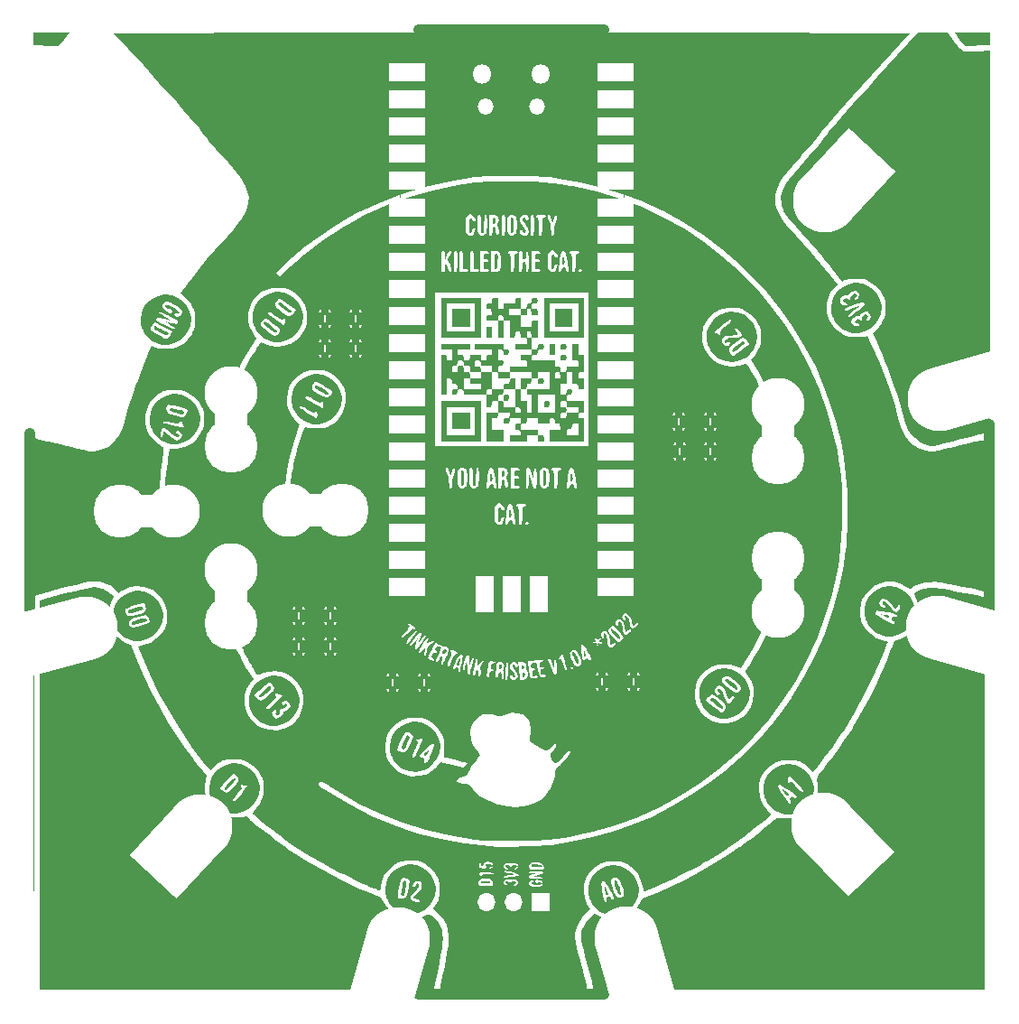
<source format=gbr>
%TF.GenerationSoftware,KiCad,Pcbnew,6.0.4*%
%TF.CreationDate,2022-05-06T01:24:20+02:00*%
%TF.ProjectId,FrisbeeMitBiene02,46726973-6265-4654-9d69-744269656e65,rev?*%
%TF.SameCoordinates,Original*%
%TF.FileFunction,Legend,Top*%
%TF.FilePolarity,Positive*%
%FSLAX46Y46*%
G04 Gerber Fmt 4.6, Leading zero omitted, Abs format (unit mm)*
G04 Created by KiCad (PCBNEW 6.0.4) date 2022-05-06 01:24:20*
%MOMM*%
%LPD*%
G01*
G04 APERTURE LIST*
G04 Aperture macros list*
%AMRoundRect*
0 Rectangle with rounded corners*
0 $1 Rounding radius*
0 $2 $3 $4 $5 $6 $7 $8 $9 X,Y pos of 4 corners*
0 Add a 4 corners polygon primitive as box body*
4,1,4,$2,$3,$4,$5,$6,$7,$8,$9,$2,$3,0*
0 Add four circle primitives for the rounded corners*
1,1,$1+$1,$2,$3*
1,1,$1+$1,$4,$5*
1,1,$1+$1,$6,$7*
1,1,$1+$1,$8,$9*
0 Add four rect primitives between the rounded corners*
20,1,$1+$1,$2,$3,$4,$5,0*
20,1,$1+$1,$4,$5,$6,$7,0*
20,1,$1+$1,$6,$7,$8,$9,0*
20,1,$1+$1,$8,$9,$2,$3,0*%
%AMFreePoly0*
4,1,34,6.500000,-3.000000,0.000000,-3.000000,0.000000,-2.998354,-0.313585,-2.983566,-0.654430,-2.927750,-0.986600,-2.833129,-1.305693,-2.700956,-1.607480,-2.532984,-1.887961,-2.331438,-2.143418,-2.098990,-2.370465,-1.838721,-2.566093,-1.554081,-2.727708,-1.248842,-2.853170,-0.927051,-2.940814,-0.592971,-2.989479,-0.251034,-2.998520,0.094231,-2.967817,0.438249,-2.897777,0.776457,-2.789329,1.104374,
-2.643910,1.417652,-2.463448,1.712141,-2.250333,1.983936,-2.007392,2.229434,-1.737844,2.445383,-1.445261,2.628920,-1.133522,2.777612,-0.806759,2.889488,-0.469303,2.963064,-0.125627,2.997368,0.000000,2.995395,0.000000,3.000000,6.500000,3.000000,6.500000,-3.000000,6.500000,-3.000000,$1*%
%AMFreePoly1*
4,1,48,0.468453,2.455718,0.772542,2.377641,1.064448,2.262068,1.339567,2.110820,1.593560,1.926283,1.822422,1.711368,1.955916,1.550000,3.250000,1.550000,3.285355,1.535355,3.300000,1.500000,3.300000,-1.500000,3.285355,-1.535355,3.250000,-1.550000,1.955916,-1.550000,1.822422,-1.711368,1.593560,-1.926283,1.339567,-2.110820,1.064448,-2.262068,0.772542,-2.377641,0.468453,-2.455718,
0.156976,-2.495067,-0.156976,-2.495067,-0.468453,-2.455718,-0.772542,-2.377641,-1.064448,-2.262068,-1.339567,-2.110820,-1.593560,-1.926283,-1.822422,-1.711368,-2.022542,-1.469463,-2.190767,-1.204384,-2.324441,-0.920311,-2.421458,-0.621725,-2.480287,-0.313333,-2.500000,0.000000,-2.480287,0.313333,-2.421458,0.621725,-2.324441,0.920311,-2.190767,1.204384,-2.022542,1.469463,-1.822422,1.711368,
-1.593560,1.926283,-1.339567,2.110820,-1.064448,2.262068,-0.772542,2.377641,-0.468453,2.455718,-0.156976,2.495067,0.156976,2.495067,0.468453,2.455718,0.468453,2.455718,$1*%
G04 Aperture macros list end*
%ADD10C,0.150000*%
%ADD11C,0.120000*%
%ADD12C,1.000000*%
%ADD13RoundRect,0.250000X0.312500X0.625000X-0.312500X0.625000X-0.312500X-0.625000X0.312500X-0.625000X0*%
%ADD14C,6.000000*%
%ADD15FreePoly0,16.000000*%
%ADD16FreePoly0,165.000000*%
%ADD17FreePoly0,135.000000*%
%ADD18FreePoly0,227.000000*%
%ADD19FreePoly1,270.000000*%
%ADD20C,5.000000*%
%ADD21FreePoly1,180.000000*%
%ADD22FreePoly1,90.000000*%
%ADD23RoundRect,0.250000X-0.312500X-0.625000X0.312500X-0.625000X0.312500X0.625000X-0.312500X0.625000X0*%
%ADD24FreePoly1,0.000000*%
%ADD25O,1.800000X1.800000*%
%ADD26O,1.500000X1.500000*%
%ADD27R,3.500000X1.700000*%
%ADD28R,1.700000X3.500000*%
%ADD29FreePoly0,314.000000*%
%ADD30FreePoly0,344.000000*%
%ADD31FreePoly0,286.000000*%
%ADD32FreePoly0,195.000000*%
%ADD33FreePoly0,254.000000*%
%ADD34R,1.700000X1.700000*%
%ADD35O,1.700000X1.700000*%
%ADD36R,1.800000X0.820000*%
%ADD37FreePoly0,47.000000*%
G04 APERTURE END LIST*
D10*
%TO.C,R1*%
X133792933Y-94245780D02*
X133459600Y-93769590D01*
X133221504Y-94245780D02*
X133221504Y-93245780D01*
X133602457Y-93245780D01*
X133697695Y-93293400D01*
X133745314Y-93341019D01*
X133792933Y-93436257D01*
X133792933Y-93579114D01*
X133745314Y-93674352D01*
X133697695Y-93721971D01*
X133602457Y-93769590D01*
X133221504Y-93769590D01*
X134745314Y-94245780D02*
X134173885Y-94245780D01*
X134459600Y-94245780D02*
X134459600Y-93245780D01*
X134364361Y-93388638D01*
X134269123Y-93483876D01*
X134173885Y-93531495D01*
%TO.C,R2*%
X133792933Y-97014380D02*
X133459600Y-96538190D01*
X133221504Y-97014380D02*
X133221504Y-96014380D01*
X133602457Y-96014380D01*
X133697695Y-96062000D01*
X133745314Y-96109619D01*
X133792933Y-96204857D01*
X133792933Y-96347714D01*
X133745314Y-96442952D01*
X133697695Y-96490571D01*
X133602457Y-96538190D01*
X133221504Y-96538190D01*
X134173885Y-96109619D02*
X134221504Y-96062000D01*
X134316742Y-96014380D01*
X134554838Y-96014380D01*
X134650076Y-96062000D01*
X134697695Y-96109619D01*
X134745314Y-96204857D01*
X134745314Y-96300095D01*
X134697695Y-96442952D01*
X134126266Y-97014380D01*
X134745314Y-97014380D01*
%TO.C,R3*%
X131354533Y-122109580D02*
X131021200Y-121633390D01*
X130783104Y-122109580D02*
X130783104Y-121109580D01*
X131164057Y-121109580D01*
X131259295Y-121157200D01*
X131306914Y-121204819D01*
X131354533Y-121300057D01*
X131354533Y-121442914D01*
X131306914Y-121538152D01*
X131259295Y-121585771D01*
X131164057Y-121633390D01*
X130783104Y-121633390D01*
X131687866Y-121109580D02*
X132306914Y-121109580D01*
X131973580Y-121490533D01*
X132116438Y-121490533D01*
X132211676Y-121538152D01*
X132259295Y-121585771D01*
X132306914Y-121681009D01*
X132306914Y-121919104D01*
X132259295Y-122014342D01*
X132211676Y-122061961D01*
X132116438Y-122109580D01*
X131830723Y-122109580D01*
X131735485Y-122061961D01*
X131687866Y-122014342D01*
%TO.C,R6*%
X167040933Y-100257780D02*
X166707600Y-99781590D01*
X166469504Y-100257780D02*
X166469504Y-99257780D01*
X166850457Y-99257780D01*
X166945695Y-99305400D01*
X166993314Y-99353019D01*
X167040933Y-99448257D01*
X167040933Y-99591114D01*
X166993314Y-99686352D01*
X166945695Y-99733971D01*
X166850457Y-99781590D01*
X166469504Y-99781590D01*
X167898076Y-99257780D02*
X167707600Y-99257780D01*
X167612361Y-99305400D01*
X167564742Y-99353019D01*
X167469504Y-99495876D01*
X167421885Y-99686352D01*
X167421885Y-100067304D01*
X167469504Y-100162542D01*
X167517123Y-100210161D01*
X167612361Y-100257780D01*
X167802838Y-100257780D01*
X167898076Y-100210161D01*
X167945695Y-100162542D01*
X167993314Y-100067304D01*
X167993314Y-99829209D01*
X167945695Y-99733971D01*
X167898076Y-99686352D01*
X167802838Y-99638733D01*
X167612361Y-99638733D01*
X167517123Y-99686352D01*
X167469504Y-99733971D01*
X167421885Y-99829209D01*
%TO.C,R5*%
X167066333Y-103051780D02*
X166733000Y-102575590D01*
X166494904Y-103051780D02*
X166494904Y-102051780D01*
X166875857Y-102051780D01*
X166971095Y-102099400D01*
X167018714Y-102147019D01*
X167066333Y-102242257D01*
X167066333Y-102385114D01*
X167018714Y-102480352D01*
X166971095Y-102527971D01*
X166875857Y-102575590D01*
X166494904Y-102575590D01*
X167971095Y-102051780D02*
X167494904Y-102051780D01*
X167447285Y-102527971D01*
X167494904Y-102480352D01*
X167590142Y-102432733D01*
X167828238Y-102432733D01*
X167923476Y-102480352D01*
X167971095Y-102527971D01*
X168018714Y-102623209D01*
X168018714Y-102861304D01*
X167971095Y-102956542D01*
X167923476Y-103004161D01*
X167828238Y-103051780D01*
X167590142Y-103051780D01*
X167494904Y-103004161D01*
X167447285Y-102956542D01*
%TO.C,R4*%
X131354533Y-124954380D02*
X131021200Y-124478190D01*
X130783104Y-124954380D02*
X130783104Y-123954380D01*
X131164057Y-123954380D01*
X131259295Y-124002000D01*
X131306914Y-124049619D01*
X131354533Y-124144857D01*
X131354533Y-124287714D01*
X131306914Y-124382952D01*
X131259295Y-124430571D01*
X131164057Y-124478190D01*
X130783104Y-124478190D01*
X132211676Y-124287714D02*
X132211676Y-124954380D01*
X131973580Y-123906761D02*
X131735485Y-124621047D01*
X132354533Y-124621047D01*
%TO.C,R7*%
X140168333Y-124717980D02*
X139835000Y-124241790D01*
X139596904Y-124717980D02*
X139596904Y-123717980D01*
X139977857Y-123717980D01*
X140073095Y-123765600D01*
X140120714Y-123813219D01*
X140168333Y-123908457D01*
X140168333Y-124051314D01*
X140120714Y-124146552D01*
X140073095Y-124194171D01*
X139977857Y-124241790D01*
X139596904Y-124241790D01*
X140501666Y-123717980D02*
X141168333Y-123717980D01*
X140739761Y-124717980D01*
%TO.C,R8*%
X159833333Y-128272380D02*
X159500000Y-127796190D01*
X159261904Y-128272380D02*
X159261904Y-127272380D01*
X159642857Y-127272380D01*
X159738095Y-127320000D01*
X159785714Y-127367619D01*
X159833333Y-127462857D01*
X159833333Y-127605714D01*
X159785714Y-127700952D01*
X159738095Y-127748571D01*
X159642857Y-127796190D01*
X159261904Y-127796190D01*
X160404761Y-127700952D02*
X160309523Y-127653333D01*
X160261904Y-127605714D01*
X160214285Y-127510476D01*
X160214285Y-127462857D01*
X160261904Y-127367619D01*
X160309523Y-127320000D01*
X160404761Y-127272380D01*
X160595238Y-127272380D01*
X160690476Y-127320000D01*
X160738095Y-127367619D01*
X160785714Y-127462857D01*
X160785714Y-127510476D01*
X160738095Y-127605714D01*
X160690476Y-127653333D01*
X160595238Y-127700952D01*
X160404761Y-127700952D01*
X160309523Y-127748571D01*
X160261904Y-127796190D01*
X160214285Y-127891428D01*
X160214285Y-128081904D01*
X160261904Y-128177142D01*
X160309523Y-128224761D01*
X160404761Y-128272380D01*
X160595238Y-128272380D01*
X160690476Y-128224761D01*
X160738095Y-128177142D01*
X160785714Y-128081904D01*
X160785714Y-127891428D01*
X160738095Y-127796190D01*
X160690476Y-127748571D01*
X160595238Y-127700952D01*
D11*
%TO.C,R1*%
X134686664Y-91063400D02*
X133232536Y-91063400D01*
X134686664Y-92883400D02*
X133232536Y-92883400D01*
%TO.C,R2*%
X134686664Y-93832000D02*
X133232536Y-93832000D01*
X134686664Y-95652000D02*
X133232536Y-95652000D01*
%TO.C,R3*%
X132248264Y-120747200D02*
X130794136Y-120747200D01*
X132248264Y-118927200D02*
X130794136Y-118927200D01*
%TO.C,R6*%
X166480536Y-100715400D02*
X167934664Y-100715400D01*
X166480536Y-102535400D02*
X167934664Y-102535400D01*
%TO.C,R5*%
X166505936Y-103509400D02*
X167960064Y-103509400D01*
X166505936Y-105329400D02*
X167960064Y-105329400D01*
%TO.C,R4*%
X132248264Y-123592000D02*
X130794136Y-123592000D01*
X132248264Y-121772000D02*
X130794136Y-121772000D01*
%TO.C,R7*%
X139607936Y-126995600D02*
X141062064Y-126995600D01*
X139607936Y-125175600D02*
X141062064Y-125175600D01*
%TO.C,U1*%
X139500000Y-80100000D02*
X139500000Y-80500000D01*
X160500000Y-75000000D02*
X160500000Y-75400000D01*
X139500000Y-87700000D02*
X139500000Y-88100000D01*
X160500000Y-80100000D02*
X160500000Y-80500000D01*
X139500000Y-90300000D02*
X139500000Y-90700000D01*
X146300000Y-118500000D02*
X139500000Y-118500000D01*
X160500000Y-95300000D02*
X160500000Y-95700000D01*
X160500000Y-92800000D02*
X160500000Y-93200000D01*
X139500000Y-97900000D02*
X139500000Y-98300000D01*
X160500000Y-77600000D02*
X160500000Y-78000000D01*
X139500000Y-103000000D02*
X139500000Y-103400000D01*
X160500000Y-82600000D02*
X160500000Y-83000000D01*
X139500000Y-72500000D02*
X139500000Y-72900000D01*
X160500000Y-115700000D02*
X160500000Y-116100000D01*
X160500000Y-87700000D02*
X160500000Y-88100000D01*
X139500000Y-75000000D02*
X139500000Y-75400000D01*
X139500000Y-115700000D02*
X139500000Y-116100000D01*
X160500000Y-103000000D02*
X160500000Y-103400000D01*
X160500000Y-90300000D02*
X160500000Y-90700000D01*
X148500000Y-118500000D02*
X148900000Y-118500000D01*
X160500000Y-113100000D02*
X160500000Y-113500000D01*
X139500000Y-67500000D02*
X139500000Y-67800000D01*
X142507000Y-70167000D02*
X142507000Y-67500000D01*
X160500000Y-108100000D02*
X160500000Y-108500000D01*
X160500000Y-105500000D02*
X160500000Y-105900000D01*
X160500000Y-69900000D02*
X160500000Y-70300000D01*
X160500000Y-110600000D02*
X160500000Y-111000000D01*
X139500000Y-113100000D02*
X139500000Y-113500000D01*
X139500000Y-110600000D02*
X139500000Y-111000000D01*
X160500000Y-118500000D02*
X153700000Y-118500000D01*
X160500000Y-85200000D02*
X160500000Y-85600000D01*
X139500000Y-92800000D02*
X139500000Y-93200000D01*
X139500000Y-77600000D02*
X139500000Y-78000000D01*
X160500000Y-100400000D02*
X160500000Y-100800000D01*
X139500000Y-69900000D02*
X139500000Y-70300000D01*
X139500000Y-105500000D02*
X139500000Y-105900000D01*
X139500000Y-95300000D02*
X139500000Y-95700000D01*
X160500000Y-97900000D02*
X160500000Y-98300000D01*
X151100000Y-118500000D02*
X151500000Y-118500000D01*
X160500000Y-72500000D02*
X160500000Y-72900000D01*
X139500000Y-85200000D02*
X139500000Y-85600000D01*
X160500000Y-67500000D02*
X160500000Y-67800000D01*
X139500000Y-108100000D02*
X139500000Y-108500000D01*
X139500000Y-70167000D02*
X142507000Y-70167000D01*
X139500000Y-82600000D02*
X139500000Y-83000000D01*
X139500000Y-100400000D02*
X139500000Y-100800000D01*
X139500000Y-67500000D02*
X160500000Y-67500000D01*
%TO.C,OesenPinHeader1*%
X154055000Y-145270000D02*
X154055000Y-146600000D01*
X151455000Y-145270000D02*
X146315000Y-145270000D01*
X151455000Y-145270000D02*
X151455000Y-147930000D01*
X146315000Y-145270000D02*
X146315000Y-147930000D01*
X151455000Y-147930000D02*
X146315000Y-147930000D01*
X152725000Y-145270000D02*
X154055000Y-145270000D01*
D12*
%TO.C,G\u002A\u002A\u002A*%
X141312400Y-64832000D02*
X158712400Y-64832000D01*
X104812400Y-102682000D02*
X104812400Y-120082000D01*
X141312400Y-155282000D02*
X158712400Y-155282000D01*
X194812400Y-101882000D02*
X194812400Y-119282000D01*
G36*
X189897113Y-117190669D02*
G01*
X190185167Y-117226429D01*
X190551504Y-117285844D01*
X191020311Y-117372243D01*
X191615777Y-117488958D01*
X192049400Y-117576031D01*
X192638395Y-117694569D01*
X193172687Y-117801377D01*
X193629873Y-117892036D01*
X193987547Y-117962123D01*
X194223305Y-118007219D01*
X194314233Y-118022901D01*
X194320278Y-118106520D01*
X194326167Y-118351786D01*
X194331874Y-118751010D01*
X194337371Y-119296505D01*
X194342632Y-119980584D01*
X194347631Y-120795560D01*
X194352341Y-121733744D01*
X194356736Y-122787451D01*
X194360789Y-123948991D01*
X194364474Y-125210679D01*
X194367764Y-126564826D01*
X194370632Y-128003745D01*
X194373053Y-129519750D01*
X194374999Y-131105151D01*
X194376445Y-132752263D01*
X194377363Y-134453398D01*
X194377728Y-136200868D01*
X194377733Y-136440333D01*
X194377733Y-154855333D01*
X157736816Y-154855333D01*
X157683058Y-154664833D01*
X157535516Y-154128645D01*
X157379328Y-153537661D01*
X157220445Y-152916806D01*
X157064823Y-152291005D01*
X156918414Y-151685182D01*
X156787173Y-151124263D01*
X156677053Y-150633171D01*
X156594009Y-150236831D01*
X156543993Y-149960169D01*
X156531733Y-149844924D01*
X156602533Y-149377696D01*
X156796829Y-148887837D01*
X157087464Y-148430036D01*
X157398353Y-148099695D01*
X157799305Y-147754348D01*
X158322164Y-148024007D01*
X158604833Y-148160218D01*
X158842606Y-148241163D01*
X159100305Y-148280826D01*
X159442753Y-148293190D01*
X159572211Y-148293667D01*
X159967367Y-148285099D01*
X160257469Y-148251246D01*
X160506290Y-148179878D01*
X160765067Y-148064943D01*
X161345942Y-147686822D01*
X161825327Y-147177496D01*
X162100645Y-146735902D01*
X162331400Y-146290200D01*
X163855400Y-145673699D01*
X165101182Y-145132559D01*
X166412264Y-144495247D01*
X167743038Y-143787134D01*
X169047896Y-143033589D01*
X170281232Y-142259984D01*
X171397438Y-141491689D01*
X171475400Y-141434813D01*
X171859177Y-141154337D01*
X172263031Y-140860403D01*
X172625788Y-140597486D01*
X172787733Y-140480700D01*
X173080066Y-140259049D01*
X173446226Y-139964778D01*
X173835151Y-139639617D01*
X174131451Y-139382560D01*
X174463231Y-139091266D01*
X174698101Y-138896551D01*
X174864982Y-138781679D01*
X174992796Y-138729913D01*
X175110464Y-138724515D01*
X175232118Y-138745580D01*
X175477144Y-138778213D01*
X175815007Y-138799134D01*
X176144958Y-138803818D01*
X176800403Y-138719771D01*
X177385455Y-138482285D01*
X177906054Y-138088697D01*
X178035425Y-137956307D01*
X178407052Y-137480058D01*
X178635151Y-136993598D01*
X178740298Y-136444968D01*
X178753141Y-136144000D01*
X178746304Y-135793703D01*
X178724932Y-135476963D01*
X178693585Y-135260363D01*
X178692258Y-135255000D01*
X178677462Y-135157167D01*
X178692333Y-135050444D01*
X178749301Y-134913774D01*
X178860796Y-134726098D01*
X179039248Y-134466361D01*
X179297087Y-134113504D01*
X179623592Y-133677240D01*
X180142462Y-132985819D01*
X180573302Y-132406996D01*
X180931222Y-131919071D01*
X181231330Y-131500343D01*
X181488733Y-131129111D01*
X181718540Y-130783674D01*
X181935859Y-130442331D01*
X182155799Y-130083380D01*
X182339489Y-129776206D01*
X183004874Y-128614867D01*
X183643416Y-127422070D01*
X184240375Y-126228707D01*
X184781010Y-125065670D01*
X185250579Y-123963850D01*
X185634342Y-122954139D01*
X185734854Y-122660833D01*
X185845141Y-122354651D01*
X185936055Y-122179610D01*
X186029488Y-122102627D01*
X186113012Y-122089333D01*
X186448868Y-122018877D01*
X186828412Y-121826278D01*
X187217331Y-121539689D01*
X187581310Y-121187264D01*
X187886032Y-120797157D01*
X188055617Y-120495540D01*
X188200796Y-120018851D01*
X188253723Y-119464706D01*
X188215643Y-118896829D01*
X188087797Y-118378948D01*
X188010804Y-118198047D01*
X187879075Y-117896308D01*
X187842274Y-117707632D01*
X187869307Y-117631191D01*
X188054087Y-117500645D01*
X188366074Y-117376138D01*
X188763297Y-117270918D01*
X189203782Y-117198235D01*
X189260761Y-117191998D01*
X189459098Y-117176784D01*
X189663152Y-117175230D01*
X189897113Y-117190669D01*
G37*
G36*
X116233550Y-102217240D02*
G01*
X116195064Y-102105152D01*
X116117189Y-101785185D01*
X116096245Y-101650970D01*
X117340418Y-101650970D01*
X117344371Y-101700045D01*
X117430071Y-101747570D01*
X117622418Y-101805339D01*
X117946314Y-101885142D01*
X118093067Y-101919918D01*
X118614627Y-102033075D01*
X118982370Y-102089241D01*
X119201751Y-102088914D01*
X119278229Y-102032594D01*
X119278400Y-102028330D01*
X119216856Y-101913663D01*
X119193733Y-101896333D01*
X119122608Y-101776913D01*
X119109067Y-101679670D01*
X119066517Y-101538025D01*
X118967225Y-101538709D01*
X118872230Y-101650991D01*
X118819979Y-101715883D01*
X118732278Y-101741986D01*
X118571486Y-101728784D01*
X118299962Y-101675759D01*
X118141456Y-101640957D01*
X117770111Y-101568074D01*
X117533924Y-101547307D01*
X117407527Y-101576878D01*
X117393312Y-101588555D01*
X117340418Y-101650970D01*
X116096245Y-101650970D01*
X116068857Y-101475459D01*
X116061067Y-101346000D01*
X116141006Y-100756572D01*
X116294396Y-100387093D01*
X117648965Y-100387093D01*
X117678544Y-100616421D01*
X117746812Y-100754520D01*
X117896917Y-100853628D01*
X118154993Y-100957767D01*
X118431733Y-101035990D01*
X118799120Y-101116308D01*
X119040716Y-101156940D01*
X119194561Y-101161002D01*
X119298698Y-101131613D01*
X119336603Y-101110147D01*
X119440571Y-100981237D01*
X119542884Y-100766422D01*
X119608671Y-100545838D01*
X119617067Y-100465621D01*
X119540398Y-100408811D01*
X119337618Y-100333380D01*
X119049569Y-100249010D01*
X118717092Y-100165384D01*
X118381027Y-100092182D01*
X118082214Y-100039088D01*
X117861496Y-100015783D01*
X117765645Y-100026716D01*
X117678658Y-100165069D01*
X117648965Y-100387093D01*
X116294396Y-100387093D01*
X116365762Y-100215191D01*
X116712744Y-99744448D01*
X117159359Y-99366936D01*
X117683015Y-99105246D01*
X118261120Y-98981971D01*
X118431733Y-98975333D01*
X119021161Y-99055272D01*
X119562542Y-99280029D01*
X120033285Y-99627011D01*
X120410797Y-100073625D01*
X120672487Y-100597281D01*
X120795762Y-101175386D01*
X120802400Y-101346000D01*
X120722640Y-101937682D01*
X120498248Y-102479193D01*
X120151552Y-102948595D01*
X119704883Y-103323952D01*
X119180571Y-103583329D01*
X118600944Y-103704789D01*
X118395199Y-103710769D01*
X118097857Y-103680510D01*
X117757751Y-103611401D01*
X117637155Y-103577880D01*
X117215653Y-103374409D01*
X116811456Y-103049418D01*
X116707574Y-102927728D01*
X117104109Y-102927728D01*
X117148057Y-103029252D01*
X117188929Y-103039333D01*
X117294197Y-102962043D01*
X117383675Y-102758835D01*
X117393602Y-102721833D01*
X117472960Y-102404333D01*
X117888847Y-102839399D01*
X118202229Y-103144579D01*
X118444939Y-103318905D01*
X118642051Y-103371188D01*
X118818638Y-103310239D01*
X118939733Y-103208667D01*
X119066441Y-103026281D01*
X119109067Y-102874801D01*
X119039110Y-102705524D01*
X118873345Y-102545298D01*
X118677928Y-102452581D01*
X118624561Y-102446667D01*
X118526389Y-102496506D01*
X118532523Y-102603253D01*
X118628873Y-102702756D01*
X118685733Y-102725199D01*
X118833042Y-102817174D01*
X118846340Y-102938263D01*
X118734470Y-103026660D01*
X118640792Y-103039333D01*
X118436384Y-102972224D01*
X118169378Y-102766000D01*
X118016338Y-102616000D01*
X117718870Y-102348489D01*
X117478223Y-102213487D01*
X117305569Y-102214835D01*
X117216093Y-102340833D01*
X117126575Y-102703709D01*
X117104109Y-102927728D01*
X116707574Y-102927728D01*
X116469207Y-102648498D01*
X116233550Y-102217240D01*
G37*
G36*
X131737165Y-98192768D02*
G01*
X131938663Y-98280299D01*
X132188187Y-98417390D01*
X132444787Y-98578515D01*
X132667511Y-98738148D01*
X132815408Y-98870762D01*
X132851141Y-98944840D01*
X132765869Y-99036537D01*
X132604469Y-99030717D01*
X132348596Y-98922894D01*
X132041900Y-98746944D01*
X131726108Y-98527011D01*
X131571397Y-98352687D01*
X131576334Y-98222023D01*
X131624646Y-98180324D01*
X131737165Y-98192768D01*
G37*
G36*
X125508398Y-128521152D02*
G01*
X125504336Y-128504461D01*
X127013719Y-128504461D01*
X127015896Y-128508623D01*
X127064892Y-128556261D01*
X127139796Y-128550796D01*
X127261271Y-128478041D01*
X127449981Y-128323807D01*
X127726588Y-128073904D01*
X127944843Y-127870731D01*
X128192955Y-127630585D01*
X128385112Y-127429561D01*
X128493247Y-127297749D01*
X128507067Y-127267976D01*
X128434192Y-127211906D01*
X128261707Y-127157289D01*
X128058821Y-127118765D01*
X127894742Y-127110974D01*
X127843281Y-127127563D01*
X127858200Y-127213379D01*
X127913218Y-127294910D01*
X127948845Y-127374640D01*
X127913928Y-127475708D01*
X127790015Y-127624981D01*
X127558654Y-127849327D01*
X127486889Y-127915671D01*
X127211243Y-128187506D01*
X127049849Y-128388391D01*
X127013719Y-128504461D01*
X125504336Y-128504461D01*
X125430522Y-128201185D01*
X125382190Y-127891459D01*
X125374400Y-127762000D01*
X125439331Y-127286501D01*
X125860896Y-127286501D01*
X126126984Y-127524251D01*
X126321988Y-127673588D01*
X126484011Y-127756208D01*
X126517839Y-127762000D01*
X126637171Y-127708355D01*
X126839212Y-127566450D01*
X127084071Y-127364827D01*
X127130337Y-127323748D01*
X127371653Y-127102603D01*
X127564488Y-126917936D01*
X127672737Y-126804490D01*
X127680270Y-126794581D01*
X127739390Y-126568208D01*
X127636771Y-126304933D01*
X127545479Y-126184741D01*
X127345891Y-125952707D01*
X127100979Y-126145187D01*
X126920049Y-126297849D01*
X126668147Y-126523455D01*
X126395604Y-126776799D01*
X126358481Y-126812084D01*
X125860896Y-127286501D01*
X125439331Y-127286501D01*
X125454434Y-127175903D01*
X125679257Y-126636123D01*
X126025948Y-126165581D01*
X126471585Y-125787197D01*
X126993249Y-125523893D01*
X127568017Y-125398589D01*
X127745067Y-125391333D01*
X128334494Y-125471272D01*
X128875875Y-125696029D01*
X129346618Y-126043011D01*
X129724130Y-126489625D01*
X129985820Y-127013281D01*
X130109096Y-127591386D01*
X130115733Y-127762000D01*
X130035974Y-128353682D01*
X129811581Y-128895193D01*
X129464885Y-129364595D01*
X129018216Y-129739952D01*
X128493904Y-129999329D01*
X127914277Y-130120789D01*
X127708533Y-130126769D01*
X127411190Y-130096510D01*
X127071084Y-130027401D01*
X126950489Y-129993880D01*
X126528986Y-129790409D01*
X126124789Y-129465418D01*
X125782541Y-129064498D01*
X125673218Y-128864434D01*
X127550739Y-128864434D01*
X127571437Y-129043352D01*
X127679585Y-129244991D01*
X127830017Y-129403557D01*
X127956382Y-129455333D01*
X128090349Y-129404207D01*
X128280316Y-129277276D01*
X128331237Y-129236140D01*
X128497452Y-129068619D01*
X128586822Y-128924685D01*
X128591733Y-128897474D01*
X128656939Y-128790019D01*
X128707315Y-128778000D01*
X128891360Y-128714254D01*
X129085789Y-128560971D01*
X129230105Y-128375082D01*
X129269067Y-128249355D01*
X129210004Y-128042391D01*
X129068556Y-127858988D01*
X128898335Y-127764516D01*
X128869378Y-127762000D01*
X128700679Y-127800207D01*
X128580700Y-127852571D01*
X128467206Y-127944244D01*
X128500375Y-128049733D01*
X128512833Y-128065282D01*
X128627836Y-128141481D01*
X128733555Y-128088366D01*
X128866136Y-128033880D01*
X128948921Y-128085321D01*
X128982601Y-128212161D01*
X128897648Y-128351527D01*
X128736215Y-128462834D01*
X128540459Y-128505499D01*
X128514201Y-128503838D01*
X128356300Y-128510977D01*
X128316077Y-128606389D01*
X128322744Y-128677215D01*
X128290552Y-128916126D01*
X128145172Y-129076682D01*
X127988700Y-129116667D01*
X127859973Y-129056548D01*
X127834871Y-128928327D01*
X127918511Y-128817792D01*
X127956183Y-128722232D01*
X127907278Y-128642418D01*
X127777382Y-128579304D01*
X127647050Y-128660325D01*
X127550866Y-128863948D01*
X127550739Y-128864434D01*
X125673218Y-128864434D01*
X125546884Y-128633240D01*
X125508398Y-128521152D01*
G37*
G36*
X154076400Y-95334667D02*
G01*
X153568400Y-95334667D01*
X153568400Y-94318667D01*
X154076400Y-94318667D01*
X154076400Y-95334667D01*
G37*
G36*
X168434398Y-94400486D02*
G01*
X168342552Y-93907824D01*
X169763114Y-93907824D01*
X169771107Y-94157785D01*
X169879855Y-94333166D01*
X170095359Y-94472646D01*
X170335533Y-94444973D01*
X170456152Y-94373844D01*
X170564241Y-94238091D01*
X170535501Y-94137903D01*
X170401813Y-94123393D01*
X170318172Y-94156948D01*
X170146580Y-94205676D01*
X170048143Y-94151167D01*
X170013211Y-94051154D01*
X170111669Y-93923605D01*
X170161757Y-93880839D01*
X170369128Y-93762895D01*
X170620964Y-93744484D01*
X170707579Y-93754026D01*
X170973609Y-93755432D01*
X171244143Y-93704436D01*
X171467453Y-93617417D01*
X171591814Y-93510755D01*
X171602400Y-93470671D01*
X171550027Y-93320000D01*
X171422204Y-93135518D01*
X171262876Y-92966208D01*
X171115986Y-92861055D01*
X171046399Y-92850890D01*
X170983632Y-92907960D01*
X171021392Y-93022039D01*
X171104174Y-93147060D01*
X171206631Y-93324699D01*
X171231546Y-93442939D01*
X171224994Y-93454294D01*
X171116278Y-93484297D01*
X170889950Y-93505533D01*
X170631979Y-93512920D01*
X170287060Y-93529455D01*
X170060719Y-93584222D01*
X169917954Y-93675622D01*
X169763114Y-93907824D01*
X168342552Y-93907824D01*
X168312843Y-93748466D01*
X168348093Y-93210529D01*
X169073268Y-93210529D01*
X169114543Y-93286848D01*
X169226736Y-93302667D01*
X169388818Y-93341545D01*
X169443400Y-93387333D01*
X169546968Y-93476616D01*
X169620728Y-93426826D01*
X169622133Y-93267744D01*
X169620976Y-93263034D01*
X169610984Y-93145453D01*
X169662859Y-93032572D01*
X169801388Y-92893761D01*
X170051362Y-92698394D01*
X170117776Y-92649200D01*
X170380308Y-92438932D01*
X170566200Y-92256919D01*
X170646065Y-92132709D01*
X170646719Y-92117333D01*
X170624391Y-92040972D01*
X170573838Y-92015976D01*
X170472545Y-92053546D01*
X170298003Y-92164881D01*
X170027699Y-92361181D01*
X169774771Y-92551127D01*
X169399422Y-92848099D01*
X169166908Y-93066089D01*
X169073268Y-93210529D01*
X168348093Y-93210529D01*
X168352185Y-93148089D01*
X168553372Y-92595410D01*
X168917350Y-92086484D01*
X169014545Y-91984811D01*
X169516429Y-91591285D01*
X170065658Y-91351772D01*
X170639194Y-91266273D01*
X171214001Y-91334788D01*
X171767040Y-91557316D01*
X172275276Y-91933859D01*
X172327588Y-91984811D01*
X172725977Y-92485355D01*
X172961323Y-93029004D01*
X173034498Y-93619382D01*
X172946376Y-94260117D01*
X172908365Y-94398366D01*
X172714814Y-94812190D01*
X172401675Y-95219529D01*
X172013238Y-95571267D01*
X171651246Y-95792539D01*
X171228131Y-95924515D01*
X170726047Y-95979348D01*
X170218533Y-95953484D01*
X169876489Y-95878326D01*
X169451476Y-95668610D01*
X169044913Y-95338205D01*
X168702166Y-94933600D01*
X168631190Y-94802229D01*
X170417067Y-94802229D01*
X170460331Y-94967164D01*
X170566043Y-95158732D01*
X170698077Y-95328195D01*
X170820310Y-95426816D01*
X170880632Y-95427649D01*
X170981672Y-95351559D01*
X171184968Y-95198542D01*
X171457463Y-94993476D01*
X171665722Y-94836769D01*
X172364044Y-94311328D01*
X172179596Y-94061849D01*
X171946154Y-93825077D01*
X171714173Y-93754348D01*
X171492421Y-93834621D01*
X171174467Y-94059616D01*
X170877258Y-94297415D01*
X170631588Y-94520309D01*
X170468248Y-94700592D01*
X170417067Y-94802229D01*
X168631190Y-94802229D01*
X168468600Y-94501285D01*
X168434398Y-94400486D01*
G37*
G36*
X148382567Y-82481451D02*
G01*
X148500534Y-82576167D01*
X148530733Y-82761667D01*
X148488348Y-82970213D01*
X148382567Y-83041882D01*
X148282469Y-83028115D01*
X148240295Y-82909132D01*
X148234400Y-82761667D01*
X148250257Y-82556138D01*
X148311254Y-82480001D01*
X148382567Y-82481451D01*
G37*
G36*
X129354388Y-99537388D02*
G01*
X129353733Y-99483333D01*
X129370531Y-99359473D01*
X130642854Y-99359473D01*
X130734784Y-99420308D01*
X130933533Y-99540336D01*
X131202642Y-99698571D01*
X131505651Y-99874030D01*
X131806100Y-100045729D01*
X132067531Y-100192682D01*
X132253484Y-100293906D01*
X132326688Y-100328610D01*
X132359222Y-100254365D01*
X132377318Y-100067202D01*
X132378642Y-99991333D01*
X132356856Y-99749193D01*
X132296507Y-99657035D01*
X132205112Y-99722655D01*
X132171524Y-99776481D01*
X132112168Y-99822865D01*
X131998853Y-99805905D01*
X131803311Y-99715506D01*
X131497271Y-99541575D01*
X131472298Y-99526792D01*
X131138867Y-99339042D01*
X130916982Y-99240971D01*
X130781081Y-99222888D01*
X130731002Y-99245709D01*
X130647048Y-99334953D01*
X130642854Y-99359473D01*
X129370531Y-99359473D01*
X129433672Y-98893906D01*
X129638678Y-98400099D01*
X131302949Y-98400099D01*
X131323441Y-98531080D01*
X131407245Y-98649608D01*
X131584230Y-98785041D01*
X131872567Y-98959972D01*
X132162151Y-99123762D01*
X132405793Y-99254686D01*
X132557550Y-99328193D01*
X132571067Y-99333266D01*
X132789573Y-99321823D01*
X133010253Y-99154123D01*
X133112928Y-99018713D01*
X133200589Y-98845024D01*
X133212199Y-98731265D01*
X133211928Y-98730818D01*
X133124471Y-98661659D01*
X132922282Y-98530034D01*
X132638121Y-98356659D01*
X132392694Y-98212721D01*
X131616968Y-97765023D01*
X131460900Y-97968011D01*
X131343970Y-98196005D01*
X131302949Y-98400099D01*
X129638678Y-98400099D01*
X129658429Y-98352525D01*
X130005411Y-97881782D01*
X130452025Y-97504269D01*
X130975681Y-97242579D01*
X131553786Y-97119304D01*
X131724400Y-97112667D01*
X132313827Y-97192606D01*
X132855208Y-97417362D01*
X133325951Y-97764344D01*
X133703464Y-98210959D01*
X133965154Y-98734615D01*
X134088429Y-99312720D01*
X134095067Y-99483333D01*
X134015494Y-100073777D01*
X133791724Y-100614556D01*
X133446179Y-101083656D01*
X133001282Y-101459062D01*
X132479454Y-101718761D01*
X131903117Y-101840738D01*
X131687866Y-101846723D01*
X131407297Y-101825716D01*
X131162857Y-101783463D01*
X131131733Y-101774826D01*
X130551215Y-101518124D01*
X130065403Y-101143065D01*
X129692116Y-100672613D01*
X129501751Y-100247225D01*
X130115733Y-100247225D01*
X130183259Y-100313848D01*
X130361861Y-100442141D01*
X130615574Y-100609790D01*
X130908435Y-100794483D01*
X131204480Y-100973906D01*
X131467744Y-101125746D01*
X131662264Y-101227690D01*
X131745567Y-101258418D01*
X131785310Y-101185217D01*
X131807435Y-100998785D01*
X131809067Y-100922667D01*
X131793952Y-100679044D01*
X131742865Y-100593253D01*
X131647195Y-100656016D01*
X131606734Y-100704705D01*
X131538238Y-100751208D01*
X131425706Y-100737965D01*
X131238437Y-100654306D01*
X130945735Y-100489560D01*
X130885462Y-100454013D01*
X130532751Y-100256335D01*
X130298658Y-100154940D01*
X130165843Y-100145168D01*
X130116963Y-100222362D01*
X130115733Y-100247225D01*
X129501751Y-100247225D01*
X129449172Y-100129733D01*
X129354388Y-99537388D01*
G37*
G36*
X183249935Y-118624721D02*
G01*
X184510784Y-118624721D01*
X184579489Y-118811353D01*
X184597762Y-118840066D01*
X184740381Y-118978898D01*
X184901410Y-119037629D01*
X185026571Y-119007621D01*
X185064400Y-118914333D01*
X184996627Y-118802085D01*
X184937400Y-118787333D01*
X184833972Y-118716747D01*
X184810400Y-118618000D01*
X184862429Y-118478175D01*
X184994000Y-118454892D01*
X185168336Y-118541631D01*
X185333127Y-118710661D01*
X185650568Y-119105606D01*
X185902706Y-119352616D01*
X186099517Y-119455434D01*
X186250979Y-119417804D01*
X186367068Y-119243469D01*
X186412184Y-119115585D01*
X186469943Y-118847550D01*
X186442540Y-118695694D01*
X186426697Y-118676430D01*
X186344363Y-118663350D01*
X186261621Y-118804442D01*
X186242562Y-118856178D01*
X186139788Y-119059490D01*
X186020395Y-119106579D01*
X185874234Y-118995230D01*
X185699531Y-118737585D01*
X185465636Y-118429277D01*
X185207828Y-118235459D01*
X184953708Y-118163753D01*
X184730871Y-118221782D01*
X184566917Y-118417169D01*
X184563797Y-118423909D01*
X184510784Y-118624721D01*
X183249935Y-118624721D01*
X183249985Y-118624488D01*
X183251064Y-118620847D01*
X183481778Y-118126312D01*
X183844325Y-117694344D01*
X184305709Y-117348718D01*
X184832933Y-117113207D01*
X185393001Y-117011584D01*
X185487733Y-117009333D01*
X186077161Y-117089272D01*
X186618542Y-117314029D01*
X187089285Y-117661011D01*
X187466797Y-118107625D01*
X187728487Y-118631281D01*
X187851762Y-119209386D01*
X187858400Y-119380000D01*
X187778640Y-119971682D01*
X187554248Y-120513193D01*
X187207552Y-120982595D01*
X186760883Y-121357952D01*
X186236571Y-121617329D01*
X185656944Y-121738789D01*
X185451199Y-121744769D01*
X185153857Y-121714510D01*
X184813751Y-121645401D01*
X184693155Y-121611880D01*
X184271653Y-121408409D01*
X183867456Y-121083418D01*
X183525207Y-120682498D01*
X183289550Y-120251240D01*
X183251064Y-120139152D01*
X183138390Y-119619944D01*
X183138370Y-119593035D01*
X184184432Y-119593035D01*
X184245625Y-119683484D01*
X184394059Y-119796646D01*
X184652847Y-119950818D01*
X184960017Y-120118749D01*
X185296949Y-120297323D01*
X185577710Y-120441775D01*
X185769702Y-120535611D01*
X185838508Y-120563249D01*
X185912334Y-120498686D01*
X185940021Y-120442667D01*
X185912888Y-120319455D01*
X185822079Y-120267629D01*
X185684409Y-120191513D01*
X185669619Y-120057895D01*
X185708227Y-119937860D01*
X185809078Y-119845149D01*
X185970608Y-119857551D01*
X186122479Y-119875637D01*
X186158759Y-119803426D01*
X186152108Y-119756238D01*
X186110634Y-119682332D01*
X185999755Y-119620386D01*
X185791953Y-119561717D01*
X185459714Y-119497640D01*
X185193268Y-119453636D01*
X184820172Y-119395625D01*
X184516190Y-119351263D01*
X184315481Y-119325343D01*
X184251459Y-119321514D01*
X184219936Y-119404617D01*
X184187369Y-119507000D01*
X184184432Y-119593035D01*
X183138370Y-119593035D01*
X183138030Y-119143157D01*
X183249935Y-118624721D01*
G37*
G36*
X145546248Y-106285058D02*
G01*
X145590125Y-106573637D01*
X145592434Y-106946437D01*
X145572339Y-107276411D01*
X145538831Y-107471933D01*
X145482614Y-107567834D01*
X145419233Y-107595477D01*
X145347048Y-107591868D01*
X145302824Y-107526640D01*
X145279930Y-107368784D01*
X145271731Y-107087293D01*
X145271067Y-106902871D01*
X145279321Y-106570142D01*
X145301328Y-106306757D01*
X145332957Y-106154950D01*
X145346140Y-106135595D01*
X145463457Y-106134231D01*
X145546248Y-106285058D01*
G37*
G36*
X167644030Y-126847823D02*
G01*
X167680325Y-126679674D01*
X169083786Y-126679674D01*
X169094576Y-126927751D01*
X169233734Y-127128810D01*
X169379036Y-127228452D01*
X169485162Y-127200570D01*
X169508900Y-127178566D01*
X169561722Y-127073618D01*
X169468846Y-126966979D01*
X169464567Y-126963799D01*
X169331837Y-126807679D01*
X169349678Y-126665463D01*
X169406402Y-126615703D01*
X169541002Y-126619459D01*
X169692453Y-126752005D01*
X169832088Y-126979027D01*
X169923776Y-127235009D01*
X170032380Y-127531407D01*
X170184908Y-127802178D01*
X170225823Y-127855497D01*
X170433894Y-128102776D01*
X170679480Y-127793746D01*
X170825694Y-127596300D01*
X170913607Y-127451606D01*
X170925067Y-127416688D01*
X170877890Y-127311034D01*
X170762662Y-127328600D01*
X170618831Y-127461775D01*
X170606582Y-127478140D01*
X170450869Y-127630304D01*
X170326777Y-127616207D01*
X170234570Y-127435992D01*
X170195802Y-127255391D01*
X170089834Y-126876732D01*
X169920276Y-126585505D01*
X169710065Y-126400738D01*
X169482140Y-126341462D01*
X169259439Y-126426706D01*
X169228322Y-126452754D01*
X169083786Y-126679674D01*
X167680325Y-126679674D01*
X167755985Y-126329155D01*
X167757064Y-126325514D01*
X167987778Y-125830979D01*
X168023652Y-125788236D01*
X169774226Y-125788236D01*
X169780672Y-125979607D01*
X169872832Y-126109331D01*
X170064878Y-126296212D01*
X170316456Y-126508704D01*
X170587211Y-126715264D01*
X170836791Y-126884348D01*
X171024840Y-126984412D01*
X171084396Y-126998703D01*
X171263687Y-126961048D01*
X171314558Y-126935203D01*
X171425257Y-126815244D01*
X171504754Y-126688634D01*
X171551696Y-126542274D01*
X171501988Y-126399067D01*
X171393162Y-126256328D01*
X171155843Y-126016630D01*
X170869415Y-125788353D01*
X170574020Y-125596850D01*
X170309796Y-125467477D01*
X170116885Y-125425587D01*
X170086627Y-125431055D01*
X169883990Y-125569364D01*
X169774226Y-125788236D01*
X168023652Y-125788236D01*
X168350325Y-125399011D01*
X168811709Y-125053385D01*
X169338933Y-124817873D01*
X169899001Y-124716251D01*
X169993733Y-124714000D01*
X170583161Y-124793939D01*
X171124542Y-125018696D01*
X171595285Y-125365677D01*
X171972797Y-125812292D01*
X172234487Y-126335948D01*
X172357762Y-126914053D01*
X172364400Y-127084667D01*
X172284640Y-127676349D01*
X172060248Y-128217859D01*
X171713552Y-128687261D01*
X171266883Y-129062619D01*
X170742571Y-129321995D01*
X170162944Y-129443455D01*
X169957199Y-129449436D01*
X169659857Y-129419176D01*
X169319751Y-129350068D01*
X169199155Y-129316547D01*
X168777653Y-129113076D01*
X168373456Y-128788085D01*
X168031207Y-128387165D01*
X167795550Y-127955906D01*
X167757064Y-127843819D01*
X167734591Y-127740261D01*
X168271603Y-127740261D01*
X168279704Y-127767324D01*
X168458063Y-127915251D01*
X168703515Y-128108369D01*
X168982048Y-128321254D01*
X169259653Y-128528484D01*
X169502318Y-128704637D01*
X169676032Y-128824291D01*
X169745082Y-128862667D01*
X169838123Y-128802461D01*
X169974588Y-128655882D01*
X169987588Y-128639582D01*
X170116721Y-128437193D01*
X170142695Y-128259180D01*
X170054108Y-128074557D01*
X169839556Y-127852338D01*
X169633900Y-127678537D01*
X169280397Y-127405208D01*
X169018218Y-127245161D01*
X168818614Y-127192277D01*
X168652834Y-127240441D01*
X168492129Y-127383534D01*
X168454257Y-127427557D01*
X168323728Y-127610570D01*
X168271603Y-127740261D01*
X167734591Y-127740261D01*
X167644390Y-127324610D01*
X167644030Y-126847823D01*
G37*
G36*
X152963161Y-97550159D02*
G01*
X153044822Y-97621979D01*
X153060400Y-97790000D01*
X153043880Y-97960653D01*
X152960090Y-98030647D01*
X152764067Y-98044000D01*
X152564972Y-98029840D01*
X152483311Y-97958020D01*
X152467733Y-97790000D01*
X152484253Y-97619347D01*
X152568043Y-97549352D01*
X152764067Y-97536000D01*
X152963161Y-97550159D01*
G37*
G36*
X158932237Y-145457333D02*
G01*
X159043334Y-145685600D01*
X159100612Y-145852680D01*
X159100691Y-145901833D01*
X158993158Y-145963411D01*
X158867434Y-145939297D01*
X158816801Y-145859500D01*
X158805491Y-145711793D01*
X158778609Y-145478083D01*
X158770351Y-145415000D01*
X158724832Y-145076333D01*
X158932237Y-145457333D01*
G37*
G36*
X150351067Y-98552000D02*
G01*
X149250400Y-98552000D01*
X149250400Y-98298000D01*
X149266919Y-98127347D01*
X149350709Y-98057352D01*
X149546733Y-98044000D01*
X149745828Y-98029840D01*
X149827489Y-97958020D01*
X149843067Y-97790000D01*
X149864046Y-97610092D01*
X149963006Y-97543781D01*
X150097067Y-97536000D01*
X150351067Y-97536000D01*
X150351067Y-98552000D01*
G37*
G36*
X154584400Y-102362000D02*
G01*
X154584400Y-102065667D01*
X154570240Y-101866572D01*
X154498420Y-101784911D01*
X154330400Y-101769333D01*
X154150492Y-101748354D01*
X154084181Y-101649393D01*
X154076400Y-101515333D01*
X154055421Y-101335425D01*
X153956460Y-101269115D01*
X153822400Y-101261333D01*
X153642492Y-101282312D01*
X153576181Y-101381273D01*
X153568400Y-101515333D01*
X153568400Y-101769333D01*
X152467733Y-101769333D01*
X152467733Y-101261333D01*
X151451733Y-101261333D01*
X151451733Y-101515333D01*
X151435214Y-101685986D01*
X151351424Y-101755981D01*
X151155400Y-101769333D01*
X150956788Y-101782440D01*
X150875336Y-101856386D01*
X150859103Y-102043111D01*
X150859067Y-102065667D01*
X150859067Y-102362000D01*
X152467733Y-102362000D01*
X152467733Y-102616000D01*
X152484253Y-102786653D01*
X152568043Y-102856647D01*
X152764067Y-102870000D01*
X152962678Y-102883106D01*
X153044131Y-102957053D01*
X153060363Y-103143778D01*
X153060400Y-103166333D01*
X153047293Y-103364945D01*
X152973347Y-103446397D01*
X152786622Y-103462630D01*
X152764067Y-103462667D01*
X152565455Y-103449560D01*
X152484002Y-103375614D01*
X152467770Y-103188889D01*
X152467733Y-103166333D01*
X152467733Y-102870000D01*
X151451733Y-102870000D01*
X151451733Y-103462667D01*
X149843067Y-103462667D01*
X149843067Y-102870000D01*
X150859067Y-102870000D01*
X150859067Y-102616000D01*
X150838087Y-102436092D01*
X150739127Y-102369781D01*
X150605067Y-102362000D01*
X150434414Y-102345480D01*
X150364419Y-102261690D01*
X150351067Y-102065667D01*
X150365226Y-101866572D01*
X150437046Y-101784911D01*
X150605067Y-101769333D01*
X150784975Y-101748354D01*
X150851285Y-101649393D01*
X150859067Y-101515333D01*
X150859067Y-101261333D01*
X149843067Y-101261333D01*
X149843067Y-101515333D01*
X149826547Y-101685986D01*
X149742757Y-101755981D01*
X149546733Y-101769333D01*
X149347638Y-101755174D01*
X149265978Y-101683354D01*
X149250400Y-101515333D01*
X149266919Y-101344680D01*
X149350709Y-101274686D01*
X149546733Y-101261333D01*
X149745828Y-101247174D01*
X149827489Y-101175354D01*
X149843067Y-101007333D01*
X154584400Y-101007333D01*
X154600919Y-101177986D01*
X154684709Y-101247981D01*
X154880733Y-101261333D01*
X155079828Y-101247174D01*
X155161489Y-101175354D01*
X155177067Y-101007333D01*
X155177067Y-100753333D01*
X156277733Y-100753333D01*
X156277733Y-100245333D01*
X155177067Y-100245333D01*
X155177067Y-99949000D01*
X155163960Y-99750388D01*
X155090014Y-99668936D01*
X154903289Y-99652703D01*
X154880733Y-99652667D01*
X154682121Y-99665773D01*
X154600669Y-99739719D01*
X154584437Y-99926444D01*
X154584400Y-99949000D01*
X154597506Y-100147612D01*
X154671453Y-100229064D01*
X154858178Y-100245296D01*
X154880733Y-100245333D01*
X155079828Y-100259493D01*
X155161489Y-100331313D01*
X155177067Y-100499333D01*
X155160547Y-100669986D01*
X155076757Y-100739981D01*
X154880733Y-100753333D01*
X154681638Y-100767493D01*
X154599978Y-100839313D01*
X154584400Y-101007333D01*
X149843067Y-101007333D01*
X149843067Y-100753333D01*
X148742400Y-100753333D01*
X148742400Y-100499333D01*
X150351067Y-100499333D01*
X150372046Y-100679241D01*
X150471006Y-100745552D01*
X150605067Y-100753333D01*
X150784975Y-100732354D01*
X150851285Y-100633393D01*
X150859067Y-100499333D01*
X150838087Y-100319425D01*
X150739127Y-100253115D01*
X150605067Y-100245333D01*
X150351067Y-100245333D01*
X150351067Y-100499333D01*
X148742400Y-100499333D01*
X148742400Y-99652667D01*
X148446067Y-99652667D01*
X148247455Y-99665773D01*
X148166002Y-99739719D01*
X148149770Y-99926444D01*
X148149733Y-99949000D01*
X148135574Y-100148095D01*
X148063754Y-100229755D01*
X147895733Y-100245333D01*
X147641733Y-100245333D01*
X147641733Y-99060000D01*
X145525067Y-99060000D01*
X145525067Y-98806000D01*
X145508547Y-98635347D01*
X145424757Y-98565352D01*
X145228733Y-98552000D01*
X145029638Y-98566159D01*
X144947978Y-98637979D01*
X144932400Y-98806000D01*
X144911421Y-98985908D01*
X144812460Y-99052218D01*
X144678400Y-99060000D01*
X144498492Y-99039021D01*
X144432181Y-98940060D01*
X144424400Y-98806000D01*
X144445379Y-98626092D01*
X144544340Y-98559781D01*
X144678400Y-98552000D01*
X144858308Y-98531021D01*
X144924618Y-98432060D01*
X144932400Y-98298000D01*
X144911421Y-98118092D01*
X144812460Y-98051781D01*
X144678400Y-98044000D01*
X144498492Y-98023021D01*
X144432181Y-97924060D01*
X144424400Y-97790000D01*
X144403421Y-97610092D01*
X144304460Y-97543781D01*
X144170400Y-97536000D01*
X143916400Y-97536000D01*
X143916400Y-99060000D01*
X143408400Y-99060000D01*
X143408400Y-96647000D01*
X144424400Y-96647000D01*
X144438559Y-96846095D01*
X144510379Y-96927755D01*
X144678400Y-96943333D01*
X144849053Y-96926814D01*
X144919047Y-96843024D01*
X144932400Y-96647000D01*
X144945506Y-96448388D01*
X145019453Y-96366936D01*
X145206178Y-96350703D01*
X145228733Y-96350667D01*
X145427345Y-96363773D01*
X145508797Y-96437719D01*
X145525030Y-96624444D01*
X145525067Y-96647000D01*
X145538173Y-96845612D01*
X145612119Y-96927064D01*
X145798844Y-96943296D01*
X145821400Y-96943333D01*
X146020012Y-96956440D01*
X146101464Y-97030386D01*
X146117696Y-97217111D01*
X146117733Y-97239667D01*
X146104627Y-97438278D01*
X146030680Y-97519731D01*
X145843955Y-97535963D01*
X145821400Y-97536000D01*
X145525067Y-97536000D01*
X145525067Y-98552000D01*
X147133733Y-98552000D01*
X147133733Y-98044000D01*
X146117733Y-98044000D01*
X146117733Y-97536000D01*
X147133733Y-97536000D01*
X147133733Y-96943333D01*
X146117733Y-96943333D01*
X146117733Y-96647000D01*
X146104627Y-96448388D01*
X146030680Y-96366936D01*
X145843955Y-96350703D01*
X145821400Y-96350667D01*
X145622305Y-96336507D01*
X145540644Y-96264687D01*
X145528992Y-96139000D01*
X146541067Y-96139000D01*
X146554173Y-96337612D01*
X146628119Y-96419064D01*
X146814844Y-96435296D01*
X146837400Y-96435333D01*
X147036495Y-96449493D01*
X147118155Y-96521313D01*
X147133733Y-96689333D01*
X147133733Y-96943333D01*
X148149733Y-96943333D01*
X148149733Y-98552000D01*
X147895733Y-98552000D01*
X147715825Y-98572979D01*
X147649515Y-98671940D01*
X147641733Y-98806000D01*
X147662712Y-98985908D01*
X147761673Y-99052218D01*
X147895733Y-99060000D01*
X148075641Y-99039021D01*
X148141952Y-98940060D01*
X148149733Y-98806000D01*
X148149733Y-98552000D01*
X149250400Y-98552000D01*
X149250400Y-98806000D01*
X149229421Y-98985908D01*
X149130460Y-99052218D01*
X148996400Y-99060000D01*
X148825747Y-99076519D01*
X148755752Y-99160309D01*
X148742400Y-99356333D01*
X148756559Y-99555428D01*
X148828379Y-99637089D01*
X148996400Y-99652667D01*
X149167053Y-99669186D01*
X149237047Y-99752976D01*
X149250400Y-99949000D01*
X149250400Y-100245333D01*
X150351067Y-100245333D01*
X150351067Y-98552000D01*
X150859067Y-98552000D01*
X150859067Y-99652667D01*
X151451733Y-99652667D01*
X151451733Y-100203000D01*
X151455445Y-100498835D01*
X151476389Y-100663612D01*
X151529279Y-100735587D01*
X151628830Y-100753016D01*
X151663400Y-100753333D01*
X151875067Y-100753333D01*
X152467733Y-100753333D01*
X154076400Y-100753333D01*
X154076400Y-99060000D01*
X152467733Y-99060000D01*
X152467733Y-100753333D01*
X151875067Y-100753333D01*
X151875067Y-99060000D01*
X151663400Y-99060000D01*
X151512128Y-99032662D01*
X151456788Y-98916454D01*
X151451733Y-98806000D01*
X151451733Y-98552000D01*
X153568400Y-98552000D01*
X153568400Y-97239667D01*
X154076400Y-97239667D01*
X154090559Y-97438761D01*
X154162379Y-97520422D01*
X154330400Y-97536000D01*
X154501053Y-97519480D01*
X154571047Y-97435690D01*
X154584400Y-97239667D01*
X154570240Y-97040572D01*
X154498420Y-96958911D01*
X154330400Y-96943333D01*
X154159747Y-96959853D01*
X154089752Y-97043643D01*
X154076400Y-97239667D01*
X153568400Y-97239667D01*
X153568400Y-96943333D01*
X152467733Y-96943333D01*
X152467733Y-97239667D01*
X152454627Y-97438278D01*
X152380680Y-97519731D01*
X152193955Y-97535963D01*
X152171400Y-97536000D01*
X151972788Y-97522893D01*
X151891336Y-97448947D01*
X151875103Y-97262222D01*
X151875067Y-97239667D01*
X151875067Y-96943333D01*
X149843067Y-96943333D01*
X149843067Y-97536000D01*
X148742400Y-97536000D01*
X148742400Y-97239667D01*
X148729293Y-97041055D01*
X148655347Y-96959602D01*
X148468622Y-96943370D01*
X148446067Y-96943333D01*
X148247455Y-96930227D01*
X148166002Y-96856280D01*
X148149770Y-96669555D01*
X148149733Y-96647000D01*
X148149733Y-96350667D01*
X147133733Y-96350667D01*
X147133733Y-96096667D01*
X147117214Y-95926014D01*
X147033424Y-95856019D01*
X146837400Y-95842667D01*
X146638788Y-95855773D01*
X146557336Y-95929719D01*
X146541103Y-96116444D01*
X146541067Y-96139000D01*
X145528992Y-96139000D01*
X145525067Y-96096667D01*
X145508547Y-95926014D01*
X145424757Y-95856019D01*
X145228733Y-95842667D01*
X145029638Y-95856826D01*
X144947978Y-95928646D01*
X144932400Y-96096667D01*
X144911421Y-96276575D01*
X144812460Y-96342885D01*
X144678400Y-96350667D01*
X144507747Y-96367186D01*
X144437752Y-96450976D01*
X144424400Y-96647000D01*
X143408400Y-96647000D01*
X143408400Y-95334667D01*
X143662400Y-95334667D01*
X143842308Y-95355646D01*
X143908618Y-95454606D01*
X143916400Y-95588667D01*
X143937379Y-95768575D01*
X144036340Y-95834885D01*
X144170400Y-95842667D01*
X144424400Y-95842667D01*
X144424400Y-94826667D01*
X143408400Y-94826667D01*
X143408400Y-94318667D01*
X146117733Y-94318667D01*
X146117733Y-94826667D01*
X144932400Y-94826667D01*
X144932400Y-95080667D01*
X144948919Y-95251319D01*
X145032709Y-95321314D01*
X145228733Y-95334667D01*
X145427828Y-95348826D01*
X145509489Y-95420646D01*
X145525067Y-95588667D01*
X145541586Y-95759319D01*
X145625376Y-95829314D01*
X145821400Y-95842667D01*
X146020495Y-95828507D01*
X146102155Y-95756687D01*
X146117733Y-95588667D01*
X146117733Y-95334667D01*
X147133733Y-95334667D01*
X147133733Y-95588667D01*
X147154712Y-95768575D01*
X147253673Y-95834885D01*
X147387733Y-95842667D01*
X147567641Y-95821687D01*
X147633952Y-95722727D01*
X147641733Y-95588667D01*
X147662712Y-95408758D01*
X147761673Y-95342448D01*
X147895733Y-95334667D01*
X148075641Y-95313687D01*
X148141952Y-95214727D01*
X148149733Y-95080667D01*
X148149733Y-94826667D01*
X146541067Y-94826667D01*
X146541067Y-94318667D01*
X149250400Y-94318667D01*
X149250400Y-94572667D01*
X149271379Y-94752575D01*
X149370340Y-94818885D01*
X149504400Y-94826667D01*
X149684308Y-94847646D01*
X149750618Y-94946606D01*
X149758400Y-95080667D01*
X149737421Y-95260575D01*
X149638460Y-95326885D01*
X149504400Y-95334667D01*
X149324492Y-95313687D01*
X149258181Y-95214727D01*
X149250400Y-95080667D01*
X149229421Y-94900758D01*
X149130460Y-94834448D01*
X148996400Y-94826667D01*
X148742400Y-94826667D01*
X148742400Y-95842667D01*
X148996400Y-95842667D01*
X149176308Y-95863646D01*
X149242618Y-95962606D01*
X149250400Y-96096667D01*
X149229421Y-96276575D01*
X149130460Y-96342885D01*
X148996400Y-96350667D01*
X148825747Y-96367186D01*
X148755752Y-96450976D01*
X148742400Y-96647000D01*
X148742400Y-96943333D01*
X149843067Y-96943333D01*
X149843067Y-96435333D01*
X151451733Y-96435333D01*
X151451733Y-96139000D01*
X151438627Y-95940388D01*
X151364680Y-95858936D01*
X151177955Y-95842703D01*
X151155400Y-95842667D01*
X150956305Y-95828507D01*
X150874644Y-95756687D01*
X150859067Y-95588667D01*
X150859067Y-95334667D01*
X151875067Y-95334667D01*
X151875067Y-94826667D01*
X152171400Y-94826667D01*
X152370495Y-94812507D01*
X152452155Y-94740687D01*
X152467733Y-94572667D01*
X152484253Y-94402014D01*
X152568043Y-94332019D01*
X152764067Y-94318667D01*
X152963161Y-94332826D01*
X153044822Y-94404646D01*
X153060400Y-94572667D01*
X153043880Y-94743319D01*
X152960090Y-94813314D01*
X152764067Y-94826667D01*
X152564972Y-94840826D01*
X152483311Y-94912646D01*
X152467733Y-95080667D01*
X152451214Y-95251319D01*
X152367424Y-95321314D01*
X152171400Y-95334667D01*
X151972305Y-95348826D01*
X151890644Y-95420646D01*
X151875067Y-95588667D01*
X151875067Y-95842667D01*
X154076400Y-95842667D01*
X154076400Y-96139000D01*
X154090559Y-96338095D01*
X154162379Y-96419755D01*
X154330400Y-96435333D01*
X154510308Y-96456312D01*
X154576618Y-96555273D01*
X154584400Y-96689333D01*
X154600919Y-96859986D01*
X154684709Y-96929981D01*
X154880733Y-96943333D01*
X155079828Y-96929174D01*
X155161489Y-96857354D01*
X155177067Y-96689333D01*
X155177067Y-96435333D01*
X156277733Y-96435333D01*
X156277733Y-96139000D01*
X156264627Y-95940388D01*
X156190680Y-95858936D01*
X156003955Y-95842703D01*
X155981400Y-95842667D01*
X155685067Y-95842667D01*
X155685067Y-94318667D01*
X156277733Y-94318667D01*
X156277733Y-95334667D01*
X156785733Y-95334667D01*
X156785733Y-96943333D01*
X156531733Y-96943333D01*
X156361080Y-96959853D01*
X156291086Y-97043643D01*
X156277733Y-97239667D01*
X156291893Y-97438761D01*
X156363713Y-97520422D01*
X156531733Y-97536000D01*
X156785733Y-97536000D01*
X156785733Y-98552000D01*
X156531733Y-98552000D01*
X156351825Y-98531021D01*
X156285515Y-98432060D01*
X156277733Y-98298000D01*
X156261214Y-98127347D01*
X156177424Y-98057352D01*
X155981400Y-98044000D01*
X155685067Y-98044000D01*
X155685067Y-96943333D01*
X155177067Y-96943333D01*
X155177067Y-98044000D01*
X154584400Y-98044000D01*
X154584400Y-99060000D01*
X154880733Y-99060000D01*
X155079828Y-99045840D01*
X155161489Y-98974020D01*
X155177067Y-98806000D01*
X155198046Y-98626092D01*
X155297006Y-98559781D01*
X155431067Y-98552000D01*
X155610975Y-98572979D01*
X155677285Y-98671940D01*
X155685067Y-98806000D01*
X155664087Y-98985908D01*
X155565127Y-99052218D01*
X155431067Y-99060000D01*
X155260414Y-99076519D01*
X155190419Y-99160309D01*
X155177067Y-99356333D01*
X155177067Y-99652667D01*
X156785733Y-99652667D01*
X156785733Y-100753333D01*
X156531733Y-100753333D01*
X156351825Y-100774312D01*
X156285515Y-100873273D01*
X156277733Y-101007333D01*
X156298712Y-101187241D01*
X156397673Y-101253552D01*
X156531733Y-101261333D01*
X156785733Y-101261333D01*
X156785733Y-103462667D01*
X153568400Y-103462667D01*
X153568400Y-102870000D01*
X155177067Y-102870000D01*
X156277733Y-102870000D01*
X156277733Y-101769333D01*
X155981400Y-101769333D01*
X155782305Y-101783493D01*
X155700644Y-101855313D01*
X155685067Y-102023333D01*
X155664087Y-102203241D01*
X155565127Y-102269552D01*
X155431067Y-102277333D01*
X155260414Y-102293853D01*
X155190419Y-102377643D01*
X155177067Y-102573667D01*
X155177067Y-102870000D01*
X153568400Y-102870000D01*
X153568400Y-102362000D01*
X154584400Y-102362000D01*
G37*
G36*
X125720857Y-91908126D02*
G01*
X125713067Y-91778666D01*
X125757697Y-91449586D01*
X127168445Y-91449586D01*
X127260668Y-91556487D01*
X127311270Y-91592507D01*
X127476668Y-91710998D01*
X127724551Y-91895847D01*
X128004040Y-92109066D01*
X128030936Y-92129842D01*
X128290061Y-92321740D01*
X128504420Y-92465015D01*
X128634198Y-92533389D01*
X128645970Y-92535742D01*
X128718183Y-92464693D01*
X128771626Y-92283401D01*
X128777438Y-92241745D01*
X128790915Y-91996353D01*
X128749737Y-91901441D01*
X128645239Y-91944522D01*
X128598604Y-91983971D01*
X128517864Y-92032205D01*
X128415239Y-92021823D01*
X128258333Y-91938756D01*
X128014749Y-91768936D01*
X127888520Y-91675602D01*
X127591354Y-91463146D01*
X127395434Y-91348840D01*
X127274069Y-91319900D01*
X127211187Y-91351186D01*
X127168445Y-91449586D01*
X125757697Y-91449586D01*
X125793006Y-91189239D01*
X125989805Y-90715199D01*
X127881812Y-90715199D01*
X127969433Y-90825152D01*
X128153239Y-90996793D01*
X128393702Y-91198824D01*
X128651294Y-91399945D01*
X128886489Y-91568857D01*
X129059758Y-91674260D01*
X129117926Y-91694000D01*
X129251058Y-91657405D01*
X129347309Y-91612771D01*
X129505625Y-91482526D01*
X129638401Y-91318922D01*
X129777715Y-91106301D01*
X129042283Y-90551575D01*
X128735724Y-90328799D01*
X128474285Y-90154497D01*
X128289342Y-90048629D01*
X128217234Y-90026722D01*
X128090587Y-90135805D01*
X127968778Y-90336080D01*
X127887519Y-90554244D01*
X127881812Y-90715199D01*
X125989805Y-90715199D01*
X126017762Y-90647858D01*
X126364744Y-90177115D01*
X126811359Y-89799603D01*
X127335015Y-89537913D01*
X127913120Y-89414637D01*
X128083733Y-89408000D01*
X128673161Y-89487939D01*
X129214542Y-89712696D01*
X129685285Y-90059677D01*
X130062797Y-90506292D01*
X130324487Y-91029948D01*
X130447762Y-91608053D01*
X130454400Y-91778667D01*
X130374640Y-92370349D01*
X130150248Y-92911859D01*
X129803552Y-93381261D01*
X129356883Y-93756619D01*
X128832571Y-94015995D01*
X128252944Y-94137455D01*
X128047199Y-94143436D01*
X127749857Y-94113176D01*
X127409751Y-94044068D01*
X127289155Y-94010547D01*
X126867653Y-93807076D01*
X126463456Y-93482085D01*
X126121207Y-93081165D01*
X125885550Y-92649906D01*
X125847064Y-92537819D01*
X125817065Y-92414560D01*
X126502581Y-92414560D01*
X126513698Y-92529004D01*
X126614616Y-92678685D01*
X126816349Y-92874345D01*
X127078713Y-93086734D01*
X127361527Y-93286601D01*
X127624606Y-93444696D01*
X127827768Y-93531768D01*
X127900589Y-93538563D01*
X128035125Y-93457645D01*
X128184451Y-93298476D01*
X128286795Y-93094882D01*
X128290895Y-92940458D01*
X128188434Y-92807848D01*
X127982906Y-92622644D01*
X127716292Y-92415045D01*
X127430574Y-92215247D01*
X127167731Y-92053448D01*
X126969747Y-91959846D01*
X126911162Y-91948000D01*
X126725843Y-92021616D01*
X126574752Y-92198913D01*
X126502581Y-92414560D01*
X125817065Y-92414560D01*
X125769189Y-92217852D01*
X125720857Y-91908126D01*
G37*
G36*
X151875067Y-97790000D02*
G01*
X151852285Y-97971527D01*
X151755445Y-98037934D01*
X151663400Y-98044000D01*
X151512128Y-98071337D01*
X151456788Y-98187545D01*
X151451733Y-98298000D01*
X151435214Y-98468653D01*
X151351424Y-98538647D01*
X151155400Y-98552000D01*
X150859067Y-98552000D01*
X150859067Y-97536000D01*
X151875067Y-97536000D01*
X151875067Y-97790000D01*
G37*
G36*
X155079828Y-94332826D02*
G01*
X155161489Y-94404646D01*
X155177067Y-94572667D01*
X155160547Y-94743319D01*
X155076757Y-94813314D01*
X154880733Y-94826667D01*
X154681638Y-94812507D01*
X154599978Y-94740687D01*
X154584400Y-94572667D01*
X154600919Y-94402014D01*
X154684709Y-94332019D01*
X154880733Y-94318667D01*
X155079828Y-94332826D01*
G37*
G36*
X146117733Y-92710000D02*
G01*
X144424400Y-92710000D01*
X144424400Y-91016667D01*
X146117733Y-91016667D01*
X146117733Y-92710000D01*
G37*
G36*
X140110838Y-144656036D02*
G01*
X140161226Y-144805069D01*
X140150113Y-145077154D01*
X140091966Y-145430106D01*
X140021925Y-145745337D01*
X139953864Y-145927820D01*
X139870829Y-146013078D01*
X139804365Y-146032695D01*
X139721379Y-146038568D01*
X139676763Y-146005735D01*
X139668309Y-145902658D01*
X139693813Y-145697801D01*
X139751068Y-145359630D01*
X139755503Y-145334195D01*
X139837943Y-144931494D01*
X139916917Y-144692266D01*
X139994350Y-144610736D01*
X139996695Y-144610667D01*
X140110838Y-144656036D01*
G37*
G36*
X143056552Y-144292197D02*
G01*
X149250400Y-144292197D01*
X149277406Y-144327646D01*
X149374217Y-144340447D01*
X149564519Y-144329074D01*
X149871998Y-144292001D01*
X150192775Y-144245999D01*
X151622698Y-144245999D01*
X151669754Y-144376883D01*
X151677511Y-144384889D01*
X151788066Y-144417786D01*
X152005612Y-144436120D01*
X152280432Y-144440809D01*
X152562805Y-144432773D01*
X152803013Y-144412930D01*
X152951335Y-144382200D01*
X152975733Y-144360892D01*
X152898954Y-144313661D01*
X152700124Y-144274091D01*
X152488900Y-144255058D01*
X152002067Y-144229667D01*
X152503787Y-144100340D01*
X152845309Y-143997431D01*
X153019259Y-143909966D01*
X153026915Y-143840615D01*
X152869556Y-143792049D01*
X152548459Y-143766939D01*
X152342792Y-143764000D01*
X151967519Y-143773023D01*
X151736264Y-143799141D01*
X151660509Y-143840920D01*
X151663400Y-143848667D01*
X151773824Y-143903981D01*
X151986775Y-143939968D01*
X152070563Y-143944992D01*
X152425400Y-143956650D01*
X152023233Y-144043848D01*
X151741405Y-144134120D01*
X151622698Y-144245999D01*
X150192775Y-144245999D01*
X150320341Y-144227705D01*
X150372233Y-144219958D01*
X150610509Y-144157493D01*
X150688328Y-144074110D01*
X150611296Y-143982013D01*
X150385021Y-143893407D01*
X150202900Y-143851336D01*
X149900696Y-143792337D01*
X149641074Y-143740541D01*
X149525567Y-143716721D01*
X149378934Y-143713523D01*
X149335067Y-143753328D01*
X149412306Y-143852161D01*
X149616356Y-143917195D01*
X149828825Y-143934630D01*
X150049212Y-143965547D01*
X150181733Y-144018000D01*
X150233057Y-144074789D01*
X150139585Y-144098713D01*
X150044150Y-144101370D01*
X149732130Y-144121084D01*
X149467012Y-144169916D01*
X149293513Y-144237117D01*
X149250400Y-144292197D01*
X143056552Y-144292197D01*
X143035380Y-144238397D01*
X142813355Y-143896566D01*
X146964400Y-143896566D01*
X147001021Y-143999555D01*
X147066529Y-144129399D01*
X147144690Y-144249916D01*
X147184661Y-144225727D01*
X147199738Y-144166167D01*
X147245690Y-144083713D01*
X147365028Y-144038221D01*
X147595524Y-144019963D01*
X147774941Y-144018000D01*
X148060067Y-144005914D01*
X148255006Y-143973960D01*
X148319067Y-143933333D01*
X148239850Y-143891404D01*
X148023581Y-143861940D01*
X147702326Y-143848949D01*
X147641733Y-143848667D01*
X147327170Y-143854181D01*
X147090300Y-143868835D01*
X146971193Y-143889796D01*
X146964400Y-143896566D01*
X142813355Y-143896566D01*
X142721686Y-143755431D01*
X142293622Y-143315906D01*
X142080106Y-143165709D01*
X146964400Y-143165709D01*
X146973952Y-143305034D01*
X147027531Y-143389708D01*
X147162522Y-143441614D01*
X147416309Y-143482636D01*
X147530903Y-143497314D01*
X147661484Y-143453953D01*
X147680451Y-143431183D01*
X147669833Y-143322444D01*
X147643114Y-143299187D01*
X147555368Y-143199723D01*
X147618647Y-143122953D01*
X147814700Y-143087323D01*
X147853400Y-143086667D01*
X148072573Y-143114206D01*
X148149197Y-143202100D01*
X148149733Y-143213667D01*
X148081960Y-143325915D01*
X148022733Y-143340667D01*
X147910061Y-143386384D01*
X147895733Y-143425333D01*
X147962457Y-143503157D01*
X148001567Y-143508703D01*
X148201886Y-143445023D01*
X148300725Y-143295372D01*
X148297288Y-143208730D01*
X149266895Y-143208730D01*
X149289985Y-143351321D01*
X149383447Y-143461619D01*
X149541074Y-143576305D01*
X149648685Y-143576627D01*
X149673733Y-143507343D01*
X149606074Y-143404240D01*
X149546733Y-143371284D01*
X149434695Y-143288178D01*
X149419733Y-143246941D01*
X149486595Y-143184704D01*
X149635589Y-143174057D01*
X149789330Y-143209780D01*
X149867761Y-143277167D01*
X149924297Y-143340542D01*
X150018750Y-143277167D01*
X150163750Y-143200924D01*
X150341392Y-143173350D01*
X150481718Y-143197984D01*
X150520400Y-143251793D01*
X150455404Y-143354775D01*
X150372938Y-143414776D01*
X150281610Y-143508314D01*
X150292333Y-143564155D01*
X150410642Y-143588592D01*
X150540522Y-143500186D01*
X150613062Y-143375899D01*
X151646106Y-143375899D01*
X151694220Y-143490170D01*
X151848064Y-143556727D01*
X152130394Y-143587195D01*
X152446567Y-143593370D01*
X152763012Y-143591028D01*
X152946379Y-143574291D01*
X153032907Y-143531096D01*
X153058836Y-143449380D01*
X153060400Y-143389047D01*
X153011118Y-143148863D01*
X152851943Y-143001133D01*
X152565883Y-142936040D01*
X152274121Y-142934715D01*
X151987293Y-142954701D01*
X151823369Y-142993206D01*
X151735934Y-143071168D01*
X151680967Y-143202292D01*
X151646106Y-143375899D01*
X150613062Y-143375899D01*
X150631810Y-143343776D01*
X150647400Y-143246772D01*
X150628573Y-143120526D01*
X150542150Y-143057434D01*
X150343214Y-143031690D01*
X150266400Y-143027881D01*
X149989282Y-143005791D01*
X149758312Y-142970506D01*
X149707522Y-142957807D01*
X149490357Y-142973198D01*
X149390022Y-143043807D01*
X149266895Y-143208730D01*
X148297288Y-143208730D01*
X148293476Y-143112661D01*
X148175535Y-142949802D01*
X148055790Y-142885708D01*
X147792496Y-142841306D01*
X147562382Y-142882383D01*
X147415336Y-142993810D01*
X147387733Y-143088280D01*
X147334413Y-143224911D01*
X147260733Y-143256000D01*
X147157305Y-143185414D01*
X147133733Y-143086667D01*
X147098277Y-142949086D01*
X147049067Y-142917333D01*
X146989107Y-142990775D01*
X146964400Y-143165709D01*
X142080106Y-143165709D01*
X141805885Y-142972809D01*
X141645273Y-142891644D01*
X141219357Y-142763203D01*
X140705596Y-142705068D01*
X140170194Y-142717238D01*
X139679352Y-142799713D01*
X139414193Y-142891644D01*
X138867177Y-143225810D01*
X138402200Y-143678970D01*
X138044313Y-144217558D01*
X137818566Y-144808008D01*
X137764183Y-145102630D01*
X137724300Y-145349020D01*
X137677951Y-145508445D01*
X137650357Y-145542000D01*
X137509253Y-145506270D01*
X137239911Y-145406127D01*
X136865922Y-145252138D01*
X136410874Y-145054870D01*
X135898359Y-144824891D01*
X135351965Y-144572769D01*
X134795283Y-144309072D01*
X134251902Y-144044367D01*
X133798733Y-143816566D01*
X132168146Y-142941645D01*
X130664813Y-142047858D01*
X129246774Y-141109940D01*
X128914629Y-140875576D01*
X128506902Y-140578305D01*
X128057065Y-140240169D01*
X127589995Y-139880929D01*
X127130572Y-139520343D01*
X126703674Y-139178174D01*
X126334178Y-138874179D01*
X126046964Y-138628120D01*
X125866910Y-138459756D01*
X125849270Y-138440863D01*
X125766891Y-138338562D01*
X125751619Y-138250058D01*
X125818124Y-138133404D01*
X125981078Y-137946656D01*
X126047314Y-137874654D01*
X126396709Y-137439695D01*
X126619928Y-137008548D01*
X126737641Y-136526908D01*
X126770573Y-135974667D01*
X126762444Y-135582752D01*
X126728504Y-135294479D01*
X126727230Y-135290089D01*
X144819350Y-135290089D01*
X144951577Y-135389219D01*
X145252105Y-135472557D01*
X145482733Y-135511466D01*
X145818112Y-135571880D01*
X146043208Y-135656662D01*
X146216791Y-135799889D01*
X146397633Y-136035640D01*
X146404986Y-136046231D01*
X146694424Y-136365929D01*
X147109276Y-136693591D01*
X147608762Y-137004736D01*
X148152100Y-137274882D01*
X148698510Y-137479548D01*
X148875445Y-137529284D01*
X149663302Y-137690595D01*
X150360700Y-137743931D01*
X151007353Y-137689612D01*
X151571980Y-137551113D01*
X152207595Y-137313365D01*
X152714000Y-137037530D01*
X153130688Y-136700095D01*
X153298041Y-136523489D01*
X153702838Y-135960581D01*
X153965538Y-135340316D01*
X154088741Y-134748543D01*
X154136244Y-134433055D01*
X154199206Y-134218210D01*
X154309888Y-134042086D01*
X154500553Y-133842764D01*
X154618908Y-133731000D01*
X154977982Y-133371226D01*
X155253517Y-133046785D01*
X155436100Y-132773724D01*
X155516318Y-132568090D01*
X155484757Y-132445929D01*
X155388733Y-132418667D01*
X155275991Y-132459519D01*
X155261733Y-132494176D01*
X155206478Y-132598352D01*
X155064262Y-132780860D01*
X154870409Y-133002901D01*
X154660242Y-133225674D01*
X154469086Y-133410378D01*
X154332264Y-133518213D01*
X154326573Y-133521381D01*
X154101029Y-133563420D01*
X153899353Y-133440607D01*
X153776935Y-133259278D01*
X153666074Y-132951922D01*
X153697157Y-132709833D01*
X153831068Y-132537822D01*
X154025272Y-132318594D01*
X154156086Y-132088103D01*
X154201999Y-131893302D01*
X154169052Y-131800119D01*
X154074233Y-131787600D01*
X153922918Y-131902056D01*
X153774250Y-132063848D01*
X153514506Y-132313947D01*
X153279336Y-132410383D01*
X153039431Y-132360024D01*
X152892420Y-132270500D01*
X152705659Y-132149455D01*
X152436173Y-131990227D01*
X152217415Y-131868333D01*
X151961051Y-131722718D01*
X151823038Y-131612153D01*
X151770308Y-131495881D01*
X151769796Y-131333143D01*
X151770935Y-131318000D01*
X151806416Y-130726101D01*
X151808410Y-130275856D01*
X151775571Y-129942663D01*
X151706551Y-129701922D01*
X151679353Y-129645472D01*
X151401214Y-129295515D01*
X151016505Y-129044848D01*
X150563215Y-128904575D01*
X150079332Y-128885802D01*
X149602845Y-128999633D01*
X149548388Y-129022545D01*
X149257716Y-129138941D01*
X149022608Y-129188682D01*
X148777507Y-129174196D01*
X148456858Y-129097912D01*
X148348671Y-129066990D01*
X147821152Y-128991577D01*
X147332034Y-129068156D01*
X146902391Y-129280275D01*
X146553297Y-129611484D01*
X146305824Y-130045330D01*
X146181047Y-130565361D01*
X146170240Y-130767667D01*
X146208979Y-131297520D01*
X146348471Y-131751041D01*
X146611391Y-132193096D01*
X146717365Y-132332717D01*
X146890799Y-132566293D01*
X147010851Y-132755049D01*
X147049067Y-132847684D01*
X146996690Y-132958321D01*
X146861003Y-133147070D01*
X146715634Y-133321814D01*
X146488769Y-133620487D01*
X146265794Y-133978857D01*
X146153091Y-134196883D01*
X146015972Y-134473526D01*
X145888608Y-134644232D01*
X145716966Y-134759921D01*
X145447013Y-134871516D01*
X145430800Y-134877590D01*
X145059128Y-135036312D01*
X144855255Y-135173133D01*
X144819350Y-135290089D01*
X126727230Y-135290089D01*
X126656028Y-135044663D01*
X126536834Y-134777352D01*
X126211128Y-134273952D01*
X125772752Y-133823833D01*
X125273997Y-133478051D01*
X125135273Y-133408978D01*
X124857531Y-133307155D01*
X124546362Y-133250640D01*
X124142090Y-133229806D01*
X124019733Y-133229045D01*
X123436947Y-133265490D01*
X122956997Y-133388099D01*
X122526884Y-133616782D01*
X122127555Y-133939887D01*
X121746790Y-134290864D01*
X121114109Y-133502932D01*
X120005685Y-132040707D01*
X119909356Y-131899390D01*
X138196362Y-131899390D01*
X138207517Y-132432290D01*
X138289127Y-132921096D01*
X138383187Y-133191030D01*
X138649607Y-133638193D01*
X139010030Y-134065480D01*
X139407180Y-134407290D01*
X139496562Y-134466218D01*
X140048681Y-134714122D01*
X140668254Y-134835020D01*
X141308593Y-134826986D01*
X141923008Y-134688094D01*
X142189078Y-134577292D01*
X142498425Y-134387061D01*
X142822496Y-134128283D01*
X143015054Y-133938515D01*
X143391732Y-133519558D01*
X144431243Y-133768201D01*
X145470754Y-134016845D01*
X145716207Y-133810309D01*
X145866069Y-133656867D01*
X145864537Y-133576524D01*
X145849197Y-133570222D01*
X145727425Y-133539266D01*
X145475968Y-133478923D01*
X145130207Y-133397577D01*
X144725526Y-133303614D01*
X144678400Y-133292745D01*
X144244744Y-133191440D01*
X143950770Y-133115952D01*
X143770964Y-133054899D01*
X143679810Y-132996901D01*
X143651794Y-132930578D01*
X143661400Y-132844549D01*
X143662400Y-132839577D01*
X143707418Y-132437953D01*
X143704573Y-131974390D01*
X143658853Y-131513770D01*
X143575250Y-131120978D01*
X143518185Y-130964460D01*
X143210824Y-130459523D01*
X142785156Y-130000232D01*
X142292083Y-129638747D01*
X142150381Y-129562899D01*
X141874948Y-129440693D01*
X141623847Y-129369393D01*
X141331781Y-129336207D01*
X140953067Y-129328333D01*
X140560484Y-129336998D01*
X140271435Y-129371519D01*
X140020624Y-129444688D01*
X139755752Y-129562899D01*
X139249760Y-129890756D01*
X138796980Y-130332918D01*
X138449061Y-130836572D01*
X138385182Y-130964460D01*
X138255603Y-131388183D01*
X138196362Y-131899390D01*
X119909356Y-131899390D01*
X118930450Y-130463307D01*
X117911790Y-128810517D01*
X116973090Y-127122125D01*
X116137736Y-125437915D01*
X115470638Y-123901610D01*
X114963519Y-122639667D01*
X115484291Y-122533480D01*
X116141530Y-122316446D01*
X116717664Y-121957787D01*
X117192578Y-121473420D01*
X117506778Y-120953269D01*
X123349575Y-120953269D01*
X123356344Y-121056335D01*
X123435173Y-121285320D01*
X123575313Y-121618438D01*
X123766012Y-122033905D01*
X123996519Y-122509938D01*
X124256084Y-123024752D01*
X124533953Y-123556564D01*
X124819377Y-124083588D01*
X125101605Y-124584042D01*
X125342295Y-124990938D01*
X125793910Y-125733544D01*
X125500263Y-126118242D01*
X125178821Y-126670676D01*
X125003754Y-127271290D01*
X124969762Y-127892981D01*
X125071543Y-128508646D01*
X125303796Y-129091181D01*
X125661217Y-129613483D01*
X126138507Y-130048448D01*
X126288562Y-130148218D01*
X126815243Y-130384216D01*
X127417854Y-130508017D01*
X128042517Y-130516157D01*
X128635352Y-130405174D01*
X128879084Y-130314696D01*
X129353339Y-130029590D01*
X129795256Y-129626555D01*
X130153473Y-129155925D01*
X130262167Y-128959314D01*
X130430442Y-128467587D01*
X130506911Y-127904432D01*
X130490203Y-127332293D01*
X130398347Y-126904056D01*
X167237028Y-126904056D01*
X167248183Y-127436957D01*
X167329794Y-127925763D01*
X167423854Y-128195697D01*
X167771335Y-128763721D01*
X168236243Y-129240255D01*
X168787166Y-129597905D01*
X169227547Y-129768730D01*
X169664492Y-129838041D01*
X170175021Y-129837004D01*
X170682401Y-129770923D01*
X171109903Y-129645103D01*
X171127751Y-129637363D01*
X171682134Y-129306577D01*
X172130351Y-128866944D01*
X172465537Y-128344455D01*
X172680830Y-127765100D01*
X172769365Y-127154868D01*
X172724279Y-126539748D01*
X172538708Y-125945732D01*
X172236625Y-125438404D01*
X172076693Y-125221607D01*
X171969367Y-125062192D01*
X171941067Y-125005777D01*
X171985199Y-124919672D01*
X172103041Y-124728663D01*
X172272761Y-124467654D01*
X172351041Y-124350343D01*
X172772609Y-123685283D01*
X173218631Y-122915144D01*
X173658964Y-122095136D01*
X174063465Y-121280470D01*
X174260749Y-120852440D01*
X174501560Y-120308485D01*
X174677993Y-119896268D01*
X174797194Y-119594044D01*
X174866310Y-119380065D01*
X174892488Y-119232585D01*
X174882872Y-119129856D01*
X174850191Y-119058746D01*
X174734744Y-118921668D01*
X174624566Y-118906033D01*
X174507249Y-119022995D01*
X174370382Y-119283706D01*
X174235361Y-119611278D01*
X174022685Y-120118187D01*
X173741947Y-120727064D01*
X173414609Y-121396144D01*
X173062133Y-122083661D01*
X172705979Y-122747848D01*
X172367608Y-123346940D01*
X172068483Y-123839172D01*
X172040972Y-123881806D01*
X171508995Y-124700613D01*
X171111197Y-124519829D01*
X170827697Y-124416387D01*
X170507685Y-124358691D01*
X170091455Y-124336920D01*
X169993733Y-124336022D01*
X169603539Y-124342742D01*
X169317270Y-124375165D01*
X169070031Y-124445840D01*
X168796926Y-124567317D01*
X168796419Y-124567566D01*
X168290426Y-124895422D01*
X167837647Y-125337585D01*
X167489728Y-125841238D01*
X167425849Y-125969126D01*
X167296270Y-126392850D01*
X167237028Y-126904056D01*
X130398347Y-126904056D01*
X130378947Y-126813612D01*
X130312951Y-126646460D01*
X129998917Y-126135747D01*
X129567254Y-125673469D01*
X129069610Y-125312441D01*
X128942381Y-125244899D01*
X128433647Y-125072650D01*
X128296923Y-125055526D01*
X145428426Y-125055526D01*
X145458457Y-125111394D01*
X145522166Y-125035201D01*
X145615847Y-124813077D01*
X145680288Y-124618908D01*
X145847894Y-124079000D01*
X145855814Y-124643444D01*
X145877143Y-124999824D01*
X145927983Y-125202341D01*
X145969567Y-125245686D01*
X146075560Y-125274680D01*
X146088779Y-125273909D01*
X146089762Y-125271078D01*
X146388296Y-125271078D01*
X146389544Y-125354819D01*
X146413995Y-125387649D01*
X146458883Y-125392433D01*
X146498733Y-125391333D01*
X146605011Y-125321768D01*
X146625733Y-125238182D01*
X146675232Y-125050632D01*
X146750040Y-124920682D01*
X146828412Y-124831150D01*
X146864865Y-124855783D01*
X146876073Y-125018397D01*
X146877040Y-125102055D01*
X146891464Y-125332828D01*
X146924122Y-125484319D01*
X146936178Y-125504222D01*
X147044342Y-125561765D01*
X147107405Y-125468040D01*
X147111639Y-125415149D01*
X147707253Y-125415149D01*
X147712963Y-125579903D01*
X147758276Y-125641992D01*
X147781746Y-125645333D01*
X147867834Y-125568354D01*
X147908242Y-125450458D01*
X148549169Y-125450458D01*
X148573368Y-125656636D01*
X148620343Y-125730000D01*
X148695128Y-125655089D01*
X148760066Y-125467891D01*
X148774913Y-125391333D01*
X148847095Y-125143627D01*
X148941342Y-125043005D01*
X149028096Y-125090829D01*
X149077799Y-125288461D01*
X149081067Y-125377222D01*
X149096009Y-125602709D01*
X149132962Y-125749239D01*
X149143196Y-125763907D01*
X149206420Y-125753385D01*
X149258767Y-125627870D01*
X149448396Y-125627870D01*
X149469379Y-125763263D01*
X149514899Y-125812559D01*
X149532346Y-125814667D01*
X149594558Y-125765204D01*
X149642744Y-125602614D01*
X149674283Y-125361454D01*
X149856948Y-125361454D01*
X149872803Y-125525319D01*
X149930712Y-125650899D01*
X150083413Y-125781035D01*
X150297113Y-125808205D01*
X150492181Y-125723766D01*
X150503467Y-125713067D01*
X150602052Y-125505983D01*
X150568606Y-125249743D01*
X150411837Y-124989347D01*
X150351067Y-124925667D01*
X150182564Y-124721695D01*
X150103719Y-124537558D01*
X150123770Y-124410615D01*
X150215008Y-124375333D01*
X150345713Y-124443628D01*
X150381684Y-124502333D01*
X150475246Y-124617940D01*
X150570385Y-124596367D01*
X150605067Y-124476933D01*
X150538551Y-124263042D01*
X150373840Y-124145351D01*
X150163189Y-124142349D01*
X149976114Y-124254381D01*
X149857365Y-124458097D01*
X149890057Y-124692653D01*
X150076783Y-124973973D01*
X150097067Y-124997398D01*
X150274972Y-125240619D01*
X150345401Y-125430333D01*
X150302761Y-125541725D01*
X150224067Y-125560667D01*
X150111818Y-125492894D01*
X150097067Y-125433667D01*
X150029294Y-125321418D01*
X149970067Y-125306667D01*
X149856948Y-125361454D01*
X149674283Y-125361454D01*
X149681588Y-125305594D01*
X149703649Y-125035993D01*
X149722394Y-124633742D01*
X149715541Y-124341503D01*
X149683953Y-124185646D01*
X149675405Y-124173805D01*
X149584755Y-124121333D01*
X150665247Y-124121333D01*
X150719221Y-124692833D01*
X150747710Y-125036380D01*
X150767497Y-125354862D01*
X150773798Y-125548922D01*
X150782904Y-125732468D01*
X150841991Y-125801423D01*
X151000318Y-125790723D01*
X151091255Y-125774069D01*
X151313576Y-125725636D01*
X151458492Y-125681843D01*
X151472255Y-125674983D01*
X151516393Y-125568118D01*
X151534372Y-125367421D01*
X151526826Y-125146260D01*
X151494391Y-124978003D01*
X151465850Y-124934391D01*
X151427298Y-124828845D01*
X151432793Y-124635363D01*
X151433240Y-124632285D01*
X151417197Y-124354276D01*
X151270998Y-124184374D01*
X150993871Y-124121738D01*
X150963456Y-124121333D01*
X150665247Y-124121333D01*
X149584755Y-124121333D01*
X149581326Y-124119348D01*
X149559812Y-124126978D01*
X149540791Y-124221852D01*
X149515632Y-124447379D01*
X149488242Y-124765177D01*
X149472025Y-124989167D01*
X149449945Y-125378973D01*
X149448396Y-125627870D01*
X149258767Y-125627870D01*
X149259222Y-125626778D01*
X149292107Y-125437333D01*
X149295580Y-125238296D01*
X149263417Y-125089759D01*
X149225175Y-124890311D01*
X149263114Y-124819819D01*
X149313399Y-124683911D01*
X149321610Y-124467619D01*
X149320067Y-124449599D01*
X149285167Y-124258723D01*
X149193288Y-124171903D01*
X148989157Y-124138443D01*
X148979975Y-124137672D01*
X148772029Y-124132780D01*
X148674195Y-124192362D01*
X148628884Y-124357442D01*
X148623396Y-124391672D01*
X148574265Y-124782267D01*
X148549495Y-125147099D01*
X148549169Y-125450458D01*
X147908242Y-125450458D01*
X147936499Y-125368016D01*
X147947887Y-125306667D01*
X148006833Y-125075285D01*
X148099259Y-124977673D01*
X148160554Y-124968000D01*
X148292148Y-124930390D01*
X148319067Y-124883333D01*
X148250490Y-124808219D01*
X148192067Y-124798667D01*
X148091078Y-124723213D01*
X148065067Y-124550290D01*
X148093908Y-124364990D01*
X148209560Y-124287342D01*
X148279365Y-124275124D01*
X148466784Y-124222219D01*
X148499401Y-124148586D01*
X148384774Y-124081576D01*
X148280209Y-124063665D01*
X151568537Y-124063665D01*
X151572434Y-124148726D01*
X151594992Y-124354971D01*
X151630202Y-124636057D01*
X151672053Y-124945640D01*
X151714535Y-125237378D01*
X151746507Y-125435877D01*
X151788342Y-125598882D01*
X151873332Y-125665016D01*
X152056331Y-125666367D01*
X152129347Y-125659817D01*
X152378769Y-125606811D01*
X152467454Y-125509905D01*
X152467733Y-125502713D01*
X152425529Y-125421172D01*
X152274656Y-125421516D01*
X152213733Y-125433667D01*
X152045215Y-125459088D01*
X151974840Y-125405758D01*
X151959849Y-125232052D01*
X151959733Y-125186394D01*
X151978056Y-124978917D01*
X152049302Y-124893964D01*
X152126409Y-124883333D01*
X152248216Y-124840679D01*
X152247941Y-124765690D01*
X152141513Y-124685519D01*
X152050130Y-124687969D01*
X151923457Y-124670390D01*
X151856455Y-124513272D01*
X151855286Y-124507259D01*
X151835560Y-124343547D01*
X151886695Y-124256456D01*
X152049232Y-124198536D01*
X152137482Y-124176960D01*
X152246007Y-124158172D01*
X152318419Y-124185278D01*
X152370940Y-124289111D01*
X152419795Y-124500503D01*
X152476149Y-124820591D01*
X152549856Y-125196472D01*
X152630758Y-125428815D01*
X152741580Y-125542703D01*
X152905048Y-125563218D01*
X153112893Y-125523349D01*
X153252303Y-125450018D01*
X153252865Y-125367771D01*
X153136635Y-125320443D01*
X153014623Y-125328047D01*
X152847205Y-125314515D01*
X152771703Y-125187853D01*
X152727340Y-124948394D01*
X152767279Y-124829261D01*
X152891067Y-124798667D01*
X153029601Y-124744975D01*
X153060400Y-124670053D01*
X153014787Y-124582624D01*
X152856424Y-124592663D01*
X152848733Y-124594565D01*
X152701753Y-124613214D01*
X152645293Y-124537835D01*
X152637067Y-124384512D01*
X152661662Y-124194518D01*
X152754286Y-124125208D01*
X152806400Y-124121333D01*
X152947273Y-124064526D01*
X152975733Y-123985155D01*
X152939314Y-123894403D01*
X152802607Y-123894318D01*
X152742900Y-123908139D01*
X152523231Y-123949694D01*
X152221059Y-123990093D01*
X152045624Y-124007816D01*
X151788496Y-124032599D01*
X151614411Y-124053853D01*
X151568537Y-124063665D01*
X148280209Y-124063665D01*
X148217975Y-124053005D01*
X148080137Y-124043092D01*
X147983188Y-124057738D01*
X147915346Y-124123071D01*
X147864830Y-124265221D01*
X147819856Y-124510317D01*
X147768643Y-124884488D01*
X147738573Y-125116167D01*
X147707253Y-125415149D01*
X147111639Y-125415149D01*
X147127443Y-125217740D01*
X147121850Y-125029752D01*
X147116944Y-124705345D01*
X147152145Y-124482780D01*
X147241064Y-124296652D01*
X147289239Y-124225419D01*
X147396938Y-124038982D01*
X147394241Y-123957811D01*
X147303269Y-123981753D01*
X147146143Y-124110652D01*
X147038740Y-124227167D01*
X146804414Y-124502333D01*
X146851405Y-124195597D01*
X146857301Y-123984946D01*
X146823908Y-123871828D01*
X153455704Y-123871828D01*
X153516098Y-124106043D01*
X153658371Y-124472411D01*
X153703035Y-124576619D01*
X153845147Y-124892443D01*
X153965589Y-125139191D01*
X154047211Y-125282753D01*
X154069421Y-125305370D01*
X154176650Y-125264500D01*
X154226978Y-125235383D01*
X154268148Y-125129077D01*
X154280525Y-124910685D01*
X154268929Y-124622154D01*
X154238179Y-124305431D01*
X154193093Y-124002464D01*
X154147152Y-123794426D01*
X154417883Y-123794426D01*
X154484143Y-123835295D01*
X154553119Y-123836759D01*
X154664828Y-123897224D01*
X154780851Y-124106276D01*
X154850024Y-124290667D01*
X154966024Y-124628927D01*
X155041302Y-124834419D01*
X155090220Y-124934499D01*
X155127143Y-124956523D01*
X155166431Y-124927846D01*
X155178312Y-124915954D01*
X155194829Y-124791615D01*
X155179913Y-124709275D01*
X155553027Y-124709275D01*
X155574479Y-124744524D01*
X155697383Y-124796029D01*
X155767276Y-124705407D01*
X155769733Y-124671667D01*
X155726667Y-124558956D01*
X155690063Y-124544667D01*
X155579504Y-124600687D01*
X155553027Y-124709275D01*
X155179913Y-124709275D01*
X155147375Y-124529658D01*
X155039259Y-124147856D01*
X155029992Y-124118630D01*
X154925906Y-123795960D01*
X154841319Y-123540551D01*
X154789095Y-123390950D01*
X154779638Y-123368506D01*
X154720219Y-123400382D01*
X154609849Y-123515160D01*
X154495470Y-123657571D01*
X154424024Y-123772348D01*
X154417883Y-123794426D01*
X154147152Y-123794426D01*
X154138490Y-123755199D01*
X154079189Y-123605584D01*
X154036992Y-123581593D01*
X153981639Y-123673324D01*
X153981499Y-123897273D01*
X154001127Y-124060915D01*
X154044811Y-124418792D01*
X154050203Y-124621998D01*
X154014696Y-124669181D01*
X153935684Y-124558991D01*
X153810562Y-124290075D01*
X153642054Y-123874713D01*
X153557429Y-123738889D01*
X153474034Y-123758499D01*
X153455704Y-123871828D01*
X146823908Y-123871828D01*
X146816966Y-123848313D01*
X146752885Y-123813791D01*
X146687545Y-123909474D01*
X146670609Y-123969704D01*
X146551406Y-124485739D01*
X146466462Y-124859403D01*
X146413014Y-125113561D01*
X146388296Y-125271078D01*
X146089762Y-125271078D01*
X146116481Y-125194102D01*
X146179773Y-124987818D01*
X146267645Y-124691374D01*
X146321484Y-124506438D01*
X146423824Y-124115105D01*
X146474576Y-123832920D01*
X146469989Y-123682229D01*
X146461917Y-123669651D01*
X146394852Y-123695679D01*
X146309060Y-123870591D01*
X146244372Y-124067713D01*
X146163390Y-124322396D01*
X146095079Y-124495445D01*
X146061079Y-124544667D01*
X146046229Y-124468469D01*
X146053000Y-124270662D01*
X146074043Y-124048360D01*
X146100822Y-123768109D01*
X146092539Y-123612161D01*
X146040473Y-123537550D01*
X145964417Y-123508323D01*
X145880817Y-123505689D01*
X145810354Y-123566097D01*
X145738183Y-123717396D01*
X145649461Y-123987432D01*
X145577476Y-124234245D01*
X145484229Y-124603082D01*
X145435781Y-124881465D01*
X145428426Y-125055526D01*
X128296923Y-125055526D01*
X127852441Y-124999857D01*
X127262389Y-125027588D01*
X126727113Y-125156912D01*
X126608224Y-125205734D01*
X126349670Y-125311236D01*
X126199563Y-125336684D01*
X126120650Y-125288308D01*
X126120032Y-125287378D01*
X125920413Y-124968216D01*
X125832491Y-124817958D01*
X144494875Y-124817958D01*
X144497568Y-124821034D01*
X144594180Y-124826214D01*
X144671848Y-124726242D01*
X144797106Y-124602945D01*
X144925381Y-124622334D01*
X145007840Y-124765897D01*
X145017067Y-124857114D01*
X145051080Y-125009251D01*
X145120179Y-125032407D01*
X145179227Y-124939051D01*
X145251728Y-124717348D01*
X145326015Y-124406409D01*
X145361017Y-124225025D01*
X145423262Y-123856004D01*
X145451312Y-123620523D01*
X145445806Y-123486409D01*
X145407381Y-123421492D01*
X145377264Y-123405399D01*
X145281160Y-123382540D01*
X145194918Y-123412936D01*
X145097237Y-123520559D01*
X144966819Y-123729384D01*
X144782363Y-124063385D01*
X144766401Y-124092955D01*
X144589850Y-124446564D01*
X144497383Y-124693537D01*
X144494875Y-124817958D01*
X125832491Y-124817958D01*
X125682357Y-124561378D01*
X125627732Y-124464044D01*
X143995163Y-124464044D01*
X143998410Y-124585270D01*
X144065921Y-124628024D01*
X144089980Y-124629333D01*
X144147938Y-124556573D01*
X144247197Y-124363634D01*
X144368647Y-124088528D01*
X144398570Y-124015500D01*
X144545060Y-123681515D01*
X144665530Y-123482234D01*
X144779222Y-123389189D01*
X144831768Y-123374611D01*
X144990095Y-123319689D01*
X144989002Y-123264306D01*
X155501182Y-123264306D01*
X155506535Y-123407556D01*
X155575825Y-123624615D01*
X155657502Y-123825000D01*
X155782769Y-124106253D01*
X155894984Y-124332439D01*
X155961912Y-124443114D01*
X156121533Y-124523314D01*
X156333559Y-124509206D01*
X156517955Y-124411996D01*
X156561984Y-124359097D01*
X156597054Y-124227148D01*
X156560962Y-124024212D01*
X156452067Y-123724097D01*
X156324427Y-123436400D01*
X156198711Y-123196076D01*
X156121615Y-123080439D01*
X155928689Y-122963166D01*
X155717733Y-122993934D01*
X155552445Y-123147667D01*
X155501182Y-123264306D01*
X144989002Y-123264306D01*
X144988442Y-123235899D01*
X144829940Y-123139857D01*
X144784233Y-123122276D01*
X144558290Y-123038282D01*
X144403233Y-122977935D01*
X144280407Y-122969713D01*
X144255067Y-123046886D01*
X144311740Y-123181452D01*
X144356513Y-123209704D01*
X144387030Y-123290382D01*
X144341422Y-123494927D01*
X144216972Y-123834785D01*
X144195393Y-123888195D01*
X144059662Y-124239851D01*
X143995163Y-124464044D01*
X125627732Y-124464044D01*
X125418237Y-124090752D01*
X125216729Y-123720447D01*
X142206523Y-123720447D01*
X142275459Y-123818365D01*
X142426141Y-123916476D01*
X142499983Y-123958750D01*
X142672783Y-124013207D01*
X142758594Y-123966362D01*
X142724577Y-123855252D01*
X142652214Y-123787052D01*
X142526855Y-123664645D01*
X142523663Y-123532052D01*
X142568047Y-123421620D01*
X142663372Y-123269339D01*
X142771729Y-123255236D01*
X142822612Y-123278348D01*
X142977172Y-123309164D01*
X143042054Y-123235420D01*
X142986281Y-123111390D01*
X142940492Y-123071831D01*
X142842938Y-122956514D01*
X142879596Y-122805951D01*
X142888884Y-122788184D01*
X142977573Y-122671442D01*
X143101578Y-122662418D01*
X143229229Y-122704203D01*
X143474984Y-122796965D01*
X143187692Y-123427386D01*
X143038101Y-123756488D01*
X142950179Y-123960747D01*
X142916392Y-124069866D01*
X142929208Y-124113550D01*
X142981095Y-124121503D01*
X143011719Y-124121333D01*
X143115331Y-124051500D01*
X143236841Y-123877466D01*
X143270259Y-123812607D01*
X143385357Y-123616874D01*
X143476558Y-123573456D01*
X143508125Y-123594525D01*
X143555353Y-123729389D01*
X143503585Y-123958219D01*
X143425647Y-124213690D01*
X143420910Y-124340294D01*
X143490021Y-124362168D01*
X143514233Y-124355632D01*
X143602822Y-124261168D01*
X143705399Y-124060940D01*
X143749169Y-123946410D01*
X143864150Y-123660199D01*
X143994093Y-123402554D01*
X144031357Y-123342312D01*
X144130438Y-123081260D01*
X144082116Y-122875493D01*
X156560101Y-122875493D01*
X156581906Y-123178896D01*
X156616475Y-123497296D01*
X156657282Y-123749183D01*
X156696406Y-123887412D01*
X156702435Y-123896343D01*
X156816463Y-123914408D01*
X156963480Y-123862831D01*
X157122026Y-123802004D01*
X157216577Y-123852391D01*
X157241913Y-123888775D01*
X157357288Y-123981552D01*
X157462415Y-123961714D01*
X157494047Y-123854832D01*
X157472957Y-123795370D01*
X157429937Y-123622294D01*
X157439230Y-123549833D01*
X157421857Y-123454331D01*
X157386674Y-123444000D01*
X157305448Y-123373904D01*
X157180220Y-123190324D01*
X157041055Y-122938618D01*
X156880387Y-122650035D01*
X156757615Y-122504063D01*
X156657416Y-122482563D01*
X156656217Y-122483014D01*
X156591139Y-122536171D01*
X156560361Y-122655185D01*
X156560101Y-122875493D01*
X144082116Y-122875493D01*
X144077914Y-122857600D01*
X143891320Y-122700625D01*
X143611034Y-122640101D01*
X143481724Y-122600572D01*
X143275670Y-122505947D01*
X143212210Y-122472747D01*
X143015581Y-122378966D01*
X142900005Y-122345010D01*
X157675770Y-122345010D01*
X157779740Y-122379456D01*
X157899856Y-122364346D01*
X158031907Y-122352854D01*
X158046580Y-122448676D01*
X158034698Y-122499295D01*
X158026145Y-122641261D01*
X158063660Y-122682000D01*
X158125344Y-122610779D01*
X158140400Y-122506961D01*
X158175378Y-122379861D01*
X158302608Y-122383405D01*
X158458866Y-122387830D01*
X158519271Y-122346777D01*
X158496435Y-122276748D01*
X158399397Y-122258667D01*
X158252252Y-122215006D01*
X158237378Y-122117047D01*
X158309733Y-122047000D01*
X158391409Y-121924435D01*
X158394400Y-121896860D01*
X158347670Y-121869186D01*
X158252902Y-121940545D01*
X158137142Y-122035534D01*
X158056539Y-122002268D01*
X158005824Y-121937655D01*
X157897996Y-121847216D01*
X157838924Y-121854587D01*
X157835123Y-121959392D01*
X157888258Y-122049239D01*
X157948302Y-122157468D01*
X157865639Y-122216263D01*
X157816609Y-122230244D01*
X157690474Y-122292188D01*
X157675770Y-122345010D01*
X142900005Y-122345010D01*
X142891744Y-122342583D01*
X142875864Y-122347046D01*
X142824162Y-122434057D01*
X142712234Y-122634190D01*
X142560098Y-122911458D01*
X142483261Y-123052897D01*
X142311116Y-123375209D01*
X142218639Y-123585227D01*
X142206523Y-123720447D01*
X125216729Y-123720447D01*
X125140423Y-123580221D01*
X124921044Y-123166399D01*
X141345331Y-123166399D01*
X141381786Y-123238464D01*
X141484356Y-123191245D01*
X141625755Y-123027190D01*
X141788751Y-122830440D01*
X141887729Y-122779072D01*
X141913604Y-122872579D01*
X141878490Y-123041274D01*
X141810456Y-123333937D01*
X141817180Y-123486110D01*
X141899283Y-123509546D01*
X141903240Y-123508275D01*
X141978617Y-123412952D01*
X142064315Y-123203334D01*
X142120003Y-123009729D01*
X142205955Y-122721189D01*
X142312068Y-122542648D01*
X142476514Y-122415734D01*
X142526837Y-122387582D01*
X142712841Y-122259856D01*
X142749618Y-122161974D01*
X142739605Y-122148671D01*
X142611341Y-122135210D01*
X142387442Y-122235998D01*
X142356264Y-122254836D01*
X142147939Y-122364734D01*
X142063619Y-122359447D01*
X142102492Y-122238222D01*
X142190532Y-122101037D01*
X142275037Y-121916150D01*
X142240069Y-121818469D01*
X142145473Y-121816163D01*
X142008626Y-121965811D01*
X141947299Y-122058437D01*
X141770422Y-122340029D01*
X141572986Y-122654286D01*
X141509558Y-122755229D01*
X141384688Y-122997754D01*
X141345331Y-123166399D01*
X124921044Y-123166399D01*
X124861285Y-123053673D01*
X124614037Y-122575315D01*
X140477288Y-122575315D01*
X140495411Y-122615952D01*
X140522642Y-122635284D01*
X140607518Y-122596667D01*
X140755163Y-122448316D01*
X140934700Y-122221584D01*
X140947356Y-122204018D01*
X141116027Y-121975462D01*
X141238790Y-121822441D01*
X141291285Y-121775140D01*
X141291733Y-121777284D01*
X141263930Y-121878255D01*
X141190950Y-122091576D01*
X141088440Y-122371562D01*
X141085797Y-122378588D01*
X140976657Y-122700216D01*
X140943402Y-122889637D01*
X140979964Y-122963398D01*
X141040579Y-122965835D01*
X141118895Y-122916145D01*
X141233039Y-122794123D01*
X141401137Y-122579561D01*
X141641318Y-122252253D01*
X141736983Y-122119537D01*
X141920475Y-121836235D01*
X141981524Y-121666402D01*
X141979835Y-121662769D01*
X158413823Y-121662769D01*
X158482442Y-121797067D01*
X158615796Y-121911153D01*
X158686435Y-121871816D01*
X158682086Y-121687280D01*
X158678033Y-121666000D01*
X158665645Y-121483559D01*
X158712116Y-121412000D01*
X158849290Y-121481990D01*
X158944425Y-121698270D01*
X159001508Y-122070300D01*
X159004416Y-122105367D01*
X159044224Y-122395108D01*
X159106132Y-122627962D01*
X159153007Y-122720245D01*
X159226847Y-122792592D01*
X159307452Y-122799284D01*
X159433561Y-122726158D01*
X159643913Y-122559054D01*
X159683570Y-122526294D01*
X159788227Y-122392823D01*
X159758154Y-122319430D01*
X159626285Y-122342464D01*
X159555336Y-122384759D01*
X159389825Y-122484587D01*
X159295080Y-122479777D01*
X159251906Y-122349463D01*
X159241107Y-122072780D01*
X159241067Y-122043151D01*
X159226469Y-121742346D01*
X159168836Y-121543426D01*
X159047408Y-121380418D01*
X159025506Y-121358076D01*
X158870684Y-121220780D01*
X158758297Y-121196067D01*
X158623340Y-121266207D01*
X158443986Y-121454351D01*
X158413823Y-121662769D01*
X141979835Y-121662769D01*
X141958668Y-121617240D01*
X141840830Y-121624738D01*
X141794312Y-121675279D01*
X141690156Y-121836748D01*
X141554493Y-122024218D01*
X141420780Y-122194733D01*
X141322473Y-122305335D01*
X141291733Y-122320583D01*
X141320472Y-122216416D01*
X141394204Y-122009167D01*
X141457057Y-121845507D01*
X141548661Y-121588508D01*
X141570049Y-121437672D01*
X141525785Y-121347231D01*
X141508328Y-121331423D01*
X141429978Y-121311906D01*
X141322058Y-121383033D01*
X141163673Y-121563720D01*
X140978361Y-121811217D01*
X140738790Y-122143590D01*
X140584844Y-122364691D01*
X140502388Y-122500080D01*
X140477288Y-122575315D01*
X124614037Y-122575315D01*
X124593195Y-122534991D01*
X124497462Y-122344469D01*
X140153758Y-122344469D01*
X140155936Y-122354988D01*
X140210521Y-122409752D01*
X140284426Y-122394098D01*
X140398616Y-122290095D01*
X140574055Y-122079813D01*
X140762567Y-121836165D01*
X141014211Y-121493285D01*
X141158453Y-121261473D01*
X141183729Y-121183282D01*
X159121582Y-121183282D01*
X159128901Y-121231323D01*
X159205352Y-121370870D01*
X159361496Y-121574885D01*
X159561537Y-121804481D01*
X159769681Y-122020769D01*
X159950131Y-122184860D01*
X160067093Y-122257866D01*
X160074531Y-122258667D01*
X160201691Y-122203584D01*
X160341733Y-122089333D01*
X160465908Y-121939321D01*
X160511067Y-121839729D01*
X160454781Y-121711543D01*
X160309326Y-121510799D01*
X160109803Y-121275740D01*
X159891311Y-121044609D01*
X159688954Y-120855648D01*
X159537831Y-120747100D01*
X159496781Y-120734667D01*
X159315569Y-120807580D01*
X159173417Y-120980185D01*
X159121582Y-121183282D01*
X141183729Y-121183282D01*
X141202017Y-121126709D01*
X141151632Y-121074967D01*
X141128498Y-121073333D01*
X141038959Y-121136147D01*
X140886216Y-121300008D01*
X140698251Y-121528042D01*
X140503042Y-121783378D01*
X140328570Y-122029143D01*
X140202815Y-122228464D01*
X140153758Y-122344469D01*
X124497462Y-122344469D01*
X124348524Y-122048061D01*
X124292034Y-121931423D01*
X139647952Y-121931423D01*
X139649309Y-121933876D01*
X139735800Y-121928827D01*
X139912372Y-121788329D01*
X140173578Y-121516748D01*
X140183812Y-121505340D01*
X140454252Y-121221526D01*
X140645963Y-121065731D01*
X140774909Y-121025596D01*
X140796336Y-121031020D01*
X140944092Y-121054642D01*
X140979326Y-120986395D01*
X140907525Y-120855846D01*
X140734177Y-120692565D01*
X140733413Y-120691981D01*
X140538860Y-120564467D01*
X159760845Y-120564467D01*
X159850667Y-120717733D01*
X159991353Y-120814338D01*
X160059386Y-120761191D01*
X160045453Y-120565577D01*
X160045400Y-120565333D01*
X160025002Y-120382052D01*
X160083340Y-120314795D01*
X160120360Y-120311333D01*
X160273220Y-120388491D01*
X160382145Y-120593082D01*
X160426268Y-120884788D01*
X160426400Y-120902638D01*
X160467237Y-121170990D01*
X160560000Y-121424763D01*
X160693600Y-121683116D01*
X160919833Y-121485326D01*
X161092314Y-121336250D01*
X161211913Y-121235885D01*
X161219123Y-121230145D01*
X161249713Y-121119235D01*
X161231357Y-121074343D01*
X161141265Y-121043298D01*
X160982915Y-121152371D01*
X160968135Y-121166077D01*
X160816064Y-121280469D01*
X160715927Y-121305132D01*
X160710817Y-121301306D01*
X160671501Y-121191340D01*
X160632541Y-120972370D01*
X160615535Y-120826294D01*
X160542937Y-120474527D01*
X160394999Y-120237602D01*
X160376933Y-120219965D01*
X160228931Y-120098204D01*
X160114696Y-120089068D01*
X159963882Y-120174484D01*
X159788395Y-120359211D01*
X159760845Y-120564467D01*
X140538860Y-120564467D01*
X140518301Y-120550992D01*
X140383951Y-120526460D01*
X140336305Y-120555562D01*
X140287703Y-120635287D01*
X140343467Y-120650000D01*
X140434763Y-120690294D01*
X140410263Y-120816843D01*
X140265946Y-121038151D01*
X140016397Y-121341382D01*
X139802673Y-121608314D01*
X139674009Y-121814435D01*
X139647952Y-121931423D01*
X124292034Y-121931423D01*
X124139642Y-121616769D01*
X123978921Y-121265000D01*
X123878731Y-121016639D01*
X123850400Y-120905230D01*
X123787683Y-120839438D01*
X123617740Y-120859370D01*
X123436726Y-120913253D01*
X123349575Y-120953269D01*
X117506778Y-120953269D01*
X117530279Y-120914363D01*
X117675441Y-120436478D01*
X117723496Y-119917270D01*
X160389493Y-119917270D01*
X160433567Y-120061766D01*
X160479652Y-120131895D01*
X160603998Y-120259220D01*
X160704936Y-120235963D01*
X160707132Y-120233801D01*
X160750009Y-120116607D01*
X160697333Y-120040400D01*
X160601941Y-119896038D01*
X160659124Y-119815889D01*
X160756784Y-119803333D01*
X160892974Y-119879171D01*
X161012504Y-120071904D01*
X161089186Y-120329363D01*
X161103733Y-120494450D01*
X161147401Y-120692198D01*
X161250989Y-120877474D01*
X161373378Y-120982730D01*
X161404592Y-120988667D01*
X161517090Y-120932256D01*
X161681934Y-120792438D01*
X161724078Y-120749963D01*
X161865413Y-120566965D01*
X161890730Y-120459882D01*
X161813329Y-120453489D01*
X161646509Y-120572560D01*
X161634722Y-120583507D01*
X161487881Y-120702630D01*
X161401407Y-120704051D01*
X161354570Y-120647781D01*
X161297175Y-120475868D01*
X161274363Y-120259251D01*
X161220833Y-119998418D01*
X161087383Y-119764265D01*
X160910914Y-119605019D01*
X160743832Y-119565891D01*
X160563866Y-119653897D01*
X160458389Y-119764927D01*
X160389493Y-119917270D01*
X117723496Y-119917270D01*
X117726863Y-119880895D01*
X117685970Y-119309978D01*
X117554188Y-118786090D01*
X117477500Y-118606019D01*
X117177551Y-118135893D01*
X116777593Y-117707583D01*
X116328865Y-117371650D01*
X116111581Y-117258229D01*
X115519011Y-117079682D01*
X114884319Y-117033535D01*
X114255138Y-117116688D01*
X113679101Y-117326038D01*
X113499206Y-117428331D01*
X113117536Y-117670379D01*
X112935517Y-117424185D01*
X112688527Y-117189427D01*
X112322140Y-116962517D01*
X111885638Y-116766183D01*
X111428300Y-116623154D01*
X111063378Y-116560766D01*
X110897429Y-116549946D01*
X110728984Y-116551034D01*
X110537534Y-116568214D01*
X110302569Y-116605673D01*
X110003580Y-116667596D01*
X109620055Y-116758170D01*
X109131487Y-116881579D01*
X108517365Y-117042010D01*
X107888378Y-117208735D01*
X105266067Y-117906253D01*
X105223447Y-136401960D01*
X105180828Y-154897667D01*
X105159947Y-129010833D01*
X105158472Y-126928354D01*
X105157433Y-124889993D01*
X105156817Y-122902232D01*
X105156616Y-120971554D01*
X105156817Y-119104441D01*
X105157411Y-117307374D01*
X105158387Y-115586837D01*
X105159733Y-113949312D01*
X105161440Y-112401280D01*
X105163496Y-110949224D01*
X105164796Y-110217161D01*
X148403733Y-110217161D01*
X148420730Y-110647246D01*
X148474146Y-110934577D01*
X148535534Y-111063828D01*
X148735385Y-111217836D01*
X148987110Y-111242246D01*
X149147566Y-111180353D01*
X149188032Y-111121174D01*
X149419733Y-111121174D01*
X149467042Y-111235921D01*
X149568328Y-111239828D01*
X149662630Y-111146403D01*
X149689011Y-111061500D01*
X149785426Y-110890333D01*
X149906567Y-110843945D01*
X150048860Y-110855301D01*
X150095358Y-110976121D01*
X150097067Y-111034445D01*
X150134219Y-111203065D01*
X150264956Y-111251989D01*
X150268013Y-111252000D01*
X150392191Y-111215966D01*
X150400699Y-111079424D01*
X150396944Y-111061500D01*
X150361516Y-110879140D01*
X150311483Y-110595766D01*
X150265552Y-110320667D01*
X150195304Y-109894855D01*
X150141725Y-109608548D01*
X150094629Y-109434061D01*
X150093283Y-109431667D01*
X150435733Y-109431667D01*
X150503506Y-109543915D01*
X150562733Y-109558667D01*
X150621956Y-109586645D01*
X150659978Y-109689148D01*
X150680978Y-109894027D01*
X150689132Y-110229134D01*
X150689733Y-110405333D01*
X150692057Y-110790683D01*
X150703116Y-111037369D01*
X150729039Y-111176039D01*
X150775956Y-111237344D01*
X150849998Y-111251931D01*
X150859067Y-111252000D01*
X150936508Y-111240262D01*
X150985924Y-111184500D01*
X150998510Y-111125000D01*
X151282400Y-111125000D01*
X151352986Y-111228428D01*
X151451733Y-111252000D01*
X151589637Y-111199060D01*
X151621067Y-111125000D01*
X151550480Y-111021572D01*
X151451733Y-110998000D01*
X151313829Y-111050939D01*
X151282400Y-111125000D01*
X150998510Y-111125000D01*
X151013552Y-111053893D01*
X151025630Y-110817618D01*
X151028394Y-110444854D01*
X151028400Y-110415208D01*
X151031207Y-110030193D01*
X151043796Y-109781963D01*
X151072413Y-109638004D01*
X151123309Y-109565804D01*
X151197733Y-109534134D01*
X151356348Y-109465913D01*
X151364340Y-109396016D01*
X151239700Y-109338377D01*
X151000418Y-109306925D01*
X150901400Y-109304667D01*
X150620575Y-109316068D01*
X150475995Y-109356076D01*
X150435733Y-109431667D01*
X150093283Y-109431667D01*
X150043826Y-109343708D01*
X149979128Y-109309805D01*
X149891649Y-109304667D01*
X149802304Y-109317260D01*
X149736735Y-109375139D01*
X149683070Y-109508455D01*
X149629434Y-109747357D01*
X149563952Y-110121995D01*
X149559710Y-110147507D01*
X149500273Y-110517851D01*
X149453368Y-110833814D01*
X149425148Y-111052595D01*
X149419733Y-111121174D01*
X149188032Y-111121174D01*
X149232227Y-111056543D01*
X149299330Y-110841647D01*
X149306811Y-110800649D01*
X149326010Y-110590614D01*
X149284266Y-110501857D01*
X149224768Y-110490000D01*
X149111989Y-110566435D01*
X149065524Y-110722109D01*
X148991381Y-110917463D01*
X148887170Y-110982971D01*
X148814313Y-110981972D01*
X148771513Y-110924122D01*
X148753098Y-110778235D01*
X148753396Y-110513127D01*
X148760170Y-110284683D01*
X148787585Y-109873192D01*
X148835973Y-109623169D01*
X148904368Y-109536623D01*
X148991806Y-109615566D01*
X149037643Y-109706833D01*
X149148162Y-109859210D01*
X149261189Y-109887012D01*
X149330010Y-109786917D01*
X149335067Y-109728000D01*
X149271126Y-109534277D01*
X149118613Y-109347463D01*
X148936490Y-109231881D01*
X148869400Y-109220000D01*
X148719162Y-109276048D01*
X148573067Y-109389333D01*
X148483681Y-109508223D01*
X148431765Y-109672210D01*
X148408232Y-109925716D01*
X148403733Y-110217161D01*
X105164796Y-110217161D01*
X105165892Y-109599626D01*
X105166395Y-109370673D01*
X128578087Y-109370673D01*
X128817743Y-109450999D01*
X129057400Y-109531325D01*
X129117573Y-108846496D01*
X129158339Y-108418123D01*
X129210288Y-107920784D01*
X129263031Y-107453464D01*
X129269453Y-107399667D01*
X129401909Y-106504779D01*
X129513858Y-105929004D01*
X143851264Y-105929004D01*
X143852354Y-106002068D01*
X143896681Y-106168539D01*
X143985863Y-106460951D01*
X144001067Y-106510667D01*
X144091170Y-106868398D01*
X144152416Y-107231304D01*
X144169753Y-107463167D01*
X144185220Y-107722051D01*
X144237037Y-107844422D01*
X144297400Y-107865333D01*
X144378400Y-107818721D01*
X144417194Y-107658152D01*
X144424400Y-107455254D01*
X144454092Y-107137702D01*
X144530207Y-106767758D01*
X144560508Y-106665323D01*
X144926584Y-106665323D01*
X144937276Y-107014957D01*
X144971154Y-107343005D01*
X145025336Y-107592264D01*
X145064201Y-107677161D01*
X145262049Y-107831112D01*
X145505436Y-107851977D01*
X145728638Y-107734320D01*
X145730686Y-107732286D01*
X145800089Y-107615683D01*
X145841940Y-107413864D01*
X145861101Y-107094413D01*
X145863733Y-106845237D01*
X145862409Y-106703494D01*
X146033067Y-106703494D01*
X146043333Y-107140879D01*
X146076864Y-107440276D01*
X146137755Y-107631943D01*
X146164867Y-107677161D01*
X146362716Y-107831112D01*
X146606102Y-107851977D01*
X146828949Y-107734507D01*
X147641733Y-107734507D01*
X147689042Y-107849255D01*
X147790328Y-107853161D01*
X147884630Y-107759736D01*
X147911011Y-107674833D01*
X148007426Y-107503667D01*
X148128567Y-107457278D01*
X148270860Y-107468634D01*
X148317358Y-107589454D01*
X148319067Y-107647778D01*
X148356219Y-107816399D01*
X148486956Y-107865322D01*
X148490013Y-107865333D01*
X148614191Y-107829299D01*
X148622699Y-107692757D01*
X148618944Y-107674833D01*
X148583516Y-107492473D01*
X148533483Y-107209100D01*
X148487552Y-106934000D01*
X148480568Y-106891667D01*
X148742400Y-106891667D01*
X148744196Y-107310012D01*
X148752905Y-107587684D01*
X148773509Y-107753329D01*
X148810992Y-107835596D01*
X148870334Y-107863133D01*
X148911733Y-107865333D01*
X149012725Y-107843380D01*
X149063443Y-107749928D01*
X149080203Y-107543590D01*
X149081067Y-107435792D01*
X149089731Y-107181034D01*
X149124811Y-107058195D01*
X149199940Y-107030342D01*
X149229233Y-107034387D01*
X149328726Y-107100643D01*
X149384042Y-107275472D01*
X149403205Y-107463928D01*
X149440309Y-107733849D01*
X149511008Y-107854684D01*
X149551372Y-107865333D01*
X149927733Y-107865333D01*
X150351067Y-107865333D01*
X150617285Y-107851737D01*
X150747311Y-107804665D01*
X150774400Y-107738333D01*
X150698672Y-107637507D01*
X150520400Y-107611333D01*
X150357533Y-107597959D01*
X150285132Y-107525487D01*
X150266801Y-107345388D01*
X150266400Y-107272667D01*
X150277953Y-107054469D01*
X150332447Y-106957488D01*
X150459633Y-106934121D01*
X150478067Y-106934000D01*
X150641258Y-106891667D01*
X151367067Y-106891667D01*
X151370459Y-107319231D01*
X151382930Y-107603918D01*
X151407918Y-107772089D01*
X151448860Y-107850106D01*
X151494067Y-107865333D01*
X151556927Y-107834815D01*
X151596067Y-107723841D01*
X151616581Y-107503279D01*
X151623565Y-107143999D01*
X151623641Y-107124500D01*
X151631487Y-106766574D01*
X151654040Y-106569142D01*
X151694386Y-106533547D01*
X151755613Y-106661136D01*
X151840806Y-106953251D01*
X151915192Y-107251500D01*
X152001895Y-107577639D01*
X152077983Y-107767497D01*
X152159003Y-107852094D01*
X152222853Y-107865333D01*
X152291815Y-107852887D01*
X152337604Y-107796556D01*
X152364908Y-107667854D01*
X152378414Y-107438296D01*
X152382809Y-107079393D01*
X152383067Y-106891667D01*
X152381148Y-106665323D01*
X152631250Y-106665323D01*
X152641943Y-107014957D01*
X152675820Y-107343005D01*
X152730003Y-107592264D01*
X152768867Y-107677161D01*
X152966716Y-107831112D01*
X153210102Y-107851977D01*
X153433304Y-107734320D01*
X153435352Y-107732286D01*
X153504756Y-107615683D01*
X153546607Y-107413864D01*
X153565767Y-107094413D01*
X153568400Y-106845237D01*
X153564999Y-106481214D01*
X153548930Y-106247570D01*
X153511390Y-106105393D01*
X153465693Y-106045000D01*
X153737733Y-106045000D01*
X153805506Y-106157248D01*
X153864733Y-106172000D01*
X153923956Y-106199978D01*
X153961978Y-106302481D01*
X153982978Y-106507360D01*
X153991132Y-106842467D01*
X153991733Y-107018667D01*
X153994057Y-107404016D01*
X154005116Y-107650702D01*
X154031039Y-107789373D01*
X154077956Y-107850677D01*
X154151998Y-107865264D01*
X154161067Y-107865333D01*
X154238508Y-107853595D01*
X154287924Y-107797834D01*
X154301320Y-107734507D01*
X155177067Y-107734507D01*
X155224375Y-107849255D01*
X155325661Y-107853161D01*
X155419963Y-107759736D01*
X155446345Y-107674833D01*
X155542759Y-107503667D01*
X155663900Y-107457278D01*
X155806193Y-107468634D01*
X155852692Y-107589454D01*
X155854400Y-107647778D01*
X155891553Y-107816399D01*
X156022289Y-107865322D01*
X156025346Y-107865333D01*
X156149524Y-107829299D01*
X156158032Y-107692757D01*
X156154277Y-107674833D01*
X156118849Y-107492473D01*
X156068817Y-107209100D01*
X156022886Y-106934000D01*
X155952637Y-106508188D01*
X155899059Y-106221881D01*
X155851962Y-106047394D01*
X155801160Y-105957041D01*
X155736462Y-105923138D01*
X155648982Y-105918000D01*
X155559637Y-105930593D01*
X155494069Y-105988472D01*
X155440403Y-106121788D01*
X155386767Y-106360690D01*
X155321285Y-106735329D01*
X155317043Y-106760840D01*
X155257606Y-107131185D01*
X155210701Y-107447147D01*
X155182481Y-107665928D01*
X155177067Y-107734507D01*
X154301320Y-107734507D01*
X154315552Y-107667227D01*
X154327630Y-107430952D01*
X154330394Y-107058187D01*
X154330400Y-107028541D01*
X154333207Y-106643527D01*
X154345796Y-106395296D01*
X154374413Y-106251337D01*
X154425309Y-106179137D01*
X154499733Y-106147468D01*
X154658348Y-106079246D01*
X154666340Y-106009350D01*
X154541700Y-105951710D01*
X154302418Y-105920259D01*
X154203400Y-105918000D01*
X153922575Y-105929402D01*
X153777995Y-105969410D01*
X153737733Y-106045000D01*
X153465693Y-106045000D01*
X153443577Y-106015772D01*
X153368161Y-105960036D01*
X153132203Y-105885584D01*
X152893533Y-105929324D01*
X152718917Y-106074487D01*
X152690947Y-106130105D01*
X152646625Y-106351305D01*
X152631250Y-106665323D01*
X152381148Y-106665323D01*
X152379423Y-106461772D01*
X152366330Y-106175401D01*
X152340542Y-106006858D01*
X152298815Y-105930447D01*
X152260107Y-105918000D01*
X152185703Y-105966503D01*
X152138624Y-106129767D01*
X152111347Y-106434425D01*
X152110699Y-106447167D01*
X152084252Y-106976333D01*
X151923445Y-106447167D01*
X151826544Y-106156412D01*
X151743077Y-105995235D01*
X151648954Y-105928089D01*
X151564852Y-105918000D01*
X151480050Y-105923670D01*
X151423790Y-105959895D01*
X151390217Y-106055502D01*
X151373476Y-106239314D01*
X151367711Y-106540155D01*
X151367067Y-106891667D01*
X150641258Y-106891667D01*
X150648305Y-106889839D01*
X150689733Y-106807000D01*
X150616132Y-106704857D01*
X150478067Y-106680000D01*
X150326794Y-106652662D01*
X150271455Y-106536454D01*
X150266400Y-106426000D01*
X150287379Y-106246092D01*
X150386340Y-106179781D01*
X150520400Y-106172000D01*
X150722052Y-106134136D01*
X150774400Y-106045000D01*
X150729080Y-105965134D01*
X150572173Y-105926127D01*
X150351067Y-105918000D01*
X149927733Y-105918000D01*
X149927733Y-107865333D01*
X149551372Y-107865333D01*
X149624675Y-107791553D01*
X149666688Y-107608404D01*
X149676111Y-107373175D01*
X149651644Y-107143153D01*
X149591984Y-106975627D01*
X149572133Y-106950933D01*
X149514128Y-106835720D01*
X149572133Y-106747733D01*
X149645005Y-106594833D01*
X149673733Y-106383667D01*
X149633299Y-106127715D01*
X149494823Y-105980809D01*
X149232544Y-105921800D01*
X149106467Y-105918000D01*
X148742400Y-105918000D01*
X148742400Y-106891667D01*
X148480568Y-106891667D01*
X148417304Y-106508188D01*
X148363725Y-106221881D01*
X148316629Y-106047394D01*
X148265826Y-105957041D01*
X148201128Y-105923138D01*
X148113649Y-105918000D01*
X148024304Y-105930593D01*
X147958735Y-105988472D01*
X147905070Y-106121788D01*
X147851434Y-106360690D01*
X147785952Y-106735329D01*
X147781710Y-106760840D01*
X147722273Y-107131185D01*
X147675368Y-107447147D01*
X147647148Y-107665928D01*
X147641733Y-107734507D01*
X146828949Y-107734507D01*
X146829304Y-107734320D01*
X146831352Y-107732286D01*
X146896137Y-107590758D01*
X146942095Y-107342153D01*
X146969019Y-107028057D01*
X146976698Y-106690054D01*
X146964924Y-106369728D01*
X146933489Y-106108665D01*
X146882184Y-105948450D01*
X146840466Y-105918000D01*
X146780380Y-105951602D01*
X146739231Y-106070197D01*
X146712227Y-106300463D01*
X146694572Y-106669081D01*
X146692299Y-106742519D01*
X146677003Y-107128767D01*
X146654314Y-107376672D01*
X146617969Y-107517221D01*
X146561705Y-107581401D01*
X146519900Y-107595394D01*
X146452483Y-107592624D01*
X146409156Y-107533955D01*
X146384722Y-107390468D01*
X146373984Y-107133240D01*
X146371733Y-106770875D01*
X146369440Y-106383859D01*
X146358520Y-106135616D01*
X146332907Y-105995603D01*
X146286538Y-105933280D01*
X146213350Y-105918103D01*
X146202400Y-105918000D01*
X146122934Y-105930398D01*
X146073118Y-105988773D01*
X146046104Y-106124890D01*
X146035042Y-106370519D01*
X146033067Y-106703494D01*
X145862409Y-106703494D01*
X145860333Y-106481214D01*
X145844263Y-106247570D01*
X145806723Y-106105393D01*
X145738911Y-106015772D01*
X145663495Y-105960036D01*
X145427536Y-105885584D01*
X145188866Y-105929324D01*
X145014251Y-106074487D01*
X144986280Y-106130105D01*
X144941958Y-106351305D01*
X144926584Y-106665323D01*
X144560508Y-106665323D01*
X144593733Y-106553000D01*
X144699217Y-106236514D01*
X144748788Y-106046885D01*
X144745251Y-105952142D01*
X144691413Y-105920316D01*
X144649468Y-105918000D01*
X144557944Y-105991516D01*
X144459713Y-106176936D01*
X144423682Y-106277833D01*
X144311494Y-106637667D01*
X144212200Y-106299000D01*
X144115304Y-106071920D01*
X143999915Y-105943301D01*
X143972319Y-105932958D01*
X143891792Y-105916813D01*
X143851264Y-105929004D01*
X129513858Y-105929004D01*
X129585957Y-105558181D01*
X129809333Y-104610211D01*
X130011077Y-103886000D01*
X142815733Y-103886000D01*
X157209067Y-103886000D01*
X157209067Y-93641333D01*
X167919400Y-93641333D01*
X167928064Y-94033916D01*
X167962585Y-94322965D01*
X168035755Y-94573776D01*
X168153966Y-94838647D01*
X168461197Y-95318397D01*
X168871482Y-95752362D01*
X169333468Y-96090120D01*
X169532135Y-96191856D01*
X170099720Y-96359532D01*
X170731789Y-96404749D01*
X171376861Y-96328443D01*
X171946143Y-96148019D01*
X172045222Y-96194438D01*
X172204383Y-96381513D01*
X172415159Y-96695063D01*
X172669084Y-97120906D01*
X172957691Y-97644862D01*
X173272514Y-98252749D01*
X173596203Y-98911833D01*
X173777723Y-99282091D01*
X173936282Y-99589420D01*
X174056622Y-99805392D01*
X174123481Y-99901579D01*
X174128765Y-99903974D01*
X174233048Y-99856049D01*
X174344703Y-99780176D01*
X174431363Y-99703708D01*
X174458053Y-99617752D01*
X174422326Y-99474410D01*
X174321737Y-99225784D01*
X174315652Y-99211368D01*
X174158039Y-98864405D01*
X173937747Y-98414740D01*
X173677532Y-97905873D01*
X173400154Y-97381302D01*
X173128370Y-96884524D01*
X172884939Y-96459039D01*
X172811449Y-96336329D01*
X172467878Y-95771658D01*
X172715339Y-95534576D01*
X172891806Y-95323457D01*
X173081975Y-95033111D01*
X173192766Y-94829247D01*
X173312928Y-94556963D01*
X173382938Y-94305383D01*
X173415344Y-94009686D01*
X173422733Y-93641333D01*
X173414069Y-93248751D01*
X173379548Y-92959702D01*
X173306378Y-92708890D01*
X173188167Y-92444019D01*
X172862462Y-91940618D01*
X172424086Y-91490500D01*
X171925331Y-91144718D01*
X171786607Y-91075644D01*
X171360691Y-90947203D01*
X170846930Y-90889068D01*
X170311527Y-90901238D01*
X169820686Y-90983713D01*
X169555526Y-91075644D01*
X169049416Y-91384364D01*
X168589514Y-91811254D01*
X168228114Y-92305260D01*
X168153966Y-92444019D01*
X168031759Y-92719451D01*
X167960459Y-92970553D01*
X167927274Y-93262619D01*
X167919400Y-93641333D01*
X157209067Y-93641333D01*
X157209067Y-89492667D01*
X142815733Y-89492667D01*
X142815733Y-103886000D01*
X130011077Y-103886000D01*
X130059770Y-103711206D01*
X130325002Y-102911504D01*
X130430044Y-102636808D01*
X130643339Y-102104005D01*
X130951036Y-102169502D01*
X131408835Y-102226800D01*
X131911871Y-102225701D01*
X132394110Y-102170564D01*
X132789520Y-102065748D01*
X132839940Y-102044825D01*
X133337608Y-101745907D01*
X133793068Y-101327850D01*
X134155001Y-100840604D01*
X134241500Y-100680647D01*
X134409775Y-100188920D01*
X134486244Y-99625766D01*
X134469536Y-99053627D01*
X134358280Y-98534945D01*
X134292284Y-98367793D01*
X133978250Y-97857081D01*
X133546587Y-97394803D01*
X133048943Y-97033774D01*
X132921714Y-96966233D01*
X132646282Y-96844026D01*
X132395180Y-96772726D01*
X132103114Y-96739541D01*
X131724400Y-96731667D01*
X131331817Y-96740331D01*
X131042768Y-96774852D01*
X130791957Y-96848022D01*
X130527086Y-96966233D01*
X130021093Y-97294089D01*
X129568313Y-97736252D01*
X129220395Y-98239905D01*
X129156516Y-98367793D01*
X129009638Y-98850540D01*
X128957819Y-99410039D01*
X128999689Y-99983847D01*
X129133876Y-100509522D01*
X129207299Y-100680647D01*
X129406458Y-101012540D01*
X129660639Y-101341570D01*
X129813770Y-101501104D01*
X130185673Y-101843913D01*
X129896523Y-102612226D01*
X129532597Y-103705133D01*
X129213426Y-104917175D01*
X128948762Y-106201810D01*
X128748357Y-107512495D01*
X128633756Y-108639170D01*
X128578087Y-109370673D01*
X105166395Y-109370673D01*
X105168616Y-108358969D01*
X105171657Y-107233734D01*
X105175006Y-106230404D01*
X105178650Y-105355462D01*
X105182581Y-104615389D01*
X105186786Y-104016667D01*
X105191256Y-103565779D01*
X105195979Y-103269207D01*
X105200945Y-103133434D01*
X105202567Y-103125005D01*
X105313437Y-103146006D01*
X105533092Y-103199156D01*
X105731733Y-103251040D01*
X106095561Y-103340564D01*
X106504117Y-103429456D01*
X106705400Y-103468511D01*
X106951697Y-103520798D01*
X107324198Y-103609320D01*
X107785986Y-103724860D01*
X108300146Y-103858198D01*
X108779733Y-103986501D01*
X109352292Y-104139509D01*
X109792117Y-104249604D01*
X110128770Y-104322190D01*
X110391809Y-104362668D01*
X110610797Y-104376441D01*
X110815294Y-104368911D01*
X110854067Y-104365599D01*
X111547864Y-104225156D01*
X112159324Y-103937030D01*
X112692485Y-103499030D01*
X112910161Y-103249646D01*
X113172944Y-102893160D01*
X113376895Y-102547654D01*
X113543600Y-102165518D01*
X113694645Y-101699142D01*
X113718199Y-101611027D01*
X115659853Y-101611027D01*
X115781837Y-102222563D01*
X116046100Y-102789149D01*
X116170073Y-102967765D01*
X116500282Y-103329052D01*
X116916955Y-103682405D01*
X117286041Y-103930227D01*
X117341872Y-103972193D01*
X117376097Y-104038501D01*
X117388138Y-104155738D01*
X117377413Y-104350491D01*
X117343344Y-104649346D01*
X117285351Y-105078889D01*
X117256501Y-105284894D01*
X117191004Y-105785114D01*
X117128849Y-106322861D01*
X117072336Y-106870440D01*
X117023762Y-107400157D01*
X116985428Y-107884317D01*
X116959632Y-108295226D01*
X116948674Y-108605189D01*
X116954851Y-108786512D01*
X116963223Y-108817833D01*
X117068987Y-108867411D01*
X117201840Y-108881333D01*
X117303029Y-108869976D01*
X117367054Y-108812701D01*
X117407247Y-108674697D01*
X117436945Y-108421158D01*
X117453217Y-108225167D01*
X117498593Y-107696825D01*
X117554843Y-107110856D01*
X117617712Y-106505607D01*
X117682948Y-105919427D01*
X117746296Y-105390662D01*
X117803503Y-104957661D01*
X117846343Y-104680859D01*
X117937707Y-104163384D01*
X118558720Y-104116417D01*
X118933574Y-104067927D01*
X119301165Y-103987542D01*
X119561440Y-103900603D01*
X120040850Y-103612616D01*
X120485802Y-103206377D01*
X120844946Y-102732122D01*
X120948834Y-102543314D01*
X121071040Y-102267882D01*
X121142340Y-102016780D01*
X121175526Y-101724714D01*
X121183400Y-101346000D01*
X121174735Y-100953417D01*
X121140214Y-100664368D01*
X121067045Y-100413557D01*
X120948834Y-100148686D01*
X120623128Y-99645285D01*
X120184752Y-99195167D01*
X119685997Y-98849384D01*
X119547273Y-98780311D01*
X119269531Y-98678488D01*
X118958362Y-98621973D01*
X118554090Y-98601139D01*
X118431733Y-98600378D01*
X117850047Y-98636615D01*
X117370993Y-98758749D01*
X116941164Y-98986920D01*
X116534759Y-99315641D01*
X116117600Y-99806848D01*
X115830731Y-100373157D01*
X115677150Y-100984554D01*
X115659853Y-101611027D01*
X113718199Y-101611027D01*
X113811676Y-101261333D01*
X114090688Y-100250730D01*
X114439879Y-99138561D01*
X114843544Y-97969196D01*
X114862487Y-97918579D01*
X123796897Y-97918579D01*
X123806754Y-98012809D01*
X123874002Y-98082785D01*
X123896616Y-98099642D01*
X124047354Y-98190187D01*
X124119875Y-98213333D01*
X124181567Y-98142022D01*
X124300460Y-97947523D01*
X124459816Y-97658984D01*
X124642896Y-97305555D01*
X124655177Y-97281115D01*
X124882947Y-96840623D01*
X125144783Y-96356348D01*
X125422647Y-95859457D01*
X125698500Y-95381117D01*
X125954306Y-94952496D01*
X126172027Y-94604762D01*
X126333625Y-94369081D01*
X126360273Y-94334847D01*
X126517802Y-94140307D01*
X126940934Y-94332297D01*
X127458955Y-94489767D01*
X128046388Y-94543496D01*
X128639583Y-94494477D01*
X129174896Y-94343705D01*
X129281047Y-94295767D01*
X129787040Y-93967911D01*
X130239820Y-93525748D01*
X130587738Y-93022095D01*
X130651617Y-92894207D01*
X130782052Y-92467223D01*
X130840954Y-91952815D01*
X130828326Y-91417041D01*
X130744166Y-90925957D01*
X130651617Y-90663126D01*
X130337583Y-90152414D01*
X129905920Y-89690136D01*
X129408277Y-89329108D01*
X129281047Y-89261566D01*
X129007846Y-89139995D01*
X128760618Y-89069246D01*
X128474467Y-89036771D01*
X128084497Y-89030019D01*
X128083733Y-89030022D01*
X127499934Y-89068846D01*
X127019064Y-89193272D01*
X126587873Y-89423464D01*
X126186759Y-89748308D01*
X125769283Y-90239826D01*
X125482349Y-90806284D01*
X125328926Y-91417743D01*
X125311978Y-92044269D01*
X125434474Y-92655926D01*
X125699378Y-93222776D01*
X125824624Y-93402875D01*
X126104055Y-93768333D01*
X125668894Y-94445667D01*
X125380590Y-94910104D01*
X125061983Y-95449318D01*
X124737362Y-96019849D01*
X124431016Y-96578235D01*
X124167235Y-97081017D01*
X123970308Y-97484734D01*
X123969817Y-97485809D01*
X123849547Y-97757208D01*
X123796897Y-97918579D01*
X114862487Y-97918579D01*
X115285979Y-96787006D01*
X115751478Y-95636364D01*
X116034001Y-94982539D01*
X116246608Y-94503412D01*
X116556004Y-94639273D01*
X116907829Y-94736283D01*
X117358047Y-94780508D01*
X117844548Y-94773132D01*
X118305223Y-94715340D01*
X118677962Y-94608318D01*
X118700607Y-94598355D01*
X119206717Y-94289635D01*
X119666619Y-93862745D01*
X120028019Y-93368740D01*
X120102167Y-93229981D01*
X120224374Y-92954548D01*
X120295674Y-92703447D01*
X120328859Y-92411381D01*
X120336733Y-92032667D01*
X120328153Y-91640827D01*
X120293795Y-91352284D01*
X120220737Y-91101489D01*
X120099636Y-90830179D01*
X119863445Y-90447981D01*
X119553931Y-90078024D01*
X119433947Y-89962017D01*
X119005355Y-89576676D01*
X119154522Y-89344171D01*
X119259461Y-89192468D01*
X119443460Y-88938198D01*
X119682959Y-88613494D01*
X119954397Y-88250482D01*
X120031877Y-88147723D01*
X120314369Y-87773765D01*
X120402261Y-87657409D01*
X127904180Y-87657409D01*
X128244258Y-87997487D01*
X128821737Y-87453910D01*
X129829653Y-86571667D01*
X143408400Y-86571667D01*
X143410196Y-86990012D01*
X143418905Y-87267684D01*
X143439509Y-87433329D01*
X143476992Y-87515596D01*
X143536334Y-87543133D01*
X143577733Y-87545333D01*
X143684098Y-87520045D01*
X143734038Y-87415339D01*
X143747036Y-87187959D01*
X143747067Y-87169330D01*
X143768247Y-86887003D01*
X143823369Y-86760196D01*
X143899807Y-86793032D01*
X143984932Y-86989635D01*
X144010790Y-87083206D01*
X144107254Y-87349442D01*
X144226377Y-87515157D01*
X144344961Y-87553018D01*
X144386943Y-87526345D01*
X144383374Y-87431968D01*
X144336707Y-87220595D01*
X144256791Y-86936069D01*
X144247655Y-86906270D01*
X144144306Y-86571667D01*
X144593733Y-86571667D01*
X144595529Y-86990012D01*
X144604238Y-87267684D01*
X144624843Y-87433329D01*
X144662325Y-87515596D01*
X144721668Y-87543133D01*
X144763067Y-87545333D01*
X145101733Y-87545333D01*
X145525067Y-87545333D01*
X146117733Y-87545333D01*
X146541067Y-87545333D01*
X147049067Y-87545333D01*
X147472400Y-87545333D01*
X148065067Y-87545333D01*
X148366966Y-87545333D01*
X148620854Y-87520967D01*
X148824421Y-87461897D01*
X148832633Y-87457688D01*
X148910680Y-87396742D01*
X148959389Y-87291936D01*
X148985402Y-87107905D01*
X148995360Y-86809283D01*
X148996400Y-86585621D01*
X148984707Y-86154575D01*
X148951046Y-85854023D01*
X148905484Y-85725000D01*
X149673733Y-85725000D01*
X149741506Y-85837248D01*
X149800733Y-85852000D01*
X149859956Y-85879978D01*
X149897978Y-85982481D01*
X149918978Y-86187360D01*
X149927132Y-86522467D01*
X149927733Y-86698667D01*
X149930057Y-87084016D01*
X149941116Y-87330702D01*
X149967039Y-87469373D01*
X150013956Y-87530677D01*
X150087998Y-87545264D01*
X150097067Y-87545333D01*
X150174508Y-87533595D01*
X150223924Y-87477834D01*
X150251552Y-87347227D01*
X150263630Y-87110952D01*
X150266394Y-86738187D01*
X150266400Y-86708541D01*
X150267398Y-86571667D01*
X150689733Y-86571667D01*
X150691529Y-86990012D01*
X150700238Y-87267684D01*
X150720843Y-87433329D01*
X150758325Y-87515596D01*
X150817668Y-87543133D01*
X150859067Y-87545333D01*
X150956924Y-87525121D01*
X151007902Y-87437732D01*
X151026594Y-87243035D01*
X151028400Y-87079667D01*
X151035750Y-86810559D01*
X151067528Y-86670368D01*
X151138326Y-86618966D01*
X151197733Y-86614000D01*
X151295591Y-86634212D01*
X151346569Y-86721601D01*
X151365260Y-86916298D01*
X151367067Y-87079667D01*
X151378468Y-87360491D01*
X151418476Y-87505072D01*
X151494067Y-87545333D01*
X151875067Y-87545333D01*
X152298400Y-87545333D01*
X152564618Y-87531737D01*
X152694644Y-87484665D01*
X152721733Y-87418333D01*
X152646005Y-87317507D01*
X152467733Y-87291333D01*
X152304866Y-87277959D01*
X152232465Y-87205487D01*
X152214134Y-87025388D01*
X152213733Y-86952667D01*
X152225286Y-86734469D01*
X152279780Y-86637488D01*
X152406967Y-86614121D01*
X152425400Y-86614000D01*
X152595638Y-86569839D01*
X152625317Y-86510494D01*
X153399067Y-86510494D01*
X153416063Y-86940579D01*
X153469480Y-87227910D01*
X153530867Y-87357161D01*
X153730718Y-87511169D01*
X153982443Y-87535579D01*
X154142900Y-87473686D01*
X154183366Y-87414507D01*
X154415067Y-87414507D01*
X154462375Y-87529255D01*
X154563661Y-87533161D01*
X154657963Y-87439736D01*
X154684345Y-87354833D01*
X154780759Y-87183667D01*
X154901900Y-87137278D01*
X155044193Y-87148634D01*
X155090692Y-87269454D01*
X155092400Y-87327778D01*
X155129553Y-87496399D01*
X155260289Y-87545322D01*
X155263346Y-87545333D01*
X155387524Y-87509299D01*
X155396032Y-87372757D01*
X155392277Y-87354833D01*
X155356849Y-87172473D01*
X155306817Y-86889100D01*
X155260886Y-86614000D01*
X155190637Y-86188188D01*
X155137059Y-85901881D01*
X155089962Y-85727394D01*
X155088616Y-85725000D01*
X155431067Y-85725000D01*
X155498839Y-85837248D01*
X155558067Y-85852000D01*
X155617289Y-85879978D01*
X155655311Y-85982481D01*
X155676311Y-86187360D01*
X155684465Y-86522467D01*
X155685067Y-86698667D01*
X155687391Y-87084016D01*
X155698449Y-87330702D01*
X155724372Y-87469373D01*
X155771290Y-87530677D01*
X155845331Y-87545264D01*
X155854400Y-87545333D01*
X155931841Y-87533595D01*
X155981257Y-87477834D01*
X155993844Y-87418333D01*
X156277733Y-87418333D01*
X156348319Y-87521761D01*
X156447067Y-87545333D01*
X156584971Y-87492394D01*
X156616400Y-87418333D01*
X156545814Y-87314905D01*
X156447067Y-87291333D01*
X156309162Y-87344273D01*
X156277733Y-87418333D01*
X155993844Y-87418333D01*
X156008885Y-87347227D01*
X156020963Y-87110952D01*
X156023727Y-86738187D01*
X156023733Y-86708541D01*
X156026541Y-86323527D01*
X156039129Y-86075296D01*
X156067747Y-85931337D01*
X156118642Y-85859137D01*
X156193067Y-85827468D01*
X156351681Y-85759246D01*
X156359673Y-85689350D01*
X156235033Y-85631710D01*
X155995751Y-85600259D01*
X155896733Y-85598000D01*
X155615908Y-85609402D01*
X155471328Y-85649410D01*
X155431067Y-85725000D01*
X155088616Y-85725000D01*
X155039160Y-85637041D01*
X154974462Y-85603138D01*
X154886982Y-85598000D01*
X154797637Y-85610593D01*
X154732069Y-85668472D01*
X154678403Y-85801788D01*
X154624767Y-86040690D01*
X154559285Y-86415329D01*
X154555043Y-86440840D01*
X154495606Y-86811185D01*
X154448701Y-87127147D01*
X154420481Y-87345928D01*
X154415067Y-87414507D01*
X154183366Y-87414507D01*
X154227560Y-87349876D01*
X154294663Y-87134981D01*
X154302144Y-87093982D01*
X154321343Y-86883947D01*
X154279599Y-86795190D01*
X154220102Y-86783333D01*
X154107323Y-86859768D01*
X154060857Y-87015443D01*
X153986714Y-87210797D01*
X153882503Y-87276305D01*
X153809647Y-87275305D01*
X153766847Y-87217455D01*
X153748432Y-87071569D01*
X153748730Y-86806461D01*
X153755503Y-86578016D01*
X153782919Y-86166525D01*
X153831306Y-85916502D01*
X153899702Y-85829957D01*
X153987139Y-85908899D01*
X154032977Y-86000167D01*
X154143495Y-86152543D01*
X154256522Y-86180346D01*
X154325343Y-86080250D01*
X154330400Y-86021333D01*
X154266459Y-85827610D01*
X154113947Y-85640796D01*
X153931824Y-85525215D01*
X153864733Y-85513333D01*
X153714496Y-85569381D01*
X153568400Y-85682667D01*
X153479015Y-85801556D01*
X153427099Y-85965544D01*
X153403565Y-86219050D01*
X153399067Y-86510494D01*
X152625317Y-86510494D01*
X152637067Y-86487000D01*
X152563466Y-86384857D01*
X152425400Y-86360000D01*
X152274128Y-86332662D01*
X152218788Y-86216454D01*
X152213733Y-86106000D01*
X152234712Y-85926092D01*
X152333673Y-85859781D01*
X152467733Y-85852000D01*
X152669385Y-85814136D01*
X152721733Y-85725000D01*
X152676414Y-85645134D01*
X152519506Y-85606127D01*
X152298400Y-85598000D01*
X151875067Y-85598000D01*
X151875067Y-87545333D01*
X151494067Y-87545333D01*
X151549836Y-87519321D01*
X151586969Y-87423711D01*
X151608904Y-87232141D01*
X151619080Y-86918249D01*
X151621067Y-86571667D01*
X151617674Y-86144102D01*
X151605203Y-85859415D01*
X151580215Y-85691244D01*
X151539273Y-85613227D01*
X151494067Y-85598000D01*
X151410359Y-85647862D01*
X151372230Y-85817403D01*
X151367067Y-85979000D01*
X151355987Y-86217095D01*
X151309981Y-86329683D01*
X151209898Y-86359854D01*
X151197733Y-86360000D01*
X151091913Y-86335071D01*
X151041874Y-86231558D01*
X151028464Y-86006370D01*
X151028400Y-85979000D01*
X151017320Y-85740905D01*
X150971315Y-85628317D01*
X150871231Y-85598145D01*
X150859067Y-85598000D01*
X150786311Y-85608326D01*
X150738020Y-85658403D01*
X150709212Y-85776880D01*
X150694905Y-85992404D01*
X150690116Y-86333623D01*
X150689733Y-86571667D01*
X150267398Y-86571667D01*
X150269207Y-86323527D01*
X150281796Y-86075296D01*
X150310413Y-85931337D01*
X150361309Y-85859137D01*
X150435733Y-85827468D01*
X150594348Y-85759246D01*
X150602340Y-85689350D01*
X150477700Y-85631710D01*
X150238418Y-85600259D01*
X150139400Y-85598000D01*
X149858575Y-85609402D01*
X149713995Y-85649410D01*
X149673733Y-85725000D01*
X148905484Y-85725000D01*
X148897546Y-85702522D01*
X148894800Y-85699600D01*
X148751340Y-85636211D01*
X148515629Y-85600732D01*
X148429133Y-85598000D01*
X148065067Y-85598000D01*
X148065067Y-87545333D01*
X147472400Y-87545333D01*
X147738618Y-87531737D01*
X147868644Y-87484665D01*
X147895733Y-87418333D01*
X147820005Y-87317507D01*
X147641733Y-87291333D01*
X147478866Y-87277959D01*
X147406465Y-87205487D01*
X147388134Y-87025388D01*
X147387733Y-86952667D01*
X147399286Y-86734469D01*
X147453780Y-86637488D01*
X147580967Y-86614121D01*
X147599400Y-86614000D01*
X147769638Y-86569839D01*
X147811067Y-86487000D01*
X147737466Y-86384857D01*
X147599400Y-86360000D01*
X147448128Y-86332662D01*
X147392788Y-86216454D01*
X147387733Y-86106000D01*
X147408712Y-85926092D01*
X147507673Y-85859781D01*
X147641733Y-85852000D01*
X147843385Y-85814136D01*
X147895733Y-85725000D01*
X147850414Y-85645134D01*
X147693506Y-85606127D01*
X147472400Y-85598000D01*
X147049067Y-85598000D01*
X147049067Y-87545333D01*
X146541067Y-87545333D01*
X146807285Y-87531737D01*
X146937311Y-87484665D01*
X146964400Y-87418333D01*
X146888672Y-87317507D01*
X146710400Y-87291333D01*
X146456400Y-87291333D01*
X146456400Y-86444667D01*
X146454076Y-86059317D01*
X146443017Y-85812631D01*
X146417094Y-85673960D01*
X146370177Y-85612656D01*
X146296135Y-85598069D01*
X146287067Y-85598000D01*
X146214311Y-85608326D01*
X146166020Y-85658403D01*
X146137212Y-85776880D01*
X146122905Y-85992404D01*
X146118116Y-86333623D01*
X146117733Y-86571667D01*
X146117733Y-87545333D01*
X145525067Y-87545333D01*
X145791285Y-87531737D01*
X145921311Y-87484665D01*
X145948400Y-87418333D01*
X145872672Y-87317507D01*
X145694400Y-87291333D01*
X145440400Y-87291333D01*
X145440400Y-86444667D01*
X145438076Y-86059317D01*
X145427017Y-85812631D01*
X145401094Y-85673960D01*
X145354177Y-85612656D01*
X145280135Y-85598069D01*
X145271067Y-85598000D01*
X145198311Y-85608326D01*
X145150020Y-85658403D01*
X145121212Y-85776880D01*
X145106905Y-85992404D01*
X145102116Y-86333623D01*
X145101733Y-86571667D01*
X145101733Y-87545333D01*
X144763067Y-87545333D01*
X144835822Y-87535007D01*
X144884113Y-87484930D01*
X144912921Y-87366453D01*
X144927228Y-87150929D01*
X144932017Y-86809710D01*
X144932400Y-86571667D01*
X144930604Y-86153321D01*
X144921895Y-85875649D01*
X144901290Y-85710004D01*
X144863808Y-85627737D01*
X144804465Y-85600200D01*
X144763067Y-85598000D01*
X144690311Y-85608326D01*
X144642020Y-85658403D01*
X144613212Y-85776880D01*
X144598905Y-85992404D01*
X144594116Y-86333623D01*
X144593733Y-86571667D01*
X144144306Y-86571667D01*
X144068459Y-86326102D01*
X144245329Y-85962051D01*
X144346586Y-85743453D01*
X144372917Y-85636148D01*
X144326943Y-85600895D01*
X144269635Y-85598000D01*
X144126183Y-85681709D01*
X143972588Y-85930090D01*
X143940508Y-86000167D01*
X143763946Y-86402333D01*
X143755506Y-86000167D01*
X143739944Y-85753497D01*
X143694450Y-85633669D01*
X143600409Y-85598570D01*
X143577733Y-85598000D01*
X143504977Y-85608326D01*
X143456687Y-85658403D01*
X143427879Y-85776880D01*
X143413572Y-85992404D01*
X143408782Y-86333623D01*
X143408400Y-86571667D01*
X129829653Y-86571667D01*
X130555370Y-85936437D01*
X132379014Y-84561550D01*
X134288093Y-83331383D01*
X134669351Y-83123828D01*
X145694400Y-83123828D01*
X145711397Y-83553913D01*
X145764813Y-83841243D01*
X145826201Y-83970494D01*
X146026051Y-84124502D01*
X146277777Y-84148913D01*
X146438233Y-84087019D01*
X146522894Y-83963210D01*
X146589996Y-83748314D01*
X146597478Y-83707316D01*
X146616676Y-83497281D01*
X146574933Y-83408524D01*
X146515435Y-83396667D01*
X146402656Y-83473101D01*
X146356190Y-83628776D01*
X146282048Y-83824130D01*
X146177837Y-83889638D01*
X146104980Y-83888639D01*
X146062180Y-83830788D01*
X146043765Y-83684902D01*
X146044063Y-83419794D01*
X146050837Y-83191350D01*
X146063797Y-82996828D01*
X146795067Y-82996828D01*
X146805333Y-83434212D01*
X146838864Y-83733609D01*
X146899755Y-83925276D01*
X146926867Y-83970494D01*
X147124716Y-84124446D01*
X147368102Y-84145311D01*
X147591304Y-84027653D01*
X147593352Y-84025619D01*
X147658137Y-83884091D01*
X147704095Y-83635487D01*
X147731019Y-83321390D01*
X147734118Y-83185000D01*
X147895733Y-83185000D01*
X147897529Y-83603346D01*
X147906238Y-83881017D01*
X147926843Y-84046662D01*
X147964325Y-84128929D01*
X148023668Y-84156466D01*
X148065067Y-84158667D01*
X148166059Y-84136713D01*
X148216777Y-84043262D01*
X148233537Y-83836923D01*
X148234400Y-83729125D01*
X148243064Y-83474368D01*
X148278144Y-83351528D01*
X148353273Y-83323675D01*
X148382567Y-83327720D01*
X148482059Y-83393976D01*
X148537375Y-83568805D01*
X148556539Y-83757261D01*
X148593643Y-84027183D01*
X148664341Y-84148017D01*
X148704705Y-84158667D01*
X148778008Y-84084886D01*
X148820021Y-83901737D01*
X148829445Y-83666508D01*
X148804977Y-83436486D01*
X148745318Y-83268961D01*
X148725467Y-83244267D01*
X148695628Y-83185000D01*
X149081067Y-83185000D01*
X149082862Y-83603346D01*
X149091571Y-83881017D01*
X149112176Y-84046662D01*
X149149659Y-84128929D01*
X149209001Y-84156466D01*
X149250400Y-84158667D01*
X149323156Y-84148340D01*
X149371446Y-84098263D01*
X149400254Y-83979786D01*
X149414561Y-83764262D01*
X149419351Y-83423043D01*
X149419733Y-83185000D01*
X149418761Y-82958657D01*
X149583250Y-82958657D01*
X149593943Y-83308291D01*
X149627820Y-83636338D01*
X149682003Y-83885597D01*
X149720867Y-83970494D01*
X149918716Y-84124446D01*
X150162102Y-84145311D01*
X150385304Y-84027653D01*
X150387352Y-84025619D01*
X150456756Y-83909016D01*
X150498607Y-83707198D01*
X150499125Y-83698566D01*
X150774400Y-83698566D01*
X150840297Y-83938713D01*
X151005280Y-84102632D01*
X151220285Y-84169135D01*
X151436251Y-84117029D01*
X151538834Y-84028733D01*
X151640643Y-83782105D01*
X151599384Y-83483877D01*
X151433589Y-83185000D01*
X151790400Y-83185000D01*
X151792196Y-83603346D01*
X151800905Y-83881017D01*
X151821509Y-84046662D01*
X151858992Y-84128929D01*
X151918334Y-84156466D01*
X151959733Y-84158667D01*
X152032489Y-84148340D01*
X152080780Y-84098263D01*
X152109587Y-83979786D01*
X152123895Y-83764262D01*
X152128684Y-83423043D01*
X152129067Y-83185000D01*
X152127271Y-82766654D01*
X152118562Y-82488983D01*
X152099822Y-82338333D01*
X152298400Y-82338333D01*
X152366173Y-82450582D01*
X152425400Y-82465333D01*
X152484623Y-82493311D01*
X152522645Y-82595814D01*
X152543644Y-82800693D01*
X152551799Y-83135801D01*
X152552400Y-83312000D01*
X152554724Y-83697350D01*
X152565783Y-83944036D01*
X152591706Y-84082706D01*
X152638623Y-84144010D01*
X152712664Y-84158597D01*
X152721733Y-84158667D01*
X152799174Y-84146929D01*
X152848590Y-84091167D01*
X152876219Y-83960560D01*
X152888296Y-83724285D01*
X152891061Y-83351521D01*
X152891067Y-83321875D01*
X152893874Y-82936860D01*
X152906462Y-82688629D01*
X152935080Y-82544670D01*
X152985976Y-82472471D01*
X153060400Y-82440801D01*
X153219014Y-82372579D01*
X153227007Y-82302683D01*
X153102366Y-82245044D01*
X152929622Y-82222338D01*
X153418598Y-82222338D01*
X153419688Y-82295401D01*
X153464014Y-82461872D01*
X153553197Y-82754285D01*
X153568400Y-82804000D01*
X153658503Y-83161732D01*
X153719749Y-83524637D01*
X153737086Y-83756500D01*
X153752554Y-84015384D01*
X153804371Y-84137755D01*
X153864733Y-84158667D01*
X153945733Y-84112054D01*
X153984528Y-83951485D01*
X153991733Y-83748588D01*
X154021426Y-83431035D01*
X154097540Y-83061092D01*
X154161067Y-82846333D01*
X154266551Y-82529847D01*
X154316121Y-82340218D01*
X154312585Y-82245475D01*
X154258747Y-82213650D01*
X154216802Y-82211333D01*
X154125277Y-82284849D01*
X154027047Y-82470269D01*
X153991015Y-82571167D01*
X153878828Y-82931000D01*
X153779533Y-82592333D01*
X153682637Y-82365253D01*
X153567248Y-82236634D01*
X153539652Y-82226292D01*
X153459126Y-82210146D01*
X153418598Y-82222338D01*
X152929622Y-82222338D01*
X152863084Y-82213592D01*
X152764067Y-82211333D01*
X152483242Y-82222735D01*
X152338661Y-82262743D01*
X152298400Y-82338333D01*
X152099822Y-82338333D01*
X152097957Y-82323337D01*
X152060474Y-82241070D01*
X152001132Y-82213533D01*
X151959733Y-82211333D01*
X151886977Y-82221659D01*
X151838687Y-82271737D01*
X151809879Y-82390213D01*
X151795572Y-82605737D01*
X151790782Y-82946957D01*
X151790400Y-83185000D01*
X151433589Y-83185000D01*
X151421158Y-83162591D01*
X151330260Y-83052968D01*
X151134016Y-82823564D01*
X151047752Y-82674065D01*
X151060366Y-82565997D01*
X151159685Y-82461777D01*
X151266484Y-82403896D01*
X151325404Y-82488675D01*
X151338893Y-82536076D01*
X151427856Y-82691296D01*
X151538132Y-82705775D01*
X151613378Y-82585604D01*
X151621067Y-82505571D01*
X151551628Y-82304425D01*
X151377201Y-82189395D01*
X151148618Y-82180315D01*
X150974638Y-82253369D01*
X150802713Y-82450418D01*
X150780902Y-82706343D01*
X150907582Y-83004859D01*
X151070733Y-83216184D01*
X151258693Y-83466806D01*
X151354440Y-83685427D01*
X151350814Y-83841507D01*
X151240656Y-83904508D01*
X151232140Y-83904667D01*
X151103832Y-83833588D01*
X151052932Y-83735333D01*
X150970417Y-83603525D01*
X150858691Y-83570613D01*
X150781478Y-83645010D01*
X150774400Y-83698566D01*
X150499125Y-83698566D01*
X150517767Y-83387747D01*
X150520400Y-83138571D01*
X150516999Y-82774548D01*
X150500930Y-82540903D01*
X150463390Y-82398726D01*
X150395577Y-82309105D01*
X150320161Y-82253369D01*
X150084203Y-82178918D01*
X149845533Y-82222657D01*
X149670917Y-82367820D01*
X149642947Y-82423439D01*
X149598625Y-82644638D01*
X149583250Y-82958657D01*
X149418761Y-82958657D01*
X149417937Y-82766654D01*
X149409228Y-82488983D01*
X149388624Y-82323337D01*
X149351141Y-82241070D01*
X149291799Y-82213533D01*
X149250400Y-82211333D01*
X149177644Y-82221659D01*
X149129353Y-82271737D01*
X149100546Y-82390213D01*
X149086238Y-82605737D01*
X149081449Y-82946957D01*
X149081067Y-83185000D01*
X148695628Y-83185000D01*
X148667461Y-83129053D01*
X148725467Y-83041067D01*
X148798338Y-82888166D01*
X148827067Y-82677000D01*
X148786632Y-82421048D01*
X148648156Y-82274142D01*
X148385877Y-82215134D01*
X148259800Y-82211333D01*
X147895733Y-82211333D01*
X147895733Y-83185000D01*
X147734118Y-83185000D01*
X147738698Y-82983387D01*
X147726924Y-82663062D01*
X147695489Y-82401999D01*
X147644184Y-82241783D01*
X147602466Y-82211333D01*
X147542380Y-82244936D01*
X147501231Y-82363530D01*
X147474227Y-82593796D01*
X147456572Y-82962414D01*
X147454299Y-83035852D01*
X147439003Y-83422100D01*
X147416314Y-83670005D01*
X147379969Y-83810554D01*
X147323705Y-83874734D01*
X147281900Y-83888727D01*
X147214483Y-83885957D01*
X147171156Y-83827289D01*
X147146722Y-83683801D01*
X147135984Y-83426574D01*
X147133733Y-83064208D01*
X147131440Y-82677193D01*
X147120520Y-82428949D01*
X147094907Y-82288937D01*
X147048538Y-82226613D01*
X146975350Y-82211436D01*
X146964400Y-82211333D01*
X146884934Y-82223732D01*
X146835118Y-82282106D01*
X146808104Y-82418223D01*
X146797042Y-82663852D01*
X146795067Y-82996828D01*
X146063797Y-82996828D01*
X146078252Y-82779858D01*
X146126640Y-82529835D01*
X146195035Y-82443290D01*
X146282473Y-82522233D01*
X146328310Y-82613500D01*
X146438828Y-82765876D01*
X146551856Y-82793679D01*
X146620676Y-82693584D01*
X146625733Y-82634667D01*
X146561793Y-82440943D01*
X146409280Y-82254130D01*
X146227157Y-82138548D01*
X146160067Y-82126667D01*
X146009829Y-82182714D01*
X145863733Y-82296000D01*
X145774348Y-82414890D01*
X145722432Y-82578877D01*
X145698898Y-82832383D01*
X145694400Y-83123828D01*
X134669351Y-83123828D01*
X136278026Y-82248072D01*
X138344238Y-81313750D01*
X140482148Y-80530552D01*
X142687181Y-79900614D01*
X144954757Y-79426068D01*
X146541067Y-79191875D01*
X147061578Y-79136146D01*
X147617494Y-79094518D01*
X148239878Y-79065670D01*
X148959795Y-79048280D01*
X149808309Y-79041028D01*
X150097067Y-79040631D01*
X151192548Y-79049850D01*
X152160222Y-79079758D01*
X153040730Y-79133732D01*
X153874712Y-79215149D01*
X154702806Y-79327387D01*
X155565652Y-79473822D01*
X155769733Y-79512017D01*
X158001446Y-80019995D01*
X160166219Y-80680096D01*
X162258270Y-81486539D01*
X164271821Y-82433544D01*
X166201092Y-83515332D01*
X168040301Y-84726122D01*
X169783670Y-86060134D01*
X171425418Y-87511589D01*
X172959766Y-89074707D01*
X174380933Y-90743706D01*
X175683140Y-92512809D01*
X176860606Y-94376233D01*
X177907551Y-96328201D01*
X178818196Y-98362930D01*
X179586760Y-100474643D01*
X180207464Y-102657557D01*
X180567049Y-104309333D01*
X180721684Y-105185670D01*
X180841358Y-106018066D01*
X180929448Y-106847161D01*
X180989331Y-107713594D01*
X181024385Y-108658005D01*
X181037986Y-109721035D01*
X181038435Y-109982000D01*
X181023989Y-111256607D01*
X180977134Y-112407426D01*
X180892595Y-113477812D01*
X180765098Y-114511123D01*
X180589369Y-115550714D01*
X180360131Y-116639943D01*
X180095948Y-117729000D01*
X179460993Y-119882253D01*
X178674403Y-121968548D01*
X177742714Y-123981382D01*
X176672463Y-125914255D01*
X175470187Y-127760667D01*
X174142422Y-129514116D01*
X172695707Y-131168102D01*
X171136578Y-132716123D01*
X169471571Y-134151679D01*
X167707223Y-135468269D01*
X165850073Y-136659392D01*
X163906655Y-137718547D01*
X161883508Y-138639234D01*
X159787168Y-139414951D01*
X157674733Y-140026563D01*
X156509432Y-140301961D01*
X155424309Y-140519661D01*
X154376042Y-140684790D01*
X153321306Y-140802476D01*
X152216779Y-140877845D01*
X151019139Y-140916024D01*
X150097067Y-140923368D01*
X149203208Y-140918941D01*
X148447410Y-140904780D01*
X147798606Y-140879562D01*
X147225734Y-140841967D01*
X146697728Y-140790673D01*
X146541067Y-140772125D01*
X144224717Y-140405002D01*
X141974312Y-139882757D01*
X139791542Y-139206005D01*
X137678097Y-138375360D01*
X135635667Y-137391435D01*
X133665943Y-136254847D01*
X133083484Y-135880259D01*
X132742888Y-135658540D01*
X132454002Y-135475617D01*
X132245653Y-135349379D01*
X132146670Y-135297714D01*
X132144107Y-135297333D01*
X132052453Y-135353330D01*
X131939327Y-135463064D01*
X131887550Y-135529469D01*
X131876805Y-135593351D01*
X131925087Y-135671471D01*
X132050393Y-135780593D01*
X132270718Y-135937478D01*
X132604056Y-136158891D01*
X132878705Y-136338092D01*
X134865902Y-137536114D01*
X136903220Y-138574138D01*
X138994869Y-139453569D01*
X141145061Y-140175809D01*
X143358008Y-140742261D01*
X145637919Y-141154328D01*
X147989006Y-141413413D01*
X148149733Y-141425378D01*
X148538416Y-141442227D01*
X149061221Y-141448650D01*
X149683324Y-141445644D01*
X150369898Y-141434203D01*
X151086119Y-141415324D01*
X151797161Y-141390003D01*
X152468199Y-141359236D01*
X153064408Y-141324019D01*
X153550962Y-141285348D01*
X153737733Y-141265566D01*
X155669291Y-140971538D01*
X157614193Y-140551980D01*
X159536443Y-140017537D01*
X161400048Y-139378854D01*
X163169013Y-138646580D01*
X164106493Y-138198780D01*
X165648500Y-137364278D01*
X167180777Y-136422110D01*
X168664872Y-135399006D01*
X170062332Y-134321698D01*
X171334704Y-133216915D01*
X171512195Y-133050669D01*
X172638806Y-131946239D01*
X173644000Y-130875747D01*
X174559807Y-129801519D01*
X175418255Y-128685882D01*
X176251373Y-127491164D01*
X176296484Y-127423333D01*
X177493846Y-125485375D01*
X178528722Y-123521377D01*
X179407661Y-121515364D01*
X180137212Y-119451359D01*
X180723923Y-117313387D01*
X181033734Y-115866333D01*
X181196076Y-114965534D01*
X181322435Y-114130190D01*
X181416457Y-113318220D01*
X181481787Y-112487540D01*
X181522073Y-111596069D01*
X181540958Y-110601727D01*
X181543546Y-109982000D01*
X181507409Y-108222721D01*
X181394558Y-106574112D01*
X181198336Y-104992683D01*
X180912085Y-103434942D01*
X180529148Y-101857398D01*
X180053985Y-100251333D01*
X179371224Y-98357947D01*
X178538881Y-96471121D01*
X177572790Y-94617717D01*
X176488787Y-92824593D01*
X175302705Y-91118610D01*
X174030380Y-89526627D01*
X173165735Y-88566872D01*
X171508251Y-86922650D01*
X169792119Y-85432514D01*
X168006019Y-84087963D01*
X166138629Y-82880498D01*
X164178628Y-81801620D01*
X164106493Y-81765220D01*
X162342019Y-80957230D01*
X160463147Y-80246946D01*
X158499564Y-79643115D01*
X156480957Y-79154486D01*
X154437014Y-78789807D01*
X153653067Y-78684724D01*
X152966109Y-78619463D01*
X152150781Y-78571814D01*
X151247127Y-78541775D01*
X150295192Y-78529348D01*
X149335022Y-78534531D01*
X148406659Y-78557325D01*
X147550150Y-78597731D01*
X146805539Y-78655747D01*
X146541067Y-78684724D01*
X144201198Y-79050877D01*
X141927891Y-79572413D01*
X139721776Y-80249128D01*
X137583483Y-81080819D01*
X135513642Y-82067284D01*
X134730067Y-82491131D01*
X133364308Y-83306755D01*
X132001885Y-84218631D01*
X130685521Y-85195313D01*
X129457938Y-86205352D01*
X128523123Y-87059945D01*
X127904180Y-87657409D01*
X120402261Y-87657409D01*
X120578523Y-87424066D01*
X120798536Y-87132788D01*
X120948600Y-86934097D01*
X120971733Y-86903463D01*
X121150137Y-86680506D01*
X121420426Y-86359588D01*
X121759461Y-85967018D01*
X122144104Y-85529107D01*
X122551216Y-85072163D01*
X122957658Y-84622496D01*
X123340291Y-84206416D01*
X123402177Y-84139982D01*
X123956739Y-83528397D01*
X124394039Y-83003867D01*
X124728002Y-82546377D01*
X124972554Y-82135915D01*
X125141621Y-81752468D01*
X125207626Y-81545301D01*
X125328013Y-81036551D01*
X125367777Y-80617984D01*
X125322206Y-80228416D01*
X125186587Y-79806665D01*
X125049285Y-79489263D01*
X124914788Y-79224012D01*
X124742956Y-78938903D01*
X124522490Y-78619761D01*
X124242092Y-78252414D01*
X123890463Y-77822686D01*
X123456305Y-77316403D01*
X122928320Y-76719392D01*
X122295208Y-76017479D01*
X122186821Y-75898251D01*
X121895563Y-75570398D01*
X121615752Y-75242032D01*
X121387317Y-74960628D01*
X121289836Y-74831727D01*
X121038710Y-74496147D01*
X120715548Y-74088969D01*
X120315111Y-73604176D01*
X119832160Y-73035754D01*
X119261456Y-72377689D01*
X118597759Y-71623964D01*
X117835831Y-70768564D01*
X116970433Y-69805475D01*
X115996324Y-68728681D01*
X115457380Y-68135332D01*
X112743428Y-65151000D01*
X131371001Y-65129644D01*
X133470259Y-65127482D01*
X135716664Y-65125624D01*
X138088028Y-65124070D01*
X140562167Y-65122820D01*
X143116892Y-65121874D01*
X145730017Y-65121231D01*
X148379357Y-65120893D01*
X151042724Y-65120858D01*
X153697932Y-65121127D01*
X156322794Y-65121700D01*
X158895124Y-65122577D01*
X161392735Y-65123758D01*
X163793442Y-65125243D01*
X166075056Y-65127031D01*
X168215392Y-65129124D01*
X168682291Y-65129644D01*
X187366009Y-65151000D01*
X183823371Y-69055555D01*
X182883525Y-70093007D01*
X182053658Y-71012587D01*
X181328432Y-71820422D01*
X180702508Y-72522639D01*
X180170550Y-73125365D01*
X179727217Y-73634727D01*
X179367173Y-74056852D01*
X179085078Y-74397867D01*
X178875595Y-74663899D01*
X178733386Y-74861074D01*
X178660009Y-74981805D01*
X178536946Y-75178908D01*
X178428557Y-75302983D01*
X178341565Y-75392080D01*
X178161658Y-75589245D01*
X177906685Y-75874460D01*
X177594493Y-76227710D01*
X177242930Y-76628977D01*
X177100304Y-76792667D01*
X176727089Y-77221116D01*
X176376311Y-77622785D01*
X176068519Y-77974225D01*
X175824260Y-78251988D01*
X175664081Y-78432625D01*
X175634640Y-78465311D01*
X175427480Y-78749441D01*
X175214849Y-79133549D01*
X175018210Y-79566910D01*
X174859021Y-79998796D01*
X174758742Y-80378483D01*
X174735067Y-80591682D01*
X174771136Y-81074628D01*
X174886414Y-81549591D01*
X175091499Y-82035644D01*
X175396993Y-82551859D01*
X175813497Y-83117308D01*
X176351612Y-83751065D01*
X176707289Y-84139982D01*
X177040581Y-84501262D01*
X177413067Y-84912093D01*
X177800962Y-85345513D01*
X178180483Y-85774560D01*
X178527844Y-86172271D01*
X178819261Y-86511683D01*
X179030950Y-86765833D01*
X179095400Y-86847201D01*
X179212377Y-86999232D01*
X179405960Y-87250508D01*
X179649313Y-87566209D01*
X179915602Y-87911512D01*
X179917450Y-87913908D01*
X180570167Y-88760114D01*
X180267744Y-89094860D01*
X179940368Y-89519879D01*
X179733149Y-89957591D01*
X179627688Y-90458933D01*
X179604227Y-90932000D01*
X179612356Y-91323914D01*
X179646295Y-91612187D01*
X179718772Y-91862004D01*
X179837966Y-92129314D01*
X180159776Y-92628016D01*
X180591291Y-93073276D01*
X181081192Y-93415145D01*
X181239526Y-93493492D01*
X181614704Y-93605698D01*
X182087165Y-93669052D01*
X182590805Y-93679179D01*
X183059520Y-93631707D01*
X183127247Y-93618391D01*
X183433762Y-93553115D01*
X183861773Y-94507391D01*
X184489171Y-95965658D01*
X185061470Y-97415690D01*
X185566844Y-98824699D01*
X185993468Y-100159899D01*
X186297791Y-101261333D01*
X186451331Y-101823060D01*
X186604202Y-102264533D01*
X186777990Y-102633362D01*
X186994282Y-102977156D01*
X187199306Y-103249646D01*
X187698181Y-103756549D01*
X188273164Y-104112381D01*
X188927870Y-104319103D01*
X189255400Y-104364538D01*
X189449692Y-104374468D01*
X189656000Y-104365663D01*
X189901149Y-104333101D01*
X190211961Y-104271760D01*
X190615263Y-104176618D01*
X191137878Y-104042655D01*
X191531713Y-103938397D01*
X192053329Y-103801364D01*
X192518841Y-103682992D01*
X192903804Y-103589176D01*
X193183771Y-103525811D01*
X193334295Y-103498791D01*
X193352605Y-103499358D01*
X193452463Y-103493250D01*
X193675616Y-103449573D01*
X193982348Y-103376602D01*
X194145458Y-103334173D01*
X194885733Y-103136494D01*
X194885733Y-110374952D01*
X194885594Y-111649855D01*
X194885035Y-112765874D01*
X194883839Y-113733460D01*
X194881791Y-114563061D01*
X194878677Y-115265127D01*
X194874281Y-115850108D01*
X194868388Y-116328453D01*
X194860783Y-116710612D01*
X194851250Y-117007036D01*
X194839574Y-117228172D01*
X194825541Y-117384471D01*
X194808934Y-117486383D01*
X194789539Y-117544357D01*
X194767141Y-117568843D01*
X194741524Y-117570290D01*
X194737567Y-117569218D01*
X194618096Y-117540964D01*
X194355769Y-117483537D01*
X193973599Y-117401824D01*
X193494604Y-117300708D01*
X192941798Y-117185075D01*
X192338198Y-117059808D01*
X192303400Y-117052616D01*
X191616917Y-116911647D01*
X191071020Y-116802694D01*
X190640711Y-116722349D01*
X190300988Y-116667202D01*
X190026852Y-116633845D01*
X189793304Y-116618869D01*
X189575344Y-116618866D01*
X189347970Y-116630427D01*
X189255400Y-116637031D01*
X188716374Y-116706603D01*
X188232550Y-116824825D01*
X187839456Y-116980072D01*
X187572621Y-117160721D01*
X187537297Y-117199160D01*
X187460657Y-117263149D01*
X187360094Y-117257660D01*
X187194652Y-117171109D01*
X187008726Y-117049643D01*
X186435122Y-116759140D01*
X185825198Y-116618838D01*
X185204265Y-116621214D01*
X184597635Y-116758749D01*
X184030619Y-117023924D01*
X183528528Y-117409218D01*
X183116673Y-117907111D01*
X182919849Y-118264460D01*
X182790270Y-118688183D01*
X182731028Y-119199390D01*
X182742183Y-119732290D01*
X182823794Y-120221096D01*
X182917854Y-120491030D01*
X183266487Y-121060831D01*
X183731482Y-121534193D01*
X184283994Y-121887512D01*
X184875820Y-122093115D01*
X185121695Y-122152988D01*
X185282392Y-122205819D01*
X185318400Y-122230127D01*
X185288648Y-122318610D01*
X185206038Y-122538470D01*
X185080541Y-122863837D01*
X184922125Y-123268843D01*
X184759356Y-123680784D01*
X184028269Y-125385673D01*
X183180777Y-127121072D01*
X182245994Y-128830899D01*
X181253033Y-130459070D01*
X181190251Y-130556000D01*
X180893262Y-130999968D01*
X180537489Y-131511395D01*
X180146719Y-132057937D01*
X179744738Y-132607251D01*
X179355332Y-133126992D01*
X179002287Y-133584818D01*
X178709389Y-133948384D01*
X178606835Y-134068855D01*
X178311835Y-134406710D01*
X177914157Y-134040143D01*
X177478827Y-133690077D01*
X177047486Y-133465624D01*
X176565875Y-133346053D01*
X176005067Y-133310689D01*
X175614872Y-133317409D01*
X175328604Y-133349832D01*
X175081365Y-133420506D01*
X174808260Y-133541984D01*
X174807752Y-133542233D01*
X174301760Y-133870089D01*
X173848980Y-134312252D01*
X173501061Y-134815905D01*
X173437182Y-134943793D01*
X173335010Y-135216838D01*
X173277929Y-135519559D01*
X173256161Y-135911848D01*
X173255054Y-136059333D01*
X173290758Y-136636117D01*
X173412398Y-137111776D01*
X173641761Y-137541899D01*
X174000637Y-137982075D01*
X174014553Y-137997002D01*
X174406683Y-138416221D01*
X173745375Y-138982923D01*
X172828555Y-139733448D01*
X171799970Y-140514171D01*
X170705308Y-141292978D01*
X169590257Y-142037757D01*
X168500505Y-142716394D01*
X168093828Y-142955276D01*
X167635499Y-143211382D01*
X167104474Y-143494603D01*
X166521837Y-143794946D01*
X165908675Y-144102412D01*
X165286071Y-144407006D01*
X164675109Y-144698732D01*
X164096876Y-144967594D01*
X163572455Y-145203596D01*
X163122932Y-145396741D01*
X162769390Y-145537033D01*
X162532915Y-145614476D01*
X162459110Y-145626667D01*
X162414904Y-145550714D01*
X162369523Y-145356470D01*
X162347192Y-145203417D01*
X162190036Y-144572144D01*
X161885571Y-143991935D01*
X161454305Y-143491244D01*
X160916746Y-143098525D01*
X160777047Y-143024899D01*
X160501615Y-142902693D01*
X160250513Y-142831393D01*
X159958447Y-142798207D01*
X159579733Y-142790333D01*
X159187151Y-142798998D01*
X158898102Y-142833519D01*
X158647290Y-142906688D01*
X158382419Y-143024899D01*
X157888413Y-143343045D01*
X157446167Y-143769048D01*
X157105658Y-144251641D01*
X157021156Y-144421278D01*
X156849584Y-144994185D01*
X156804667Y-145612610D01*
X156882460Y-146228122D01*
X157079016Y-146792288D01*
X157236411Y-147063284D01*
X157438839Y-147356902D01*
X157023342Y-147687726D01*
X156614100Y-148112301D01*
X156289549Y-148648690D01*
X156073281Y-149250778D01*
X155998596Y-149690667D01*
X155987350Y-149870995D01*
X155989834Y-150053322D01*
X156010565Y-150260826D01*
X156054062Y-150516683D01*
X156124840Y-150844070D01*
X156227418Y-151266166D01*
X156366314Y-151806147D01*
X156537071Y-152453398D01*
X156692382Y-153041821D01*
X156832282Y-153578352D01*
X156951103Y-154040721D01*
X157043174Y-154406661D01*
X157102828Y-154653901D01*
X157124395Y-154760171D01*
X157124400Y-154760565D01*
X157073430Y-154778994D01*
X156916144Y-154795187D01*
X156645974Y-154809236D01*
X156256354Y-154821229D01*
X155740715Y-154831258D01*
X155092491Y-154839413D01*
X154305114Y-154845782D01*
X153372019Y-154850458D01*
X152286637Y-154853530D01*
X151042401Y-154855088D01*
X150224067Y-154855333D01*
X148891227Y-154854337D01*
X147689879Y-154851382D01*
X146624513Y-154846524D01*
X145699617Y-154839814D01*
X144919679Y-154831307D01*
X144289187Y-154821056D01*
X143812630Y-154809113D01*
X143494496Y-154795532D01*
X143339274Y-154780367D01*
X143323733Y-154773385D01*
X143340275Y-154670952D01*
X143386784Y-154426245D01*
X143458583Y-154062738D01*
X143550995Y-153603909D01*
X143659343Y-153073235D01*
X143749625Y-152635552D01*
X143883260Y-151984999D01*
X143984620Y-151472629D01*
X144057285Y-151071130D01*
X144104835Y-150753192D01*
X144130852Y-150491502D01*
X144138915Y-150258749D01*
X144132604Y-150027623D01*
X144119031Y-149817667D01*
X144043278Y-149209047D01*
X143903022Y-148716673D01*
X143676965Y-148293061D01*
X143343810Y-147890728D01*
X143183938Y-147732821D01*
X142681311Y-147256643D01*
X142878397Y-146970821D01*
X143143248Y-146446183D01*
X143283434Y-145847942D01*
X143296445Y-145219764D01*
X143228016Y-144859383D01*
X146881680Y-144859383D01*
X146914439Y-144998890D01*
X147067922Y-145079402D01*
X147360319Y-145114198D01*
X147596743Y-145118667D01*
X148234400Y-145118667D01*
X148234400Y-144831392D01*
X148228968Y-144778772D01*
X149250400Y-144778772D01*
X149311384Y-144937426D01*
X149449744Y-145050317D01*
X149598591Y-145067365D01*
X149621251Y-145056442D01*
X149628156Y-144977724D01*
X149559559Y-144905909D01*
X149445053Y-144799006D01*
X149419733Y-144749499D01*
X149486693Y-144699532D01*
X149636717Y-144698263D01*
X149793523Y-144737098D01*
X149878344Y-144801167D01*
X149933947Y-144863431D01*
X149977122Y-144801167D01*
X150092148Y-144720963D01*
X150277707Y-144696194D01*
X150441616Y-144735425D01*
X150467770Y-144755592D01*
X150452877Y-144842651D01*
X150333714Y-144965376D01*
X150203218Y-145071679D01*
X150204054Y-145110465D01*
X150319533Y-145116784D01*
X150536995Y-145050989D01*
X150653158Y-144880100D01*
X150651980Y-144850712D01*
X151621067Y-144850712D01*
X151663505Y-145032022D01*
X151805948Y-145140740D01*
X152071088Y-145186849D01*
X152382238Y-145185571D01*
X152678029Y-145169249D01*
X152842898Y-145141019D01*
X152915110Y-145081964D01*
X152932930Y-144973165D01*
X152933400Y-144913091D01*
X152901404Y-144724758D01*
X152771523Y-144625413D01*
X152679400Y-144595998D01*
X152400446Y-144557152D01*
X152245217Y-144623789D01*
X152213733Y-144729686D01*
X152255878Y-144809516D01*
X152406441Y-144819920D01*
X152510067Y-144805932D01*
X152712940Y-144788757D01*
X152796300Y-144835486D01*
X152806400Y-144895922D01*
X152742149Y-145003940D01*
X152562983Y-145034000D01*
X152257091Y-145014963D01*
X152005170Y-144965246D01*
X151848125Y-144895938D01*
X151818843Y-144832255D01*
X151915886Y-144757156D01*
X151949150Y-144758833D01*
X152032731Y-144711128D01*
X152044400Y-144653000D01*
X152021964Y-144545627D01*
X151928842Y-144545082D01*
X151784834Y-144613645D01*
X151652350Y-144746397D01*
X151621067Y-144850712D01*
X150651980Y-144850712D01*
X150645512Y-144689386D01*
X150585979Y-144575239D01*
X150470942Y-144532947D01*
X150247088Y-144544366D01*
X150226191Y-144546682D01*
X149968442Y-144555123D01*
X149766574Y-144526448D01*
X149728196Y-144510780D01*
X149537947Y-144484962D01*
X149356610Y-144572508D01*
X149255037Y-144733680D01*
X149250400Y-144778772D01*
X148228968Y-144778772D01*
X148214785Y-144641383D01*
X148134720Y-144524634D01*
X147962372Y-144464099D01*
X147665910Y-144442732D01*
X147505993Y-144441333D01*
X147231603Y-144450577D01*
X147075086Y-144490961D01*
X146985421Y-144581463D01*
X146951454Y-144647601D01*
X146881680Y-144859383D01*
X143228016Y-144859383D01*
X143179773Y-144605313D01*
X143056552Y-144292197D01*
G37*
G36*
X143885449Y-122961493D02*
G01*
X143909349Y-123084876D01*
X143841204Y-123237764D01*
X143722462Y-123345485D01*
X143664621Y-123359333D01*
X143551989Y-123318076D01*
X143555075Y-123182834D01*
X143644005Y-123025227D01*
X143776014Y-122939464D01*
X143885449Y-122961493D01*
G37*
G36*
X112597524Y-119932793D02*
G01*
X112589733Y-119803333D01*
X112669672Y-119213906D01*
X112689211Y-119166841D01*
X113775067Y-119166841D01*
X113814084Y-119388918D01*
X113909489Y-119615935D01*
X114028816Y-119781946D01*
X114099125Y-119825006D01*
X114250016Y-119818267D01*
X114509452Y-119771456D01*
X114825201Y-119697648D01*
X115145031Y-119609920D01*
X115416709Y-119521344D01*
X115565760Y-119457873D01*
X115670927Y-119326422D01*
X115713945Y-119118448D01*
X115699405Y-118892321D01*
X115631901Y-118706409D01*
X115516024Y-118619084D01*
X115499681Y-118618000D01*
X115319716Y-118641959D01*
X115049920Y-118705194D01*
X114731037Y-118794738D01*
X114403808Y-118897625D01*
X114108976Y-119000889D01*
X113887283Y-119091566D01*
X113779472Y-119156688D01*
X113775067Y-119166841D01*
X112689211Y-119166841D01*
X112894429Y-118672525D01*
X113241411Y-118201782D01*
X113688025Y-117824269D01*
X114211681Y-117562579D01*
X114789786Y-117439304D01*
X114960400Y-117432667D01*
X115549827Y-117512606D01*
X116091208Y-117737362D01*
X116561951Y-118084344D01*
X116939464Y-118530959D01*
X117201154Y-119054615D01*
X117324429Y-119632720D01*
X117331067Y-119803333D01*
X117251307Y-120395016D01*
X117026914Y-120936526D01*
X116680219Y-121405928D01*
X116233550Y-121781285D01*
X115709237Y-122040662D01*
X115129611Y-122162122D01*
X114923866Y-122168103D01*
X114626524Y-122137843D01*
X114286417Y-122068734D01*
X114165822Y-122035213D01*
X113744320Y-121831743D01*
X113340122Y-121506752D01*
X112997874Y-121105831D01*
X112762217Y-120674573D01*
X112723731Y-120562486D01*
X112702219Y-120474100D01*
X114113733Y-120474100D01*
X114153846Y-120710903D01*
X114283974Y-120850155D01*
X114518800Y-120895197D01*
X114873008Y-120849374D01*
X115282842Y-120740285D01*
X115699775Y-120591531D01*
X115957300Y-120440419D01*
X116064991Y-120273686D01*
X116032421Y-120078067D01*
X115903080Y-119880987D01*
X115745093Y-119685882D01*
X115035246Y-119879791D01*
X114631940Y-119995790D01*
X114366023Y-120092819D01*
X114209631Y-120188847D01*
X114134897Y-120301848D01*
X114113958Y-120449791D01*
X114113733Y-120474100D01*
X112702219Y-120474100D01*
X112645855Y-120242519D01*
X112597524Y-119932793D01*
G37*
G36*
X148660940Y-85863694D02*
G01*
X148710249Y-85921268D01*
X148731584Y-86058460D01*
X148732112Y-86309005D01*
X148724657Y-86549563D01*
X148706857Y-86901380D01*
X148678552Y-87117190D01*
X148631817Y-87230300D01*
X148558724Y-87274017D01*
X148551900Y-87275438D01*
X148479915Y-87271888D01*
X148435723Y-87206968D01*
X148412756Y-87049758D01*
X148404445Y-86769335D01*
X148403733Y-86577875D01*
X148406716Y-86226407D01*
X148420907Y-86011187D01*
X148454174Y-85899162D01*
X148514384Y-85857281D01*
X148576491Y-85852000D01*
X148660940Y-85863694D01*
G37*
G36*
X115391873Y-118953908D02*
G01*
X115441007Y-119007669D01*
X115443261Y-119013278D01*
X115457753Y-119127165D01*
X115383832Y-119219657D01*
X115195653Y-119308547D01*
X114867368Y-119411629D01*
X114862702Y-119412959D01*
X114505754Y-119506406D01*
X114275041Y-119542505D01*
X114138159Y-119523134D01*
X114067918Y-119459034D01*
X114041395Y-119380257D01*
X114087834Y-119311711D01*
X114232117Y-119239508D01*
X114499126Y-119149756D01*
X114760290Y-119072538D01*
X115085771Y-118983370D01*
X115284880Y-118944817D01*
X115391873Y-118953908D01*
G37*
G36*
X173767318Y-135303821D02*
G01*
X173768398Y-135300181D01*
X173999111Y-134805645D01*
X174361658Y-134373678D01*
X174823042Y-134028051D01*
X175350266Y-133792540D01*
X175910334Y-133690917D01*
X176005067Y-133688667D01*
X176594494Y-133768606D01*
X177135875Y-133993362D01*
X177606618Y-134340344D01*
X177984130Y-134786959D01*
X178245820Y-135310615D01*
X178369096Y-135888720D01*
X178375733Y-136059333D01*
X178295974Y-136651016D01*
X178071581Y-137192526D01*
X177724885Y-137661928D01*
X177278216Y-138037285D01*
X176753904Y-138296662D01*
X176174277Y-138418122D01*
X175968533Y-138424103D01*
X175671190Y-138393843D01*
X175331084Y-138324734D01*
X175210489Y-138291213D01*
X174788986Y-138087743D01*
X174384789Y-137762752D01*
X174042541Y-137361831D01*
X173806884Y-136930573D01*
X173768398Y-136818486D01*
X173655723Y-136299277D01*
X173655363Y-135822490D01*
X173661822Y-135792566D01*
X175041534Y-135792566D01*
X175116121Y-136005673D01*
X175297858Y-136324130D01*
X175509075Y-136642650D01*
X175753900Y-136994449D01*
X175923996Y-137224739D01*
X176038227Y-137353126D01*
X176115455Y-137399221D01*
X176174542Y-137382630D01*
X176199643Y-137360534D01*
X176207057Y-137253573D01*
X176163156Y-137138990D01*
X176131202Y-136959880D01*
X176203172Y-136819636D01*
X176336624Y-136764191D01*
X176462775Y-136814729D01*
X176612965Y-136872771D01*
X176736427Y-136827681D01*
X176767067Y-136747379D01*
X176701502Y-136666292D01*
X176528187Y-136519088D01*
X176282187Y-136330631D01*
X175998569Y-136125783D01*
X175712399Y-135929404D01*
X175458744Y-135766359D01*
X175272669Y-135661508D01*
X175199542Y-135636000D01*
X175070530Y-135673208D01*
X175041534Y-135792566D01*
X173661822Y-135792566D01*
X173746410Y-135400685D01*
X175949347Y-135400685D01*
X175963297Y-135453119D01*
X176048893Y-135437596D01*
X176136163Y-135378600D01*
X176216834Y-135338246D01*
X176312789Y-135366587D01*
X176451959Y-135482722D01*
X176662273Y-135705750D01*
X176737639Y-135789869D01*
X176995368Y-136071198D01*
X177170093Y-136235835D01*
X177285222Y-136298808D01*
X177364166Y-136275143D01*
X177407504Y-136219869D01*
X177371074Y-136134210D01*
X177241310Y-135961075D01*
X177046416Y-135730892D01*
X176814595Y-135474093D01*
X176574052Y-135221108D01*
X176352991Y-135002367D01*
X176179616Y-134848301D01*
X176082130Y-134789340D01*
X176081631Y-134789333D01*
X176035999Y-134862220D01*
X175990498Y-135034643D01*
X175957493Y-135237249D01*
X175949347Y-135400685D01*
X173746410Y-135400685D01*
X173767318Y-135303821D01*
G37*
G36*
X138638522Y-132519185D02*
G01*
X138609950Y-132336090D01*
X139277337Y-132336090D01*
X139331840Y-132402330D01*
X139498095Y-132493962D01*
X139573670Y-132526278D01*
X139810687Y-132597772D01*
X139996932Y-132582199D01*
X140159633Y-132460596D01*
X140326014Y-132214003D01*
X140493767Y-131885502D01*
X140631834Y-131578971D01*
X140734222Y-131316534D01*
X140782281Y-131146867D01*
X140783733Y-131128644D01*
X140716281Y-130998931D01*
X140553107Y-130844917D01*
X140352990Y-130711615D01*
X140174704Y-130644039D01*
X140148733Y-130642337D01*
X140087644Y-130713835D01*
X139973932Y-130904361D01*
X139825551Y-131179016D01*
X139660453Y-131502903D01*
X139496593Y-131841126D01*
X139351925Y-132158786D01*
X139277337Y-132336090D01*
X138609950Y-132336090D01*
X138590190Y-132209459D01*
X138582400Y-132080000D01*
X138662339Y-131490572D01*
X138887096Y-130949191D01*
X139234077Y-130478448D01*
X139680692Y-130100936D01*
X140204348Y-129839246D01*
X140782453Y-129715971D01*
X140953067Y-129709333D01*
X141543209Y-129789238D01*
X142084724Y-130014001D01*
X142555237Y-130361195D01*
X142932373Y-130808391D01*
X143193758Y-131333162D01*
X143317017Y-131913080D01*
X143323733Y-132085644D01*
X143247108Y-132634447D01*
X143033869Y-133162745D01*
X142708973Y-133635990D01*
X142297376Y-134019630D01*
X141824033Y-134279117D01*
X141712219Y-134316669D01*
X141105955Y-134432403D01*
X140521301Y-134400702D01*
X140158489Y-134311880D01*
X139736986Y-134108409D01*
X139332789Y-133783418D01*
X138990541Y-133382498D01*
X138754884Y-132951240D01*
X138741022Y-132910868D01*
X140763646Y-132910868D01*
X140767564Y-133049528D01*
X140849025Y-133095765D01*
X140858772Y-133096000D01*
X140919335Y-133024334D01*
X140983561Y-132915194D01*
X141376400Y-132915194D01*
X141446338Y-132996200D01*
X141616034Y-133089942D01*
X141629526Y-133095638D01*
X141803060Y-133193187D01*
X141846956Y-133315371D01*
X141832014Y-133402243D01*
X141831815Y-133562316D01*
X141922321Y-133601743D01*
X142074471Y-133519590D01*
X142181571Y-133413500D01*
X142291948Y-133251954D01*
X142320715Y-133139482D01*
X142342665Y-133027806D01*
X142424793Y-132809170D01*
X142550304Y-132527444D01*
X142573674Y-132478649D01*
X142713877Y-132174783D01*
X142779642Y-131985728D01*
X142779020Y-131878416D01*
X142732378Y-131826810D01*
X142572362Y-131791824D01*
X142510257Y-131810309D01*
X142380820Y-131907438D01*
X142184291Y-132080118D01*
X141954582Y-132295303D01*
X141725605Y-132519949D01*
X141531272Y-132721010D01*
X141405494Y-132865440D01*
X141376400Y-132915194D01*
X140983561Y-132915194D01*
X141033660Y-132830060D01*
X141184435Y-132544266D01*
X141327508Y-132254300D01*
X141519680Y-131826667D01*
X141633716Y-131511594D01*
X141668015Y-131317748D01*
X141620976Y-131253793D01*
X141499925Y-131320884D01*
X141331178Y-131375771D01*
X141211129Y-131361623D01*
X141069913Y-131356812D01*
X141046082Y-131433505D01*
X141150576Y-131541510D01*
X141169494Y-131552656D01*
X141225458Y-131607729D01*
X141230272Y-131706081D01*
X141176473Y-131880128D01*
X141056603Y-132162290D01*
X141000812Y-132285669D01*
X140840364Y-132662132D01*
X140763646Y-132910868D01*
X138741022Y-132910868D01*
X138716398Y-132839152D01*
X138638522Y-132519185D01*
G37*
G36*
X191551228Y-65957283D02*
G01*
X191884036Y-66370161D01*
X192153614Y-66664116D01*
X192349975Y-66828723D01*
X192414552Y-66858546D01*
X192575705Y-66874104D01*
X192866804Y-66879112D01*
X193248794Y-66873688D01*
X193682623Y-66857953D01*
X193755024Y-66854448D01*
X194885733Y-66797702D01*
X194885733Y-84661539D01*
X194885683Y-86711652D01*
X194885495Y-88599160D01*
X194885113Y-90330792D01*
X194884482Y-91913277D01*
X194883547Y-93353344D01*
X194882252Y-94657720D01*
X194880541Y-95833135D01*
X194878358Y-96886318D01*
X194875649Y-97823997D01*
X194872358Y-98652900D01*
X194868428Y-99379758D01*
X194863805Y-100011297D01*
X194858433Y-100554247D01*
X194852257Y-101015337D01*
X194845220Y-101401294D01*
X194837267Y-101718849D01*
X194828343Y-101974729D01*
X194818391Y-102175664D01*
X194807358Y-102328381D01*
X194795186Y-102439610D01*
X194781821Y-102516080D01*
X194767206Y-102564518D01*
X194751287Y-102591654D01*
X194737567Y-102602551D01*
X194587356Y-102655562D01*
X194322058Y-102726856D01*
X193992910Y-102802935D01*
X193912067Y-102820001D01*
X193052203Y-103006319D01*
X192172098Y-103211882D01*
X191332200Y-103422027D01*
X190592959Y-103622094D01*
X190525400Y-103641413D01*
X190012555Y-103777721D01*
X189621746Y-103852512D01*
X189318791Y-103869620D01*
X189069512Y-103832880D01*
X189001400Y-103812372D01*
X188399751Y-103537297D01*
X187881151Y-103154133D01*
X187660816Y-102923061D01*
X187405601Y-102607799D01*
X187221402Y-102345254D01*
X187085095Y-102087297D01*
X186973556Y-101785794D01*
X186863661Y-101392616D01*
X186796629Y-101124286D01*
X186542085Y-100140655D01*
X186276983Y-99238172D01*
X185979060Y-98347190D01*
X185626055Y-97398063D01*
X185514416Y-97112667D01*
X185316676Y-96611437D01*
X185123230Y-96120598D01*
X184949839Y-95680179D01*
X184812266Y-95330209D01*
X184747616Y-95165333D01*
X184599899Y-94811152D01*
X184411994Y-94392327D01*
X184222300Y-93994204D01*
X184205611Y-93960620D01*
X183878973Y-93306240D01*
X184258287Y-92956601D01*
X184515773Y-92672598D01*
X184760315Y-92327787D01*
X184872167Y-92129314D01*
X184994374Y-91853882D01*
X185065674Y-91602780D01*
X185098859Y-91310714D01*
X185106733Y-90932000D01*
X185098069Y-90539417D01*
X185063548Y-90250368D01*
X184990378Y-89999557D01*
X184872167Y-89734686D01*
X184546462Y-89231285D01*
X184108086Y-88781167D01*
X183609331Y-88435384D01*
X183470607Y-88366311D01*
X183106380Y-88255489D01*
X182649578Y-88193990D01*
X182162367Y-88182987D01*
X181706912Y-88223657D01*
X181345379Y-88317174D01*
X181325113Y-88325765D01*
X181014827Y-88461998D01*
X180118241Y-87305166D01*
X179720398Y-86794439D01*
X179374176Y-86357428D01*
X179053812Y-85963768D01*
X178733546Y-85583095D01*
X178387613Y-85185046D01*
X177990251Y-84739257D01*
X177515699Y-84215364D01*
X177242849Y-83916199D01*
X176703566Y-83318379D01*
X176275213Y-82826152D01*
X175947617Y-82426756D01*
X175710605Y-82107430D01*
X175554005Y-81855410D01*
X175487588Y-81714273D01*
X175434535Y-81525957D01*
X175375379Y-81236954D01*
X175329972Y-80956819D01*
X175295309Y-80674042D01*
X175293547Y-80459604D01*
X175334970Y-80254170D01*
X175429859Y-79998403D01*
X175540508Y-79741927D01*
X175701503Y-79403159D01*
X175867991Y-79097120D01*
X176009110Y-78879648D01*
X176034426Y-78848381D01*
X176525331Y-78284069D01*
X177008017Y-77730349D01*
X177468252Y-77203455D01*
X177891800Y-76719623D01*
X178264430Y-76295086D01*
X178571907Y-75946078D01*
X178799999Y-75688834D01*
X178934471Y-75539587D01*
X178950259Y-75522667D01*
X179114390Y-75317206D01*
X179226478Y-75121579D01*
X179268554Y-75040218D01*
X179346253Y-74923766D01*
X179466170Y-74764691D01*
X179634903Y-74555460D01*
X179859048Y-74288540D01*
X180145201Y-73956401D01*
X180499958Y-73551509D01*
X180929916Y-73066333D01*
X181441671Y-72493339D01*
X182041819Y-71824996D01*
X182736957Y-71053772D01*
X183533680Y-70172133D01*
X184369522Y-69248793D01*
X188119644Y-65108667D01*
X190897666Y-65108667D01*
X191551228Y-65957283D01*
G37*
G36*
X153250915Y-106285058D02*
G01*
X153294792Y-106573637D01*
X153297100Y-106946437D01*
X153277006Y-107276411D01*
X153243497Y-107471933D01*
X153187281Y-107567834D01*
X153123900Y-107595477D01*
X153051714Y-107591868D01*
X153007491Y-107526640D01*
X152984597Y-107368784D01*
X152976397Y-107087293D01*
X152975733Y-106902871D01*
X152983987Y-106570142D01*
X153005995Y-106306757D01*
X153037623Y-106154950D01*
X153050807Y-106135595D01*
X153168124Y-106134231D01*
X153250915Y-106285058D01*
G37*
G36*
X116618836Y-92660572D02*
G01*
X116814917Y-92751648D01*
X117072781Y-92876596D01*
X117348116Y-93013454D01*
X117596613Y-93140258D01*
X117773961Y-93235045D01*
X117834027Y-93272274D01*
X117813331Y-93349563D01*
X117749360Y-93424748D01*
X117665895Y-93475593D01*
X117547541Y-93470066D01*
X117356999Y-93398886D01*
X117056971Y-93252776D01*
X117055900Y-93252231D01*
X116732767Y-93072852D01*
X116549449Y-92930293D01*
X116485114Y-92807834D01*
X116484400Y-92793499D01*
X116503205Y-92656347D01*
X116528847Y-92625333D01*
X116618836Y-92660572D01*
G37*
G36*
X154903236Y-86078888D02*
G01*
X154944043Y-86235787D01*
X154979227Y-86438025D01*
X154997716Y-86635167D01*
X154969703Y-86817585D01*
X154869655Y-86868000D01*
X154782810Y-86836981D01*
X154763184Y-86715813D01*
X154784057Y-86550500D01*
X154822214Y-86292689D01*
X154846146Y-86081967D01*
X154847485Y-86063667D01*
X154867489Y-86007968D01*
X154903236Y-86078888D01*
G37*
G36*
X148742400Y-101007333D02*
G01*
X148725880Y-101177986D01*
X148642090Y-101247981D01*
X148446067Y-101261333D01*
X148149733Y-101261333D01*
X148149733Y-102362000D01*
X149250400Y-102362000D01*
X149250400Y-103462667D01*
X147641733Y-103462667D01*
X147641733Y-100753333D01*
X148742400Y-100753333D01*
X148742400Y-101007333D01*
G37*
G36*
X175515811Y-136075953D02*
G01*
X175725881Y-136229256D01*
X175861582Y-136340273D01*
X176009878Y-136482351D01*
X176033302Y-136575183D01*
X175981073Y-136636779D01*
X175892916Y-136667167D01*
X175785227Y-136597997D01*
X175629007Y-136408016D01*
X175583371Y-136345287D01*
X175445327Y-136133954D01*
X175422550Y-136044181D01*
X175515811Y-136075953D01*
G37*
G36*
X153485053Y-99669186D02*
G01*
X153555047Y-99752976D01*
X153568400Y-99949000D01*
X153554240Y-100148095D01*
X153482420Y-100229755D01*
X153314400Y-100245333D01*
X153143747Y-100228814D01*
X153073752Y-100145024D01*
X153060400Y-99949000D01*
X153074559Y-99749905D01*
X153146379Y-99668244D01*
X153314400Y-99652667D01*
X153485053Y-99669186D01*
G37*
G36*
X127019371Y-92253013D02*
G01*
X127218576Y-92384339D01*
X127455418Y-92563409D01*
X127689556Y-92757657D01*
X127880652Y-92934512D01*
X127988365Y-93061407D01*
X127999067Y-93090825D01*
X127944019Y-93200889D01*
X127783664Y-93186784D01*
X127525186Y-93050910D01*
X127219559Y-92830396D01*
X126935784Y-92584504D01*
X126795309Y-92406446D01*
X126784117Y-92326390D01*
X126862157Y-92216108D01*
X126898144Y-92202000D01*
X127019371Y-92253013D01*
G37*
G36*
X184979733Y-119682866D02*
G01*
X185297344Y-119749419D01*
X185460706Y-119836702D01*
X185463217Y-119940667D01*
X185441167Y-119965725D01*
X185317336Y-119975852D01*
X185090903Y-119893133D01*
X184979733Y-119836545D01*
X184598733Y-119629638D01*
X184979733Y-119682866D01*
G37*
G36*
X150202915Y-82578392D02*
G01*
X150246792Y-82866971D01*
X150249100Y-83239770D01*
X150229006Y-83569744D01*
X150195497Y-83765266D01*
X150139281Y-83861167D01*
X150075900Y-83888810D01*
X150003714Y-83885201D01*
X149959491Y-83819973D01*
X149936597Y-83662118D01*
X149928397Y-83380626D01*
X149927733Y-83196205D01*
X149935987Y-82863476D01*
X149957995Y-82600091D01*
X149989623Y-82448283D01*
X150002807Y-82428929D01*
X150120124Y-82427565D01*
X150202915Y-82578392D01*
G37*
G36*
X127410518Y-126411097D02*
G01*
X127465104Y-126511751D01*
X127467136Y-126599782D01*
X127396960Y-126706722D01*
X127234921Y-126864104D01*
X126999604Y-127070340D01*
X126689501Y-127316653D01*
X126482325Y-127429056D01*
X126396618Y-127427176D01*
X126329670Y-127370500D01*
X126324793Y-127298641D01*
X126398029Y-127187096D01*
X126565420Y-127011360D01*
X126840314Y-126749457D01*
X127095925Y-126519090D01*
X127260958Y-126397997D01*
X127360183Y-126371479D01*
X127410518Y-126411097D01*
G37*
G36*
X118427381Y-100388088D02*
G01*
X118774271Y-100463654D01*
X119077620Y-100537091D01*
X119244364Y-100595529D01*
X119304083Y-100656480D01*
X119286353Y-100737452D01*
X119274839Y-100759987D01*
X119181488Y-100885263D01*
X119127254Y-100911912D01*
X119019652Y-100889084D01*
X118795068Y-100839447D01*
X118501661Y-100773647D01*
X118495233Y-100772196D01*
X118180883Y-100691689D01*
X118003091Y-100617116D01*
X117930468Y-100532791D01*
X117923733Y-100486618D01*
X117941036Y-100392868D01*
X118011845Y-100345707D01*
X118164510Y-100344368D01*
X118427381Y-100388088D01*
G37*
G36*
X155685067Y-92710000D02*
G01*
X154076400Y-92710000D01*
X154076400Y-91016667D01*
X155685067Y-91016667D01*
X155685067Y-92710000D01*
G37*
G36*
X140320612Y-131006388D02*
G01*
X140393801Y-131056587D01*
X140447759Y-131129788D01*
X140448049Y-131243824D01*
X140387345Y-131435413D01*
X140258321Y-131741274D01*
X140256241Y-131745985D01*
X140093676Y-132080266D01*
X139961814Y-132269903D01*
X139847301Y-132333754D01*
X139839793Y-132334000D01*
X139709412Y-132286685D01*
X139683133Y-132228167D01*
X139716863Y-132113160D01*
X139803173Y-131895931D01*
X139919834Y-131626169D01*
X140044616Y-131353564D01*
X140155292Y-131127805D01*
X140229631Y-130998581D01*
X140237194Y-130989650D01*
X140320612Y-131006388D01*
G37*
G36*
X149057575Y-124343717D02*
G01*
X149080155Y-124373859D01*
X149117269Y-124540765D01*
X149070426Y-124707443D01*
X148964325Y-124796719D01*
X148944192Y-124798667D01*
X148852780Y-124725588D01*
X148827067Y-124591997D01*
X148865491Y-124406870D01*
X148955140Y-124313067D01*
X149057575Y-124343717D01*
G37*
G36*
X151256226Y-125128395D02*
G01*
X151282400Y-125306667D01*
X151244536Y-125508319D01*
X151155400Y-125560667D01*
X151054574Y-125484938D01*
X151028400Y-125306667D01*
X151066264Y-125105014D01*
X151155400Y-125052667D01*
X151256226Y-125128395D01*
G37*
G36*
X147851987Y-144673438D02*
G01*
X148011228Y-144707045D01*
X148036517Y-144723228D01*
X148066299Y-144816292D01*
X147937837Y-144871315D01*
X147658397Y-144886025D01*
X147530308Y-144881441D01*
X147227849Y-144851314D01*
X147085143Y-144799346D01*
X147073420Y-144754441D01*
X147167455Y-144705824D01*
X147369176Y-144674802D01*
X147617662Y-144663348D01*
X147851987Y-144673438D01*
G37*
G36*
X159563227Y-121050671D02*
G01*
X159735112Y-121206859D01*
X159924528Y-121412491D01*
X160091830Y-121622830D01*
X160197373Y-121793136D01*
X160214733Y-121853317D01*
X160171352Y-121966150D01*
X160047939Y-121940606D01*
X159854591Y-121781662D01*
X159679389Y-121589369D01*
X159451792Y-121300879D01*
X159344573Y-121113317D01*
X159352765Y-121013757D01*
X159448519Y-120988667D01*
X159563227Y-121050671D01*
G37*
G36*
X155945117Y-123263638D02*
G01*
X156071657Y-123450300D01*
X156192493Y-123698605D01*
X156285802Y-123957172D01*
X156329760Y-124174621D01*
X156305012Y-124297254D01*
X156193904Y-124325618D01*
X156136191Y-124273088D01*
X156064452Y-124146676D01*
X155960222Y-123928497D01*
X155847441Y-123673492D01*
X155750049Y-123436599D01*
X155691986Y-123272761D01*
X155685067Y-123237804D01*
X155755363Y-123197322D01*
X155834699Y-123190000D01*
X155945117Y-123263638D01*
G37*
G36*
X155665236Y-106398888D02*
G01*
X155706043Y-106555787D01*
X155741227Y-106758025D01*
X155759716Y-106955167D01*
X155731703Y-107137585D01*
X155631655Y-107188000D01*
X155544810Y-107156981D01*
X155525184Y-107035813D01*
X155546057Y-106870500D01*
X155584214Y-106612689D01*
X155608146Y-106401967D01*
X155609485Y-106383667D01*
X155629489Y-106327968D01*
X155665236Y-106398888D01*
G37*
G36*
X138166857Y-145586793D02*
G01*
X138159067Y-145457333D01*
X138239006Y-144867906D01*
X138463762Y-144326525D01*
X138810744Y-143855782D01*
X139257359Y-143478269D01*
X139781015Y-143216579D01*
X140359120Y-143093304D01*
X140529733Y-143086667D01*
X141119161Y-143166606D01*
X141660542Y-143391362D01*
X142131285Y-143738344D01*
X142508797Y-144184959D01*
X142770487Y-144708615D01*
X142893762Y-145286720D01*
X142900400Y-145457333D01*
X142820640Y-146049016D01*
X142596248Y-146590526D01*
X142249552Y-147059928D01*
X141802883Y-147435285D01*
X141278571Y-147694662D01*
X140698944Y-147816122D01*
X140493199Y-147822103D01*
X140195857Y-147791843D01*
X139855751Y-147722734D01*
X139735155Y-147689213D01*
X139313653Y-147485743D01*
X138909456Y-147160752D01*
X138567207Y-146759831D01*
X138331550Y-146328573D01*
X138293064Y-146216486D01*
X138240586Y-146000869D01*
X139381915Y-146000869D01*
X139408058Y-146178456D01*
X139497947Y-146267087D01*
X139660934Y-146292285D01*
X139852400Y-146283764D01*
X140049453Y-146250044D01*
X140064730Y-146237230D01*
X140551312Y-146237230D01*
X140559444Y-146405832D01*
X140707195Y-146506711D01*
X140762567Y-146521459D01*
X140963971Y-146569070D01*
X141080067Y-146601055D01*
X141285461Y-146631005D01*
X141373764Y-146549253D01*
X141376400Y-146519503D01*
X141298737Y-146417398D01*
X141093719Y-146343407D01*
X141080067Y-146340747D01*
X140884849Y-146289733D01*
X140786536Y-146235867D01*
X140783733Y-146227414D01*
X140840905Y-146144716D01*
X140991105Y-145982275D01*
X141202364Y-145774577D01*
X141211846Y-145765613D01*
X141440882Y-145538994D01*
X141566570Y-145374373D01*
X141615280Y-145224905D01*
X141614013Y-145051152D01*
X141569125Y-144825579D01*
X141455838Y-144703418D01*
X141350765Y-144657793D01*
X141079196Y-144627037D01*
X140882155Y-144747959D01*
X140774248Y-144976978D01*
X140750601Y-145142416D01*
X140817372Y-145200143D01*
X140865847Y-145203333D01*
X141006159Y-145131854D01*
X141064598Y-145025080D01*
X141144002Y-144899075D01*
X141222639Y-144883929D01*
X141348037Y-144991046D01*
X141324977Y-145179320D01*
X141153520Y-145448568D01*
X140960302Y-145669267D01*
X140684398Y-145994007D01*
X140551312Y-146237230D01*
X140064730Y-146237230D01*
X140163910Y-146154037D01*
X140251952Y-145945961D01*
X140259532Y-145923000D01*
X140329362Y-145645985D01*
X140391086Y-145293779D01*
X140419711Y-145057638D01*
X140443072Y-144768850D01*
X140435253Y-144602736D01*
X140382175Y-144513505D01*
X140269758Y-144455363D01*
X140229795Y-144439963D01*
X139997798Y-144365292D01*
X139831445Y-144361368D01*
X139712032Y-144449160D01*
X139620858Y-144649635D01*
X139539219Y-144983762D01*
X139483465Y-145276731D01*
X139410168Y-145708802D01*
X139381915Y-146000869D01*
X138240586Y-146000869D01*
X138215189Y-145896519D01*
X138166857Y-145586793D01*
G37*
G36*
X148129903Y-106398888D02*
G01*
X148170710Y-106555787D01*
X148205894Y-106758025D01*
X148224383Y-106955167D01*
X148196369Y-107137585D01*
X148096322Y-107188000D01*
X148009477Y-107156981D01*
X147989850Y-107035813D01*
X148010723Y-106870500D01*
X148048880Y-106612689D01*
X148072813Y-106401967D01*
X148074152Y-106383667D01*
X148094156Y-106327968D01*
X148129903Y-106398888D01*
G37*
G36*
X147133733Y-99652667D02*
G01*
X147133733Y-103462667D01*
X143408400Y-103462667D01*
X143408400Y-102870000D01*
X143916400Y-102870000D01*
X146541067Y-102870000D01*
X146541067Y-100245333D01*
X143916400Y-100245333D01*
X143916400Y-102870000D01*
X143408400Y-102870000D01*
X143408400Y-99652667D01*
X147133733Y-99652667D01*
G37*
G36*
X149907903Y-109785554D02*
G01*
X149948710Y-109942453D01*
X149983894Y-110144692D01*
X150002383Y-110341833D01*
X149974369Y-110524252D01*
X149874322Y-110574667D01*
X149787477Y-110543648D01*
X149767850Y-110422479D01*
X149788723Y-110257167D01*
X149826880Y-109999355D01*
X149850813Y-109788633D01*
X149852152Y-109770333D01*
X149872156Y-109714634D01*
X149907903Y-109785554D01*
G37*
G36*
X150773087Y-93148911D02*
G01*
X150605067Y-93133333D01*
X150434414Y-93149853D01*
X150364419Y-93233643D01*
X150351067Y-93429667D01*
X150336907Y-93628761D01*
X150265087Y-93710422D01*
X150097067Y-93726000D01*
X149843067Y-93726000D01*
X149843067Y-92117333D01*
X149250400Y-92117333D01*
X149250400Y-93726000D01*
X148742400Y-93726000D01*
X148742400Y-92117333D01*
X147641733Y-92117333D01*
X147641733Y-91863333D01*
X148742400Y-91863333D01*
X148763379Y-92043241D01*
X148862340Y-92109552D01*
X148996400Y-92117333D01*
X149176308Y-92096354D01*
X149242618Y-91997393D01*
X149250400Y-91863333D01*
X149229421Y-91683425D01*
X149130460Y-91617115D01*
X148996400Y-91609333D01*
X149758400Y-91609333D01*
X150859067Y-91609333D01*
X150859067Y-91016667D01*
X149758400Y-91016667D01*
X149758400Y-91609333D01*
X148996400Y-91609333D01*
X148816492Y-91630312D01*
X148750181Y-91729273D01*
X148742400Y-91863333D01*
X147641733Y-91863333D01*
X147662712Y-91683425D01*
X147761673Y-91617115D01*
X147895733Y-91609333D01*
X148066386Y-91592814D01*
X148136381Y-91509024D01*
X148149733Y-91313000D01*
X148135574Y-91113905D01*
X148063754Y-91032244D01*
X147895733Y-91016667D01*
X147715825Y-90995687D01*
X147649515Y-90896727D01*
X147641733Y-90762667D01*
X147662712Y-90582758D01*
X147761673Y-90516448D01*
X147895733Y-90508667D01*
X148075641Y-90487687D01*
X148141952Y-90388727D01*
X148149733Y-90254667D01*
X148166253Y-90084014D01*
X148250043Y-90014019D01*
X148446067Y-90000667D01*
X148742400Y-90000667D01*
X148742400Y-91016667D01*
X148996400Y-91016667D01*
X149176308Y-90995687D01*
X149242618Y-90896727D01*
X149250400Y-90762667D01*
X149250400Y-90508667D01*
X150351067Y-90508667D01*
X150351067Y-90254667D01*
X150372046Y-90074758D01*
X150471006Y-90008448D01*
X150605067Y-90000667D01*
X150859067Y-90000667D01*
X150859067Y-91016667D01*
X151155400Y-91016667D01*
X151354495Y-91002507D01*
X151436155Y-90930687D01*
X151451733Y-90762667D01*
X151474514Y-90581140D01*
X151571354Y-90514732D01*
X151663400Y-90508667D01*
X151814672Y-90481329D01*
X151870012Y-90365121D01*
X151875067Y-90254667D01*
X151891586Y-90084014D01*
X151975376Y-90014019D01*
X152171400Y-90000667D01*
X152370495Y-90014826D01*
X152452155Y-90086646D01*
X152467733Y-90254667D01*
X152451214Y-90425319D01*
X152367424Y-90495314D01*
X152171400Y-90508667D01*
X151972305Y-90522826D01*
X151890644Y-90594646D01*
X151875067Y-90762667D01*
X151891586Y-90933319D01*
X151975376Y-91003314D01*
X152171400Y-91016667D01*
X152370012Y-91029773D01*
X152451464Y-91103719D01*
X152467696Y-91290444D01*
X152467733Y-91313000D01*
X152454627Y-91511612D01*
X152380680Y-91593064D01*
X152193955Y-91609296D01*
X152171400Y-91609333D01*
X151972788Y-91596227D01*
X151891336Y-91522280D01*
X151875103Y-91335555D01*
X151875067Y-91313000D01*
X151859252Y-91112602D01*
X151788087Y-91030562D01*
X151663400Y-91016667D01*
X151520258Y-91038807D01*
X151461659Y-91138438D01*
X151451733Y-91313000D01*
X151438627Y-91511612D01*
X151364680Y-91593064D01*
X151177955Y-91609296D01*
X151155400Y-91609333D01*
X150859067Y-91609333D01*
X150859067Y-92710000D01*
X151875067Y-92710000D01*
X151875067Y-92413667D01*
X151888173Y-92215055D01*
X151962119Y-92133602D01*
X152148844Y-92117370D01*
X152171400Y-92117333D01*
X152467733Y-92117333D01*
X152467733Y-93726000D01*
X151875067Y-93726000D01*
X151875067Y-94826667D01*
X150351067Y-94826667D01*
X150351067Y-94318667D01*
X151451733Y-94318667D01*
X151451733Y-94022333D01*
X151438627Y-93823721D01*
X151364680Y-93742269D01*
X151177955Y-93726037D01*
X151155400Y-93726000D01*
X150956788Y-93712893D01*
X150875336Y-93638947D01*
X150859103Y-93452222D01*
X150859067Y-93429667D01*
X151451733Y-93429667D01*
X151467547Y-93630065D01*
X151538713Y-93712104D01*
X151663400Y-93726000D01*
X151806541Y-93703860D01*
X151865141Y-93604228D01*
X151875067Y-93429667D01*
X151859252Y-93229268D01*
X151788087Y-93147229D01*
X151663400Y-93133333D01*
X151520258Y-93155473D01*
X151461659Y-93255105D01*
X151451733Y-93429667D01*
X150859067Y-93429667D01*
X150844907Y-93230572D01*
X150773087Y-93148911D01*
G37*
G36*
X180156884Y-91803240D02*
G01*
X180118398Y-91691152D01*
X180040522Y-91371185D01*
X179994699Y-91077537D01*
X181254400Y-91077537D01*
X181267682Y-91149548D01*
X181326237Y-91174815D01*
X181458127Y-91147964D01*
X181691414Y-91063623D01*
X182018146Y-90931280D01*
X182310674Y-90815230D01*
X182536023Y-90734456D01*
X182654931Y-90702772D01*
X182663512Y-90704223D01*
X182613559Y-90763105D01*
X182456362Y-90895282D01*
X182222417Y-91075553D01*
X182142121Y-91135030D01*
X181884932Y-91339033D01*
X181692259Y-91520740D01*
X181597530Y-91647735D01*
X181593067Y-91667478D01*
X181614173Y-91743436D01*
X181689276Y-91749994D01*
X181836056Y-91677809D01*
X182072190Y-91517537D01*
X182415356Y-91259833D01*
X182526123Y-91174299D01*
X182809747Y-90948818D01*
X183034736Y-90759231D01*
X183172487Y-90630277D01*
X183201733Y-90590003D01*
X183144659Y-90490575D01*
X183085183Y-90432673D01*
X182991842Y-90401428D01*
X182825269Y-90420265D01*
X182559295Y-90495094D01*
X182167751Y-90631822D01*
X182111517Y-90652510D01*
X181758938Y-90792205D01*
X181477900Y-90921728D01*
X181300397Y-91025213D01*
X181254400Y-91077537D01*
X179994699Y-91077537D01*
X179992190Y-91061459D01*
X179984400Y-90932000D01*
X180064339Y-90342572D01*
X180106961Y-90239907D01*
X180831067Y-90239907D01*
X180867112Y-90452448D01*
X180936483Y-90580217D01*
X181073549Y-90642492D01*
X181266805Y-90659434D01*
X181447446Y-90634314D01*
X181546663Y-90570405D01*
X181550733Y-90551000D01*
X181477498Y-90481067D01*
X181317900Y-90439543D01*
X181133487Y-90372330D01*
X181095597Y-90254151D01*
X181205709Y-90121421D01*
X181302796Y-90067165D01*
X181477133Y-90010871D01*
X181573278Y-90056200D01*
X181589664Y-90079827D01*
X181694630Y-90146252D01*
X181795445Y-90090775D01*
X181830183Y-89950669D01*
X181828145Y-89936290D01*
X181878387Y-89801755D01*
X182033835Y-89669170D01*
X182034574Y-89668748D01*
X182214045Y-89587714D01*
X182328618Y-89609277D01*
X182373240Y-89647773D01*
X182431631Y-89752214D01*
X182350104Y-89854982D01*
X182325421Y-89873733D01*
X182224526Y-89997120D01*
X182224585Y-90079700D01*
X182339881Y-90164956D01*
X182479574Y-90084267D01*
X182567705Y-89968733D01*
X182652834Y-89777161D01*
X182615854Y-89585111D01*
X182600522Y-89550057D01*
X182486957Y-89373204D01*
X182381199Y-89286499D01*
X182198646Y-89286391D01*
X181965806Y-89366830D01*
X181751922Y-89494321D01*
X181626234Y-89635368D01*
X181619427Y-89655009D01*
X181539118Y-89770997D01*
X181465366Y-89777015D01*
X181320062Y-89784267D01*
X181114251Y-89858902D01*
X181092708Y-89869715D01*
X180898011Y-90013335D01*
X180832281Y-90199986D01*
X180831067Y-90239907D01*
X180106961Y-90239907D01*
X180289096Y-89801191D01*
X180636077Y-89330448D01*
X181082692Y-88952936D01*
X181606348Y-88691246D01*
X182184453Y-88567971D01*
X182355067Y-88561333D01*
X182944494Y-88641272D01*
X183485875Y-88866029D01*
X183956618Y-89213011D01*
X184334130Y-89659625D01*
X184595820Y-90183281D01*
X184719096Y-90761386D01*
X184725733Y-90932000D01*
X184645974Y-91523682D01*
X184421581Y-92065193D01*
X184074885Y-92534595D01*
X183628216Y-92909952D01*
X183103904Y-93169329D01*
X182524277Y-93290789D01*
X182318533Y-93296769D01*
X182021190Y-93266510D01*
X181681084Y-93197401D01*
X181560489Y-93163880D01*
X181138986Y-92960409D01*
X180734789Y-92635418D01*
X180411185Y-92256338D01*
X181893052Y-92256338D01*
X181988829Y-92458632D01*
X182184595Y-92594574D01*
X182357018Y-92625333D01*
X182557232Y-92587224D01*
X182609067Y-92498333D01*
X182535466Y-92396190D01*
X182397400Y-92371333D01*
X182228745Y-92322919D01*
X182191935Y-92208303D01*
X182291936Y-92073425D01*
X182360479Y-92029770D01*
X182541286Y-91980300D01*
X182653103Y-92034080D01*
X182800271Y-92091433D01*
X182895544Y-92028856D01*
X182891083Y-91898887D01*
X182913965Y-91755005D01*
X183047999Y-91617821D01*
X183239980Y-91534795D01*
X183307567Y-91527359D01*
X183427724Y-91585668D01*
X183450801Y-91712697D01*
X183371067Y-91821000D01*
X183293162Y-91943502D01*
X183286400Y-91995330D01*
X183333401Y-92104919D01*
X183460097Y-92081362D01*
X183618783Y-91954283D01*
X183734661Y-91740256D01*
X183695225Y-91513974D01*
X183507430Y-91311573D01*
X183493217Y-91302037D01*
X183342982Y-91225208D01*
X183202605Y-91235517D01*
X183029028Y-91314744D01*
X182835771Y-91450337D01*
X182722765Y-91595859D01*
X182717900Y-91610729D01*
X182639817Y-91721635D01*
X182572991Y-91727019D01*
X182380825Y-91728161D01*
X182155040Y-91822848D01*
X181970994Y-91975022D01*
X181930864Y-92034291D01*
X181893052Y-92256338D01*
X180411185Y-92256338D01*
X180392541Y-92234498D01*
X180156884Y-91803240D01*
G37*
G36*
X149675053Y-99076519D02*
G01*
X149745047Y-99160309D01*
X149758400Y-99356333D01*
X149744240Y-99555428D01*
X149672420Y-99637089D01*
X149504400Y-99652667D01*
X149333747Y-99636147D01*
X149263752Y-99552357D01*
X149250400Y-99356333D01*
X149264559Y-99157238D01*
X149336379Y-99075578D01*
X149504400Y-99060000D01*
X149675053Y-99076519D01*
G37*
G36*
X151172876Y-124448934D02*
G01*
X151197733Y-124587000D01*
X151153573Y-124757238D01*
X151070733Y-124798667D01*
X150968590Y-124725066D01*
X150943733Y-124587000D01*
X150987894Y-124416761D01*
X151070733Y-124375333D01*
X151172876Y-124448934D01*
G37*
G36*
X155079828Y-95348826D02*
G01*
X155161489Y-95420646D01*
X155177067Y-95588667D01*
X155160547Y-95759319D01*
X155076757Y-95829314D01*
X154880733Y-95842667D01*
X154681638Y-95828507D01*
X154599978Y-95756687D01*
X154584400Y-95588667D01*
X154600919Y-95418014D01*
X154684709Y-95348019D01*
X154880733Y-95334667D01*
X155079828Y-95348826D01*
G37*
G36*
X121783064Y-136733819D02*
G01*
X121705189Y-136413852D01*
X121656857Y-136104126D01*
X121649067Y-135974667D01*
X121649605Y-135970698D01*
X122651010Y-135970698D01*
X122890871Y-136181673D01*
X123091079Y-136322519D01*
X123270091Y-136393430D01*
X123291449Y-136395324D01*
X123423523Y-136337449D01*
X123626607Y-136181495D01*
X123861738Y-135958144D01*
X123906311Y-135911167D01*
X124195686Y-135582192D01*
X124362946Y-135332769D01*
X124415883Y-135133832D01*
X124362291Y-134956315D01*
X124211520Y-134772709D01*
X123957459Y-134518648D01*
X123577479Y-134929157D01*
X123324651Y-135205635D01*
X123070896Y-135488383D01*
X122924255Y-135655182D01*
X122651010Y-135970698D01*
X121649605Y-135970698D01*
X121729006Y-135385239D01*
X121953762Y-134843858D01*
X122300744Y-134373115D01*
X122747359Y-133995603D01*
X123271015Y-133733913D01*
X123849120Y-133610637D01*
X124019733Y-133604000D01*
X124609161Y-133683939D01*
X125150542Y-133908696D01*
X125621285Y-134255677D01*
X125998797Y-134702292D01*
X126260487Y-135225948D01*
X126383762Y-135804053D01*
X126390400Y-135974667D01*
X126310640Y-136566349D01*
X126086248Y-137107859D01*
X125739552Y-137577261D01*
X125292883Y-137952619D01*
X124768571Y-138211995D01*
X124188944Y-138333455D01*
X123983199Y-138339436D01*
X123685857Y-138309176D01*
X123345751Y-138240068D01*
X123225155Y-138206547D01*
X122803653Y-138003076D01*
X122399456Y-137678085D01*
X122057207Y-137277165D01*
X121936800Y-137056817D01*
X123891951Y-137056817D01*
X123894772Y-137078632D01*
X123945342Y-137133500D01*
X124014413Y-137131696D01*
X124122385Y-137057188D01*
X124289659Y-136893947D01*
X124536639Y-136625944D01*
X124692976Y-136451479D01*
X124998398Y-136092526D01*
X125178542Y-135841081D01*
X125232809Y-135698318D01*
X125160598Y-135665414D01*
X125081971Y-135688551D01*
X124919346Y-135687339D01*
X124788349Y-135639541D01*
X124653189Y-135588052D01*
X124612719Y-135645381D01*
X124612400Y-135658421D01*
X124667671Y-135820499D01*
X124694510Y-135853577D01*
X124684534Y-135960622D01*
X124551332Y-136169074D01*
X124307790Y-136462006D01*
X124099274Y-136713191D01*
X123952882Y-136923075D01*
X123891951Y-137056817D01*
X121936800Y-137056817D01*
X121821550Y-136845906D01*
X121783064Y-136733819D01*
G37*
G36*
X170324392Y-125739724D02*
G01*
X170503615Y-125862826D01*
X170782514Y-126075062D01*
X170821166Y-126104900D01*
X171092709Y-126345056D01*
X171226716Y-126535846D01*
X171217946Y-126667143D01*
X171136733Y-126714761D01*
X171035354Y-126677035D01*
X170841203Y-126554535D01*
X170591286Y-126371257D01*
X170517698Y-126313387D01*
X170250016Y-126090928D01*
X170102236Y-125940653D01*
X170055063Y-125838321D01*
X170082791Y-125767042D01*
X170144179Y-125705650D01*
X170214646Y-125691938D01*
X170324392Y-125739724D01*
G37*
G36*
X157343064Y-144782847D02*
G01*
X157409649Y-144640122D01*
X159325733Y-144640122D01*
X159354989Y-144793653D01*
X159430627Y-145051086D01*
X159534450Y-145360928D01*
X159648263Y-145671688D01*
X159753868Y-145931873D01*
X159833071Y-146089992D01*
X159842753Y-146103201D01*
X160029747Y-146206972D01*
X160283979Y-146191674D01*
X160431966Y-146131688D01*
X160533569Y-146055700D01*
X160580481Y-145944729D01*
X160571028Y-145768125D01*
X160503533Y-145495238D01*
X160376324Y-145095419D01*
X160375157Y-145091914D01*
X160212505Y-144672073D01*
X160050559Y-144410106D01*
X159876372Y-144295107D01*
X159677001Y-144316167D01*
X159540868Y-144388942D01*
X159387457Y-144522599D01*
X159325733Y-144640122D01*
X157409649Y-144640122D01*
X157573778Y-144288312D01*
X157936325Y-143856344D01*
X158397709Y-143510718D01*
X158924933Y-143275207D01*
X159485001Y-143173584D01*
X159579733Y-143171333D01*
X160169161Y-143251272D01*
X160710542Y-143476029D01*
X161181285Y-143823011D01*
X161558797Y-144269625D01*
X161820487Y-144793281D01*
X161943762Y-145371386D01*
X161950400Y-145542000D01*
X161870640Y-146133682D01*
X161646248Y-146675193D01*
X161299552Y-147144595D01*
X160852883Y-147519952D01*
X160328571Y-147779329D01*
X159748944Y-147900789D01*
X159543199Y-147906769D01*
X159245857Y-147876510D01*
X158905751Y-147807401D01*
X158785155Y-147773880D01*
X158363653Y-147570409D01*
X157959456Y-147245418D01*
X157617207Y-146844498D01*
X157381550Y-146413240D01*
X157343064Y-146301152D01*
X157230390Y-145781944D01*
X157230030Y-145305157D01*
X157329320Y-144845162D01*
X158463836Y-144845162D01*
X158464989Y-144982106D01*
X158490893Y-145201571D01*
X158542868Y-145526495D01*
X158622230Y-145979814D01*
X158691507Y-146367500D01*
X158764705Y-146571893D01*
X158869608Y-146642667D01*
X158957669Y-146595856D01*
X158941378Y-146462763D01*
X158944025Y-146277218D01*
X159050360Y-146165222D01*
X159203028Y-146147997D01*
X159344674Y-146246761D01*
X159376295Y-146301856D01*
X159479306Y-146416565D01*
X159565717Y-146398273D01*
X159612734Y-146327476D01*
X159590340Y-146192055D01*
X159490421Y-145958977D01*
X159425871Y-145828917D01*
X159192380Y-145374248D01*
X159017359Y-145052414D01*
X158886169Y-144843511D01*
X158784172Y-144727634D01*
X158696732Y-144684880D01*
X158609211Y-144695344D01*
X158595712Y-144700073D01*
X158530515Y-144727083D01*
X158486118Y-144767800D01*
X158463836Y-144845162D01*
X157329320Y-144845162D01*
X157341985Y-144786488D01*
X157343064Y-144782847D01*
G37*
G36*
X156866941Y-123111359D02*
G01*
X156912733Y-123190000D01*
X157020825Y-123429411D01*
X157008388Y-123576117D01*
X156912733Y-123643951D01*
X156831405Y-123640895D01*
X156794667Y-123527556D01*
X156788733Y-123335509D01*
X156793664Y-123116991D01*
X156814294Y-123048657D01*
X156866941Y-123111359D01*
G37*
G36*
X128373282Y-90421218D02*
G01*
X128539689Y-90534643D01*
X128797730Y-90726593D01*
X129064308Y-90922490D01*
X129078567Y-90932877D01*
X129253605Y-91085828D01*
X129348261Y-91218244D01*
X129353733Y-91244255D01*
X129297447Y-91345725D01*
X129135854Y-91327832D01*
X128879847Y-91194385D01*
X128564911Y-90968603D01*
X128311182Y-90760269D01*
X128177350Y-90620796D01*
X128143243Y-90523889D01*
X128174200Y-90459345D01*
X128260564Y-90393466D01*
X128373282Y-90421218D01*
G37*
G36*
X171883036Y-94143195D02*
G01*
X171862706Y-94256313D01*
X171705312Y-94433879D01*
X171405424Y-94684669D01*
X171397101Y-94691141D01*
X171112614Y-94907772D01*
X170930860Y-95028690D01*
X170823216Y-95065046D01*
X170761060Y-95027990D01*
X170724866Y-94953015D01*
X170762645Y-94841866D01*
X170904966Y-94673979D01*
X171112505Y-94481930D01*
X171345942Y-94298295D01*
X171565953Y-94155650D01*
X171733216Y-94086571D01*
X171771733Y-94085749D01*
X171883036Y-94143195D01*
G37*
G36*
X149229233Y-106188118D02*
G01*
X149347201Y-106282833D01*
X149377400Y-106468333D01*
X149335015Y-106676880D01*
X149229233Y-106748548D01*
X149129136Y-106734782D01*
X149086961Y-106615799D01*
X149081067Y-106468333D01*
X149096924Y-106262805D01*
X149157921Y-106186668D01*
X149229233Y-106188118D01*
G37*
G36*
X146117733Y-102277333D02*
G01*
X144424400Y-102277333D01*
X144424400Y-100753333D01*
X146117733Y-100753333D01*
X146117733Y-102277333D01*
G37*
G36*
X145224777Y-123770745D02*
G01*
X145193661Y-123951751D01*
X145179503Y-124015500D01*
X145131255Y-124236408D01*
X145105128Y-124381421D01*
X145103753Y-124396500D01*
X145039539Y-124447811D01*
X144920035Y-124458061D01*
X144848322Y-124420088D01*
X144847733Y-124414294D01*
X144882760Y-124313983D01*
X144967739Y-124134431D01*
X145072522Y-123933410D01*
X145166957Y-123768695D01*
X145220895Y-123698061D01*
X145221538Y-123698000D01*
X145224777Y-123770745D01*
G37*
G36*
X124126698Y-135036507D02*
G01*
X124120865Y-135150427D01*
X123997606Y-135353855D01*
X123752295Y-135657888D01*
X123739687Y-135672520D01*
X123491711Y-135946738D01*
X123322590Y-136095260D01*
X123211727Y-136129440D01*
X123138525Y-136060633D01*
X123118282Y-136015084D01*
X123148343Y-135892711D01*
X123271761Y-135699330D01*
X123453509Y-135474345D01*
X123658559Y-135257162D01*
X123851883Y-135087184D01*
X123998454Y-135003816D01*
X124019733Y-135001000D01*
X124126698Y-135036507D01*
G37*
G36*
X108046193Y-65743667D02*
G01*
X107557399Y-66378667D01*
X107089066Y-66361256D01*
X106775101Y-66349501D01*
X106370330Y-66334235D01*
X105953155Y-66318415D01*
X105879900Y-66315626D01*
X105139067Y-66287407D01*
X105139067Y-65108667D01*
X108534986Y-65108667D01*
X108046193Y-65743667D01*
G37*
G36*
X115270522Y-92471852D02*
G01*
X115222190Y-92162126D01*
X115214400Y-92032666D01*
X115220301Y-91989156D01*
X116657167Y-91989156D01*
X116668640Y-92049433D01*
X116736864Y-92117691D01*
X116885206Y-92211379D01*
X117137032Y-92347950D01*
X117515711Y-92544856D01*
X117518375Y-92546235D01*
X117896065Y-92730632D01*
X118180180Y-92846258D01*
X118349953Y-92885214D01*
X118383755Y-92875393D01*
X118434109Y-92783900D01*
X118426089Y-92764856D01*
X118338612Y-92709062D01*
X118147093Y-92596084D01*
X117923733Y-92467906D01*
X117671868Y-92319389D01*
X117563049Y-92236517D01*
X117602074Y-92215354D01*
X117793742Y-92251963D01*
X118093067Y-92329000D01*
X118348180Y-92396853D01*
X118524828Y-92442659D01*
X118576921Y-92454995D01*
X118625474Y-92391738D01*
X118684777Y-92288453D01*
X118711128Y-92209601D01*
X118682394Y-92134206D01*
X118575766Y-92044527D01*
X118368438Y-91922819D01*
X118037601Y-91751340D01*
X117914995Y-91689615D01*
X117488125Y-91486337D01*
X117182350Y-91364900D01*
X117006827Y-91328701D01*
X116973565Y-91340302D01*
X116998759Y-91421803D01*
X117175002Y-91556709D01*
X117494701Y-91739209D01*
X117770374Y-91888968D01*
X117972375Y-92008139D01*
X118067182Y-92076603D01*
X118069675Y-92084281D01*
X117980201Y-92079207D01*
X117767549Y-92040747D01*
X117472813Y-91976606D01*
X117383437Y-91955633D01*
X117048712Y-91880471D01*
X116842911Y-91849439D01*
X116731962Y-91860785D01*
X116681792Y-91912758D01*
X116679078Y-91919406D01*
X116657167Y-91989156D01*
X115220301Y-91989156D01*
X115294339Y-91443239D01*
X115519096Y-90901858D01*
X115598243Y-90794480D01*
X117276088Y-90794480D01*
X117345758Y-91015743D01*
X117580259Y-91216783D01*
X117723642Y-91294262D01*
X117956395Y-91398291D01*
X118087852Y-91424133D01*
X118163701Y-91377676D01*
X118180774Y-91353183D01*
X118236310Y-91179301D01*
X118140281Y-91079152D01*
X117979266Y-91055053D01*
X117762908Y-91008173D01*
X117598672Y-90900117D01*
X117525936Y-90767780D01*
X117563614Y-90665585D01*
X117656491Y-90633373D01*
X117822743Y-90673627D01*
X118090563Y-90794931D01*
X118237319Y-90870636D01*
X118539995Y-91049462D01*
X118750038Y-91211289D01*
X118854985Y-91339503D01*
X118842374Y-91417492D01*
X118699744Y-91428644D01*
X118649798Y-91420501D01*
X118449511Y-91421248D01*
X118368547Y-91499200D01*
X118428448Y-91622968D01*
X118480661Y-91666958D01*
X118686262Y-91756822D01*
X118874985Y-91694896D01*
X119045231Y-91514073D01*
X119144014Y-91328403D01*
X119131586Y-91160497D01*
X118994527Y-90991020D01*
X118719421Y-90800640D01*
X118444183Y-90648080D01*
X118058653Y-90459817D01*
X117782659Y-90366123D01*
X117587149Y-90364264D01*
X117443072Y-90451507D01*
X117368330Y-90546854D01*
X117276088Y-90794480D01*
X115598243Y-90794480D01*
X115866077Y-90431115D01*
X116312692Y-90053603D01*
X116836348Y-89791913D01*
X117414453Y-89668637D01*
X117585067Y-89662000D01*
X118174494Y-89741939D01*
X118715875Y-89966696D01*
X119186618Y-90313677D01*
X119564130Y-90760292D01*
X119825820Y-91283948D01*
X119949096Y-91862053D01*
X119955733Y-92032667D01*
X119875974Y-92624349D01*
X119651581Y-93165859D01*
X119304885Y-93635261D01*
X118858216Y-94010619D01*
X118333904Y-94269995D01*
X117754277Y-94391455D01*
X117548533Y-94397436D01*
X117251190Y-94367176D01*
X116911084Y-94298068D01*
X116790489Y-94264547D01*
X116368986Y-94061076D01*
X115964789Y-93736085D01*
X115622541Y-93335165D01*
X115386884Y-92903906D01*
X115352812Y-92804674D01*
X116207122Y-92804674D01*
X116213338Y-92979307D01*
X116324371Y-93137495D01*
X116558209Y-93305539D01*
X116910933Y-93498495D01*
X117252698Y-93669238D01*
X117482214Y-93766527D01*
X117634723Y-93800097D01*
X117745462Y-93779689D01*
X117806086Y-93745870D01*
X117906177Y-93632581D01*
X118025231Y-93438942D01*
X118037565Y-93415323D01*
X118175025Y-93146979D01*
X117369961Y-92716823D01*
X117035401Y-92541197D01*
X116755623Y-92400187D01*
X116564327Y-92310420D01*
X116497997Y-92286667D01*
X116422557Y-92355680D01*
X116317663Y-92527358D01*
X116287735Y-92587297D01*
X116207122Y-92804674D01*
X115352812Y-92804674D01*
X115348398Y-92791819D01*
X115270522Y-92471852D01*
G37*
G36*
X152378990Y-143111838D02*
G01*
X152573567Y-143141010D01*
X152807951Y-143197197D01*
X152882396Y-143254512D01*
X152805964Y-143303457D01*
X152587716Y-143334535D01*
X152383067Y-143340667D01*
X152088094Y-143330913D01*
X151929725Y-143296338D01*
X151876068Y-143228969D01*
X151875067Y-143213667D01*
X151924434Y-143123810D01*
X152085784Y-143090556D01*
X152378990Y-143111838D01*
G37*
G36*
X159895314Y-144630789D02*
G01*
X159973848Y-144776960D01*
X160068591Y-145016176D01*
X160163630Y-145297931D01*
X160243054Y-1455717
... [9699 chars truncated]
</source>
